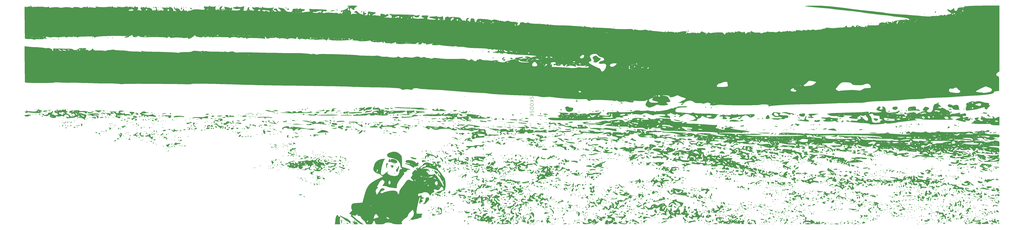
<source format=gbr>
%TF.GenerationSoftware,KiCad,Pcbnew,(6.0.7)*%
%TF.CreationDate,2022-10-27T18:31:15+02:00*%
%TF.ProjectId,skoosk switchplate,736b6f6f-736b-4207-9377-69746368706c,rev?*%
%TF.SameCoordinates,Original*%
%TF.FileFunction,Legend,Top*%
%TF.FilePolarity,Positive*%
%FSLAX46Y46*%
G04 Gerber Fmt 4.6, Leading zero omitted, Abs format (unit mm)*
G04 Created by KiCad (PCBNEW (6.0.7)) date 2022-10-27 18:31:15*
%MOMM*%
%LPD*%
G01*
G04 APERTURE LIST*
%ADD10C,0.150000*%
G04 APERTURE END LIST*
D10*
X3952976Y-16605952D02*
X3857738Y-16891666D01*
X3857738Y-17367857D01*
X3952976Y-17558333D01*
X4048214Y-17653571D01*
X4238690Y-17748809D01*
X4429166Y-17748809D01*
X4619642Y-17653571D01*
X4714880Y-17558333D01*
X4810119Y-17367857D01*
X4905357Y-16986904D01*
X5000595Y-16796428D01*
X5095833Y-16701190D01*
X5286309Y-16605952D01*
X5476785Y-16605952D01*
X5667261Y-16701190D01*
X5762500Y-16796428D01*
X5857738Y-16986904D01*
X5857738Y-17463095D01*
X5762500Y-17748809D01*
X3857738Y-18605952D02*
X5857738Y-18605952D01*
X3857738Y-19748809D02*
X5000595Y-18891666D01*
X5857738Y-19748809D02*
X4714880Y-18605952D01*
X5857738Y-20986904D02*
X5857738Y-21367857D01*
X5762500Y-21558333D01*
X5572023Y-21748809D01*
X5191071Y-21844047D01*
X4524404Y-21844047D01*
X4143452Y-21748809D01*
X3952976Y-21558333D01*
X3857738Y-21367857D01*
X3857738Y-20986904D01*
X3952976Y-20796428D01*
X4143452Y-20605952D01*
X4524404Y-20510714D01*
X5191071Y-20510714D01*
X5572023Y-20605952D01*
X5762500Y-20796428D01*
X5857738Y-20986904D01*
X5857738Y-23082142D02*
X5857738Y-23463095D01*
X5762500Y-23653571D01*
X5572023Y-23844047D01*
X5191071Y-23939285D01*
X4524404Y-23939285D01*
X4143452Y-23844047D01*
X3952976Y-23653571D01*
X3857738Y-23463095D01*
X3857738Y-23082142D01*
X3952976Y-22891666D01*
X4143452Y-22701190D01*
X4524404Y-22605952D01*
X5191071Y-22605952D01*
X5572023Y-22701190D01*
X5762500Y-22891666D01*
X5857738Y-23082142D01*
X3952976Y-24701190D02*
X3857738Y-24986904D01*
X3857738Y-25463095D01*
X3952976Y-25653571D01*
X4048214Y-25748809D01*
X4238690Y-25844047D01*
X4429166Y-25844047D01*
X4619642Y-25748809D01*
X4714880Y-25653571D01*
X4810119Y-25463095D01*
X4905357Y-25082142D01*
X5000595Y-24891666D01*
X5095833Y-24796428D01*
X5286309Y-24701190D01*
X5476785Y-24701190D01*
X5667261Y-24796428D01*
X5762500Y-24891666D01*
X5857738Y-25082142D01*
X5857738Y-25558333D01*
X5762499Y-25844047D01*
X3857738Y-26701190D02*
X5857738Y-26701190D01*
X3857738Y-27844047D02*
X5000595Y-26986904D01*
X5857738Y-27844047D02*
X4714880Y-26701190D01*
%TO.C,G\u002A\u002A\u002A*%
G36*
X109495088Y-82752032D02*
G01*
X109459889Y-82740500D01*
X108889303Y-82407734D01*
X108754333Y-82149818D01*
X109011912Y-81934250D01*
X109283500Y-81986130D01*
X109737756Y-81993463D01*
X109812666Y-81847484D01*
X109536815Y-81524982D01*
X109401092Y-81505778D01*
X109149774Y-81377128D01*
X109198118Y-81297179D01*
X109662464Y-81220482D01*
X110102623Y-81309451D01*
X110617593Y-81706427D01*
X110606760Y-82263641D01*
X110539319Y-82769103D01*
X110850520Y-82754165D01*
X111148971Y-82604147D01*
X112061408Y-82282557D01*
X112611696Y-82211334D01*
X113197424Y-82067823D01*
X113340444Y-81858556D01*
X113054709Y-81545579D01*
X112811278Y-81505778D01*
X112362553Y-81329687D01*
X112298078Y-80692226D01*
X112312242Y-80575081D01*
X112086077Y-80215452D01*
X111871269Y-80051316D01*
X111629373Y-79809972D01*
X112005115Y-79747291D01*
X112636643Y-80025119D01*
X112992954Y-80457326D01*
X113433709Y-80900881D01*
X113846145Y-80886315D01*
X113973041Y-80465200D01*
X113918679Y-80271716D01*
X114069075Y-79856373D01*
X114582510Y-79654143D01*
X115350045Y-79713264D01*
X115615825Y-79999430D01*
X115800406Y-80801373D01*
X115561276Y-81089613D01*
X115313868Y-81038146D01*
X114808811Y-81109112D01*
X114248148Y-81486278D01*
X113872530Y-81958975D01*
X113886849Y-82287369D01*
X113731709Y-82517797D01*
X113095022Y-82825124D01*
X112979214Y-82866974D01*
X112297532Y-83218996D01*
X112082834Y-83573784D01*
X112100081Y-83613318D01*
X111990421Y-83864285D01*
X111407720Y-83979658D01*
X110569127Y-83970294D01*
X109691791Y-83847049D01*
X108992861Y-83620777D01*
X108754333Y-83446056D01*
X108518200Y-83007706D01*
X108711137Y-82916889D01*
X109087733Y-83160886D01*
X109107111Y-83269667D01*
X109392846Y-83582644D01*
X109636278Y-83622445D01*
X110113603Y-83456269D01*
X110111872Y-83446056D01*
X111223778Y-83446056D01*
X111400166Y-83622445D01*
X111576555Y-83446056D01*
X111400166Y-83269667D01*
X111223778Y-83446056D01*
X110111872Y-83446056D01*
X110052648Y-83096668D01*
X109495088Y-82752032D01*
G37*
G36*
X-242729926Y-36820593D02*
G01*
X-242778352Y-37030319D01*
X-242965111Y-37055778D01*
X-243255487Y-36926702D01*
X-243200297Y-36820593D01*
X-242781632Y-36778372D01*
X-242729926Y-36820593D01*
G37*
G36*
X185220851Y-30374934D02*
G01*
X185208324Y-30729536D01*
X184891687Y-31304692D01*
X184526483Y-31411334D01*
X183994123Y-31365682D01*
X183896000Y-31313347D01*
X184129838Y-31039414D01*
X184577841Y-30631549D01*
X185074655Y-30251237D01*
X185220851Y-30374934D01*
G37*
G36*
X42331104Y7211500D02*
G01*
X42744954Y6777168D01*
X43501564Y6117787D01*
X44107805Y5820519D01*
X44706007Y5569414D01*
X44801009Y5245791D01*
X44359825Y4740512D01*
X43597169Y4131027D01*
X42658622Y3478004D01*
X41977809Y3231411D01*
X41286770Y3327091D01*
X40868027Y3477606D01*
X40437398Y3758445D01*
X40622612Y4014645D01*
X40855493Y4359614D01*
X40614189Y4958816D01*
X40511002Y5121421D01*
X40056477Y5939708D01*
X40117231Y6444213D01*
X40761628Y6865761D01*
X41069259Y7006258D01*
X41857316Y7296470D01*
X42331104Y7211500D01*
G37*
G36*
X37022852Y-83387260D02*
G01*
X37065072Y-83805924D01*
X37022852Y-83857630D01*
X36813126Y-83809204D01*
X36787666Y-83622445D01*
X36916742Y-83332069D01*
X37022852Y-83387260D01*
G37*
G36*
X-107851222Y-33704389D02*
G01*
X-108027611Y-33880778D01*
X-108204000Y-33704389D01*
X-108027611Y-33528001D01*
X-107851222Y-33704389D01*
G37*
G36*
X175076555Y-66159945D02*
G01*
X174900166Y-66336334D01*
X174723777Y-66159945D01*
X174900166Y-65983556D01*
X175076555Y-66159945D01*
G37*
G36*
X-198853510Y-27689831D02*
G01*
X-197726298Y-27786219D01*
X-196819546Y-27934438D01*
X-196311212Y-28120765D01*
X-196292897Y-28271897D01*
X-196821485Y-28406584D01*
X-197647394Y-28294165D01*
X-198715362Y-28165332D01*
X-199573445Y-28262412D01*
X-200449311Y-28441414D01*
X-201429170Y-28539538D01*
X-202268641Y-28545886D01*
X-202723344Y-28449562D01*
X-202748445Y-28403991D01*
X-202458089Y-28161497D01*
X-201778306Y-27848884D01*
X-201057473Y-27707440D01*
X-200023221Y-27658996D01*
X-198853510Y-27689831D01*
G37*
G36*
X258155722Y-88433760D02*
G01*
X258619251Y-88664011D01*
X258684889Y-88737723D01*
X258410200Y-88931517D01*
X258155722Y-89041685D01*
X257700196Y-88989221D01*
X257626555Y-88737723D01*
X257863746Y-88392278D01*
X258155722Y-88433760D01*
G37*
G36*
X261641524Y-74290565D02*
G01*
X261987462Y-74626612D01*
X262108003Y-75106852D01*
X261844050Y-74998397D01*
X261665861Y-74837243D01*
X261058959Y-74491162D01*
X260625166Y-74348999D01*
X260253583Y-74223235D01*
X260539312Y-74156166D01*
X260852006Y-74138368D01*
X261641524Y-74290565D01*
G37*
G36*
X124158963Y-65748371D02*
G01*
X124110537Y-65958097D01*
X123923777Y-65983556D01*
X123633401Y-65854480D01*
X123688592Y-65748371D01*
X124107257Y-65706150D01*
X124158963Y-65748371D01*
G37*
G36*
X1392296Y-51990038D02*
G01*
X1343870Y-52199764D01*
X1157111Y-52225223D01*
X866735Y-52096147D01*
X921926Y-51990038D01*
X1340590Y-51947817D01*
X1392296Y-51990038D01*
G37*
G36*
X-44093989Y-74589864D02*
G01*
X-44199201Y-74750206D01*
X-44557010Y-74775150D01*
X-44933435Y-74688994D01*
X-44770146Y-74562013D01*
X-44218797Y-74519957D01*
X-44093989Y-74589864D01*
G37*
G36*
X-36002148Y-62220593D02*
G01*
X-36050574Y-62430319D01*
X-36237334Y-62455778D01*
X-36527710Y-62326702D01*
X-36472519Y-62220593D01*
X-36053854Y-62178372D01*
X-36002148Y-62220593D01*
G37*
G36*
X-33335600Y-69964634D02*
G01*
X-33411662Y-70071538D01*
X-33591500Y-70122233D01*
X-34297415Y-70449911D01*
X-34556237Y-70698672D01*
X-34778904Y-70844264D01*
X-34826223Y-70569667D01*
X-34933230Y-70270160D01*
X-35096208Y-70433321D01*
X-35600822Y-70652643D01*
X-36042053Y-70580784D01*
X-36475863Y-70383334D01*
X-36293699Y-70228761D01*
X-35865664Y-70104586D01*
X-34845161Y-69942557D01*
X-33944278Y-69909851D01*
X-33335600Y-69964634D01*
G37*
G36*
X274089518Y-63631704D02*
G01*
X274041093Y-63841430D01*
X273854333Y-63866889D01*
X273563957Y-63737814D01*
X273619148Y-63631704D01*
X274037813Y-63589484D01*
X274089518Y-63631704D01*
G37*
G36*
X189889177Y-76134275D02*
G01*
X189893222Y-76214112D01*
X189622023Y-76553333D01*
X189519624Y-76566889D01*
X189308933Y-76350764D01*
X189364055Y-76214112D01*
X189681064Y-75877567D01*
X189737653Y-75861334D01*
X189889177Y-76134275D01*
G37*
G36*
X64867976Y-43902488D02*
G01*
X65009889Y-44111334D01*
X64725662Y-44427747D01*
X64501542Y-44464112D01*
X63900921Y-44249111D01*
X63775166Y-44111334D01*
X63883182Y-43833666D01*
X64283513Y-43758556D01*
X64867976Y-43902488D01*
G37*
G36*
X-239934778Y-34368934D02*
G01*
X-239818304Y-34470572D01*
X-239119452Y-34724164D01*
X-238776985Y-34675336D01*
X-238450356Y-34615893D01*
X-238600250Y-34907327D01*
X-238874649Y-35232071D01*
X-239439498Y-35810975D01*
X-239733237Y-35991207D01*
X-239657764Y-35719361D01*
X-239604172Y-35629214D01*
X-239607260Y-35084788D01*
X-239830921Y-34659075D01*
X-240106942Y-34263803D01*
X-239934778Y-34368934D01*
G37*
G36*
X61011740Y-84092815D02*
G01*
X60963315Y-84302541D01*
X60776555Y-84328000D01*
X60486179Y-84198925D01*
X60541370Y-84092815D01*
X60960035Y-84050595D01*
X61011740Y-84092815D01*
G37*
G36*
X18443222Y-79565500D02*
G01*
X18266833Y-79741889D01*
X18090444Y-79565500D01*
X18266833Y-79389112D01*
X18443222Y-79565500D01*
G37*
G36*
X25498778Y-39348834D02*
G01*
X25322389Y-39525223D01*
X25146000Y-39348834D01*
X25322389Y-39172445D01*
X25498778Y-39348834D01*
G37*
G36*
X109695074Y-69276149D02*
G01*
X109737294Y-69694813D01*
X109695074Y-69746519D01*
X109485348Y-69698093D01*
X109459889Y-69511334D01*
X109588964Y-69220958D01*
X109695074Y-69276149D01*
G37*
G36*
X21185139Y-55173099D02*
G01*
X20993822Y-55595455D01*
X20655602Y-55972050D01*
X20387122Y-55758861D01*
X20392586Y-55223783D01*
X20592670Y-55027185D01*
X21117809Y-54842165D01*
X21185139Y-55173099D01*
G37*
G36*
X156026555Y-89299916D02*
G01*
X155730795Y-89559804D01*
X155321000Y-89619667D01*
X154746741Y-89562761D01*
X154615444Y-89484423D01*
X154906320Y-89299112D01*
X155321000Y-89164672D01*
X155883532Y-89144888D01*
X156026555Y-89299916D01*
G37*
G36*
X-263536902Y-33403099D02*
G01*
X-263602611Y-33528001D01*
X-263935004Y-33864904D01*
X-263997029Y-33880778D01*
X-264021098Y-33652902D01*
X-263955389Y-33528001D01*
X-263622997Y-33191097D01*
X-263560972Y-33175223D01*
X-263536902Y-33403099D01*
G37*
G36*
X-45056778Y-53107167D02*
G01*
X-45233167Y-53283556D01*
X-45409556Y-53107167D01*
X-45233167Y-52930778D01*
X-45056778Y-53107167D01*
G37*
G36*
X-119664117Y-62210214D02*
G01*
X-119421624Y-62396730D01*
X-118547916Y-62690528D01*
X-118054529Y-62623519D01*
X-117518407Y-62542665D01*
X-117529253Y-62770762D01*
X-118061943Y-63126914D01*
X-118299807Y-63161334D01*
X-118653558Y-63330731D01*
X-118620467Y-63498704D01*
X-118161541Y-63690891D01*
X-117894091Y-63637350D01*
X-117446967Y-63639422D01*
X-117376222Y-63788001D01*
X-117683002Y-64131711D01*
X-118421280Y-64415335D01*
X-119317965Y-64541879D01*
X-119492889Y-64539777D01*
X-119795619Y-64465569D01*
X-119566359Y-64333899D01*
X-119294561Y-64055403D01*
X-119521361Y-63656194D01*
X-119749768Y-63252576D01*
X-119492889Y-63161334D01*
X-119252497Y-63030830D01*
X-119528286Y-62556247D01*
X-119537888Y-62543973D01*
X-119842578Y-62126450D01*
X-119664117Y-62210214D01*
G37*
G36*
X-30806868Y-75764947D02*
G01*
X-30592907Y-76231871D01*
X-30592889Y-76235165D01*
X-30863193Y-76569789D01*
X-31397920Y-76749689D01*
X-31779286Y-76639677D01*
X-31704041Y-76242966D01*
X-31306216Y-75846503D01*
X-30884847Y-75719281D01*
X-30806868Y-75764947D01*
G37*
G36*
X53614334Y-82878296D02*
G01*
X53968987Y-83169756D01*
X53875714Y-83258940D01*
X53364261Y-83487896D01*
X52760875Y-83959443D01*
X52203232Y-84393286D01*
X51912357Y-84317634D01*
X51824996Y-84139778D01*
X51525490Y-83819216D01*
X50895681Y-83913452D01*
X50686049Y-83989039D01*
X49947221Y-84190300D01*
X49556333Y-84161482D01*
X49644877Y-83990928D01*
X49802468Y-83975223D01*
X50076865Y-83781117D01*
X50031898Y-83646821D01*
X50076139Y-83193738D01*
X50187467Y-83096835D01*
X50517502Y-83100733D01*
X50546000Y-83215820D01*
X50820001Y-83395820D01*
X51460461Y-83327375D01*
X52195060Y-83061660D01*
X52556001Y-82838071D01*
X53233069Y-82721456D01*
X53614334Y-82878296D01*
G37*
G36*
X48664518Y-75273371D02*
G01*
X48616093Y-75483097D01*
X48429333Y-75508556D01*
X48138957Y-75379480D01*
X48194148Y-75273371D01*
X48612813Y-75231150D01*
X48664518Y-75273371D01*
G37*
G36*
X-263779000Y-23826612D02*
G01*
X-263955389Y-24003000D01*
X-264131778Y-23826612D01*
X-263955389Y-23650223D01*
X-263779000Y-23826612D01*
G37*
G36*
X34671000Y-64043278D02*
G01*
X34494611Y-64219667D01*
X34318222Y-64043278D01*
X34494611Y-63866889D01*
X34671000Y-64043278D01*
G37*
G36*
X128745074Y-85856704D02*
G01*
X128696648Y-86066430D01*
X128509889Y-86091889D01*
X128219513Y-85962814D01*
X128274703Y-85856704D01*
X128693368Y-85814484D01*
X128745074Y-85856704D01*
G37*
G36*
X-4224868Y-81636983D02*
G01*
X-4134556Y-81847484D01*
X-4393145Y-82041588D01*
X-4663722Y-81986130D01*
X-5116790Y-82001651D01*
X-5192889Y-82173591D01*
X-5432227Y-82546103D01*
X-5534595Y-82564112D01*
X-5728699Y-82305523D01*
X-5673241Y-82034945D01*
X-5281619Y-81653315D01*
X-4692649Y-81507725D01*
X-4224868Y-81636983D01*
G37*
G36*
X-121256778Y-56634945D02*
G01*
X-120920234Y-56951954D01*
X-120904000Y-57008543D01*
X-121176941Y-57160067D01*
X-121256778Y-57164112D01*
X-121595999Y-56892913D01*
X-121609556Y-56790514D01*
X-121393431Y-56579822D01*
X-121256778Y-56634945D01*
G37*
G36*
X62540444Y-88219628D02*
G01*
X62254541Y-88522839D01*
X62011278Y-88561334D01*
X61540598Y-88485857D01*
X61482111Y-88422688D01*
X61757968Y-88195215D01*
X62011278Y-88080982D01*
X62465534Y-88073650D01*
X62540444Y-88219628D01*
G37*
G36*
X-202869711Y-29863570D02*
G01*
X-202924834Y-30000223D01*
X-203241842Y-30336767D01*
X-203298431Y-30353000D01*
X-203449956Y-30080059D01*
X-203454000Y-30000223D01*
X-203182802Y-29661002D01*
X-203080403Y-29647445D01*
X-202869711Y-29863570D01*
G37*
G36*
X76891049Y-82014933D02*
G01*
X76651555Y-82211334D01*
X76313885Y-82485933D01*
X76613450Y-82557435D01*
X76695653Y-82558710D01*
X77164910Y-82863256D01*
X77268916Y-83446056D01*
X77163162Y-84109258D01*
X76960236Y-84328000D01*
X76663143Y-84055636D01*
X76651555Y-83954403D01*
X76439101Y-83736007D01*
X76324176Y-83783137D01*
X75982530Y-83661590D01*
X75757258Y-83230747D01*
X75800520Y-82434313D01*
X76384078Y-81940255D01*
X76827944Y-81869360D01*
X76891049Y-82014933D01*
G37*
G36*
X-239885655Y-28375975D02*
G01*
X-239990867Y-28536317D01*
X-240348676Y-28561261D01*
X-240725102Y-28475105D01*
X-240561813Y-28348124D01*
X-240010464Y-28306068D01*
X-239885655Y-28375975D01*
G37*
G36*
X-27121975Y-83422180D02*
G01*
X-26904141Y-83782217D01*
X-27318903Y-84203524D01*
X-27596016Y-84328661D01*
X-28525148Y-84628335D01*
X-28943874Y-84576039D01*
X-28970235Y-84140526D01*
X-28931217Y-83975223D01*
X-28458301Y-83381276D01*
X-27926731Y-83269667D01*
X-27121975Y-83422180D01*
G37*
G36*
X-219681778Y-38290501D02*
G01*
X-219858167Y-38466889D01*
X-220034556Y-38290501D01*
X-219858167Y-38114112D01*
X-219681778Y-38290501D01*
G37*
G36*
X-164766037Y-26942815D02*
G01*
X-164814463Y-27152541D01*
X-165001223Y-27178000D01*
X-165291599Y-27048925D01*
X-165236408Y-26942815D01*
X-164817743Y-26900595D01*
X-164766037Y-26942815D01*
G37*
G36*
X-119492889Y-50990501D02*
G01*
X-119669278Y-51166889D01*
X-119845667Y-50990501D01*
X-119669278Y-50814112D01*
X-119492889Y-50990501D01*
G37*
G36*
X-172679926Y-28480114D02*
G01*
X-172333478Y-28686673D01*
X-172552987Y-28793223D01*
X-173319146Y-28837840D01*
X-174128453Y-28830148D01*
X-174312294Y-28719194D01*
X-174034772Y-28518518D01*
X-173089361Y-28359579D01*
X-172679926Y-28480114D01*
G37*
G36*
X246690444Y-72157167D02*
G01*
X246514055Y-72333556D01*
X246337666Y-72157167D01*
X246514055Y-71980778D01*
X246690444Y-72157167D01*
G37*
G36*
X183543222Y-78507167D02*
G01*
X183366833Y-78683556D01*
X183190444Y-78507167D01*
X183366833Y-78330778D01*
X183543222Y-78507167D01*
G37*
G36*
X77801672Y-67849333D02*
G01*
X77875058Y-67944602D01*
X78279320Y-68342450D01*
X78404225Y-68145221D01*
X78514227Y-67843971D01*
X78925499Y-68084427D01*
X78944611Y-68100223D01*
X79387470Y-68598454D01*
X79473778Y-68827049D01*
X79197459Y-69040706D01*
X78579178Y-69029540D01*
X77934951Y-68823435D01*
X77705004Y-68659782D01*
X77382981Y-68010252D01*
X77357111Y-67785852D01*
X77455183Y-67521609D01*
X77801672Y-67849333D01*
G37*
G36*
X163376401Y-72409033D02*
G01*
X163434889Y-72472202D01*
X163159032Y-72699675D01*
X162905722Y-72813908D01*
X162451465Y-72821240D01*
X162376555Y-72675262D01*
X162662459Y-72372051D01*
X162905722Y-72333556D01*
X163376401Y-72409033D01*
G37*
G36*
X-117023445Y-35115501D02*
G01*
X-117199834Y-35291889D01*
X-117376222Y-35115501D01*
X-117199834Y-34939112D01*
X-117023445Y-35115501D01*
G37*
G36*
X220937666Y-79565500D02*
G01*
X220761277Y-79741889D01*
X220584889Y-79565500D01*
X220761277Y-79389112D01*
X220937666Y-79565500D01*
G37*
G36*
X-120436950Y-58346086D02*
G01*
X-120202338Y-58265307D01*
X-119795216Y-58247240D01*
X-119024418Y-58042307D01*
X-118652729Y-57674956D01*
X-118628074Y-57310792D01*
X-118791374Y-57342998D01*
X-119113536Y-57311169D01*
X-119140111Y-57184931D01*
X-119435382Y-56881465D01*
X-119845667Y-56811334D01*
X-120399601Y-56701564D01*
X-120509446Y-56546751D01*
X-120528405Y-56282167D01*
X-119845667Y-56282167D01*
X-119669278Y-56458556D01*
X-119492889Y-56282167D01*
X-119669278Y-56105778D01*
X-119845667Y-56282167D01*
X-120528405Y-56282167D01*
X-120553684Y-55929389D01*
X-117023445Y-55929389D01*
X-116847056Y-56105778D01*
X-116670667Y-55929389D01*
X-116847056Y-55753001D01*
X-117023445Y-55929389D01*
X-120553684Y-55929389D01*
X-120569089Y-55714403D01*
X-120675309Y-55648124D01*
X-119978179Y-55648124D01*
X-119492889Y-55697299D01*
X-118992075Y-55641859D01*
X-119051917Y-55519363D01*
X-119774175Y-55472768D01*
X-119933861Y-55519363D01*
X-119978179Y-55648124D01*
X-120675309Y-55648124D01*
X-121070658Y-55401436D01*
X-121118132Y-55400223D01*
X-121519629Y-55181215D01*
X-121488876Y-54889022D01*
X-121489745Y-54871056D01*
X-120551222Y-54871056D01*
X-120374834Y-55047445D01*
X-120198445Y-54871056D01*
X-120374834Y-54694667D01*
X-120551222Y-54871056D01*
X-121489745Y-54871056D01*
X-121506282Y-54529124D01*
X-121781636Y-54565440D01*
X-122106509Y-54949608D01*
X-121939710Y-55465423D01*
X-121375092Y-55850866D01*
X-121314936Y-55868384D01*
X-121123703Y-55992406D01*
X-121603003Y-56064391D01*
X-121612891Y-56064856D01*
X-122536635Y-56435248D01*
X-123250106Y-57351982D01*
X-123564802Y-58300169D01*
X-123543533Y-58808275D01*
X-123074374Y-58837852D01*
X-122956863Y-58809098D01*
X-122474537Y-58752155D01*
X-122581560Y-58982782D01*
X-123077953Y-59167077D01*
X-123707744Y-59101723D01*
X-124184102Y-58861614D01*
X-124239692Y-58549824D01*
X-124153076Y-58265792D01*
X-124494994Y-58324419D01*
X-125335601Y-58744793D01*
X-125700935Y-58947341D01*
X-126494779Y-59361927D01*
X-126814061Y-59413455D01*
X-126778934Y-59118504D01*
X-126769999Y-59094877D01*
X-126578801Y-58523399D01*
X-126548445Y-58369981D01*
X-126246251Y-58257973D01*
X-125687320Y-58222445D01*
X-124938785Y-58090151D01*
X-124604610Y-57863913D01*
X-124205110Y-57645569D01*
X-124091590Y-57685498D01*
X-123762609Y-57596917D01*
X-123545671Y-57154195D01*
X-123600219Y-56707150D01*
X-123629876Y-56672495D01*
X-124033419Y-56683342D01*
X-124311125Y-56857590D01*
X-124671061Y-57018659D01*
X-124782901Y-56585307D01*
X-124784556Y-56458556D01*
X-124850289Y-55915253D01*
X-125157002Y-55984661D01*
X-125362767Y-56146482D01*
X-126166448Y-56489293D01*
X-126762705Y-56518673D01*
X-127693485Y-56600012D01*
X-128212966Y-56814188D01*
X-128637767Y-57105899D01*
X-128465387Y-57098320D01*
X-128224139Y-57025431D01*
X-127714307Y-57043689D01*
X-127662931Y-57464961D01*
X-128075490Y-58151319D01*
X-128174888Y-58265477D01*
X-128643369Y-58675907D01*
X-129104379Y-58627980D01*
X-129595019Y-58334967D01*
X-130217238Y-57706509D01*
X-130244786Y-57029434D01*
X-130118373Y-56509167D01*
X-130239284Y-56617803D01*
X-130464183Y-56987723D01*
X-130805357Y-57556633D01*
X-130922000Y-57748473D01*
X-131258368Y-57827180D01*
X-132076986Y-57967077D01*
X-132684092Y-58060644D01*
X-133722134Y-58175076D01*
X-134167572Y-58105474D01*
X-134153839Y-57903116D01*
X-134156125Y-57693278D01*
X-133604000Y-57693278D01*
X-133427611Y-57869667D01*
X-133251222Y-57693278D01*
X-133427611Y-57516889D01*
X-133604000Y-57693278D01*
X-134156125Y-57693278D01*
X-134156684Y-57642007D01*
X-134732264Y-57698580D01*
X-134809164Y-57717382D01*
X-135505818Y-57774546D01*
X-135720667Y-57578906D01*
X-136013782Y-57195461D01*
X-136472834Y-56972929D01*
X-136794700Y-56811334D01*
X-132898445Y-56811334D01*
X-132645246Y-57154014D01*
X-132566487Y-57164112D01*
X-132088707Y-56907678D01*
X-132016500Y-56811334D01*
X-132096475Y-56509321D01*
X-132348458Y-56458556D01*
X-132831134Y-56642741D01*
X-132898445Y-56811334D01*
X-136794700Y-56811334D01*
X-136955557Y-56730575D01*
X-136787206Y-56464103D01*
X-136756426Y-56444604D01*
X-136082893Y-56352331D01*
X-135671399Y-56484923D01*
X-135223735Y-56625437D01*
X-135169173Y-56239863D01*
X-135200355Y-56059797D01*
X-135229622Y-55969125D01*
X-134188289Y-55969125D01*
X-134133167Y-56105778D01*
X-133816158Y-56442323D01*
X-133759569Y-56458556D01*
X-133608045Y-56185615D01*
X-133604000Y-56105778D01*
X-133875199Y-55766557D01*
X-133977598Y-55753001D01*
X-130781778Y-55753001D01*
X-130496043Y-56065978D01*
X-130252611Y-56105778D01*
X-129783146Y-55915288D01*
X-129723445Y-55753001D01*
X-129938159Y-55517815D01*
X-128900297Y-55517815D01*
X-128851871Y-55727541D01*
X-128665111Y-55753001D01*
X-128617079Y-55731650D01*
X-126711638Y-55731650D01*
X-126595929Y-55972716D01*
X-126203292Y-56009355D01*
X-125624755Y-55849972D01*
X-125490111Y-55677928D01*
X-125750160Y-55429751D01*
X-126281090Y-55451773D01*
X-126709073Y-55727552D01*
X-126711638Y-55731650D01*
X-128617079Y-55731650D01*
X-128374735Y-55623925D01*
X-128429926Y-55517815D01*
X-128848591Y-55475595D01*
X-128900297Y-55517815D01*
X-129938159Y-55517815D01*
X-130009180Y-55440023D01*
X-130252611Y-55400223D01*
X-130722077Y-55590713D01*
X-130781778Y-55753001D01*
X-133977598Y-55753001D01*
X-134188289Y-55969125D01*
X-135229622Y-55969125D01*
X-135464614Y-55241095D01*
X-135796273Y-55065153D01*
X-136004432Y-55274697D01*
X-136538927Y-55708268D01*
X-137272167Y-55937590D01*
X-137876230Y-55881904D01*
X-138004854Y-55767351D01*
X-137898814Y-55485927D01*
X-137383663Y-55400223D01*
X-136504672Y-55145936D01*
X-135892543Y-54689680D01*
X-135168988Y-54198738D01*
X-134640317Y-54172488D01*
X-133927061Y-54100299D01*
X-133464784Y-53799499D01*
X-133035638Y-53426873D01*
X-132905210Y-53577390D01*
X-132898445Y-53787524D01*
X-133155250Y-54253347D01*
X-133966466Y-54425894D01*
X-134816931Y-54390178D01*
X-135292983Y-54385029D01*
X-135219592Y-54545467D01*
X-134554824Y-54930041D01*
X-134355178Y-55034856D01*
X-133791351Y-55258208D01*
X-133758637Y-55082641D01*
X-133703605Y-54750510D01*
X-133448431Y-54694667D01*
X-132966837Y-54938569D01*
X-132898445Y-55165038D01*
X-132615242Y-55582571D01*
X-132374879Y-55635408D01*
X-132045670Y-55516631D01*
X-132241686Y-55165038D01*
X-132420697Y-54783345D01*
X-132059696Y-54694667D01*
X-131563147Y-54872529D01*
X-131487334Y-55047445D01*
X-131216135Y-55386666D01*
X-131113736Y-55400223D01*
X-130901837Y-55184655D01*
X-130955670Y-55051486D01*
X-130898887Y-54851018D01*
X-130623712Y-54912840D01*
X-130158832Y-54920267D01*
X-130076222Y-54761809D01*
X-130205158Y-54559246D01*
X-128898015Y-54559246D01*
X-128841500Y-54694667D01*
X-128374171Y-55034274D01*
X-128270694Y-55047445D01*
X-128079430Y-54830088D01*
X-128135945Y-54694667D01*
X-127077611Y-54694667D01*
X-127061485Y-55020265D01*
X-126942862Y-55047445D01*
X-126444148Y-54790004D01*
X-126372056Y-54694667D01*
X-126388182Y-54369069D01*
X-126506805Y-54341889D01*
X-127005519Y-54599330D01*
X-127077611Y-54694667D01*
X-128135945Y-54694667D01*
X-128603274Y-54355060D01*
X-128706751Y-54341889D01*
X-128898015Y-54559246D01*
X-130205158Y-54559246D01*
X-130354528Y-54324581D01*
X-130517195Y-54239527D01*
X-130545998Y-54165501D01*
X-120904000Y-54165501D01*
X-120727611Y-54341889D01*
X-120551222Y-54165501D01*
X-120727611Y-53989112D01*
X-120904000Y-54165501D01*
X-130545998Y-54165501D01*
X-130561539Y-54125558D01*
X-130076222Y-54086849D01*
X-128590207Y-54051065D01*
X-127258825Y-53930705D01*
X-126266482Y-53749587D01*
X-125799559Y-53534528D01*
X-125347671Y-53425733D01*
X-124816095Y-53619455D01*
X-123853601Y-53835896D01*
X-122863483Y-53637271D01*
X-122232319Y-53147814D01*
X-122006568Y-52969254D01*
X-121967736Y-53195362D01*
X-121712864Y-53584599D01*
X-121108988Y-53600099D01*
X-120375497Y-53286138D01*
X-119782640Y-52754389D01*
X-119026316Y-52114335D01*
X-118320757Y-51920487D01*
X-117785594Y-51966225D01*
X-117928401Y-52037966D01*
X-118350254Y-52121922D01*
X-119056452Y-52527239D01*
X-119676811Y-53299496D01*
X-119702309Y-53347431D01*
X-119975700Y-53990720D01*
X-119947154Y-54218752D01*
X-119896487Y-54196909D01*
X-119462209Y-54273303D01*
X-119188253Y-54596114D01*
X-118819535Y-55006393D01*
X-118620605Y-54998309D01*
X-118657161Y-54613424D01*
X-118937858Y-54241762D01*
X-119291238Y-53802429D01*
X-119101633Y-53567116D01*
X-118932297Y-53496701D01*
X-118574472Y-53146836D01*
X-118609405Y-52933270D01*
X-118639338Y-52619672D01*
X-118219416Y-52670586D01*
X-117729000Y-52930778D01*
X-117395254Y-53205035D01*
X-117704964Y-53276926D01*
X-117785980Y-53278154D01*
X-118227178Y-53503394D01*
X-118255727Y-53985160D01*
X-117925783Y-54450922D01*
X-117519282Y-54620208D01*
X-116216263Y-54860620D01*
X-115542832Y-55102754D01*
X-115423538Y-55375320D01*
X-115442337Y-55410565D01*
X-115392471Y-55727629D01*
X-115259556Y-55753001D01*
X-115020470Y-55960089D01*
X-115066666Y-56079079D01*
X-114959946Y-56420135D01*
X-114646514Y-56567323D01*
X-114310961Y-56695523D01*
X-114645862Y-56761234D01*
X-114797764Y-56770411D01*
X-115493480Y-56679874D01*
X-115759483Y-56505867D01*
X-116206514Y-56337563D01*
X-116871074Y-56376805D01*
X-117459004Y-56564116D01*
X-117391192Y-56804779D01*
X-117320466Y-56853259D01*
X-117080723Y-57109810D01*
X-117190134Y-57158710D01*
X-117194711Y-57328333D01*
X-116726409Y-57729210D01*
X-116719421Y-57734114D01*
X-115905628Y-58304116D01*
X-116729120Y-58733094D01*
X-117317812Y-59175134D01*
X-117479477Y-59529022D01*
X-117727646Y-59755572D01*
X-118437126Y-59849288D01*
X-119378248Y-59820009D01*
X-120321344Y-59677575D01*
X-121036746Y-59431825D01*
X-121130261Y-59372618D01*
X-121519136Y-58934990D01*
X-121504134Y-58704986D01*
X-121085274Y-58704557D01*
X-120751590Y-58908100D01*
X-120119152Y-59149213D01*
X-119796342Y-59073905D01*
X-119630120Y-58790952D01*
X-119854044Y-58655208D01*
X-118962047Y-58655208D01*
X-118797119Y-58921418D01*
X-118764759Y-58941952D01*
X-118099560Y-59028263D01*
X-117637037Y-58878783D01*
X-117197133Y-58502107D01*
X-117379682Y-58042100D01*
X-117396641Y-58021454D01*
X-117830365Y-57597739D01*
X-118036026Y-57554719D01*
X-117921086Y-57844268D01*
X-118042927Y-58185654D01*
X-118476045Y-58412002D01*
X-118962047Y-58655208D01*
X-119854044Y-58655208D01*
X-120045472Y-58539163D01*
X-120436950Y-58346086D01*
G37*
G36*
X87346946Y-83632424D02*
G01*
X87272632Y-83622445D01*
X86883535Y-83342804D01*
X86763972Y-83117865D01*
X86814605Y-82748845D01*
X87435611Y-82673334D01*
X87492026Y-82676893D01*
X88183960Y-82577145D01*
X88736921Y-82059044D01*
X88751354Y-82034945D01*
X89351555Y-82034945D01*
X89527944Y-82211334D01*
X89704333Y-82034945D01*
X89527944Y-81858556D01*
X89351555Y-82034945D01*
X88751354Y-82034945D01*
X89121107Y-81417584D01*
X89750624Y-80522071D01*
X90371735Y-80105958D01*
X90471977Y-80094667D01*
X91010339Y-79917385D01*
X91115444Y-79704146D01*
X90847530Y-79471296D01*
X90498083Y-79517840D01*
X90080225Y-79633617D01*
X90265095Y-79455259D01*
X90466623Y-79312649D01*
X90720107Y-79039811D01*
X90559582Y-78754097D01*
X89890843Y-78355214D01*
X89289604Y-78059539D01*
X88283737Y-77634621D01*
X87544931Y-77426645D01*
X87295530Y-77446989D01*
X87360987Y-77774158D01*
X87678800Y-78021989D01*
X88190648Y-78526906D01*
X88293222Y-78852938D01*
X88593089Y-79291324D01*
X89086972Y-79492922D01*
X89559717Y-79605087D01*
X89380509Y-79665012D01*
X88922995Y-79693847D01*
X87992073Y-79486293D01*
X87616650Y-79090491D01*
X87028732Y-78562268D01*
X86208410Y-78388693D01*
X85437700Y-78569126D01*
X85000294Y-79096411D01*
X84707019Y-79571295D01*
X84436411Y-79580176D01*
X84080676Y-79131606D01*
X84398402Y-78620249D01*
X85206416Y-78118584D01*
X86125055Y-77632082D01*
X86505419Y-77330286D01*
X86443457Y-77088756D01*
X86166339Y-76873628D01*
X85829316Y-76608448D01*
X86091687Y-76643560D01*
X86176555Y-76668018D01*
X86852608Y-76629243D01*
X87679510Y-76331151D01*
X88334612Y-76069465D01*
X88608829Y-76098916D01*
X88607872Y-76114971D01*
X88636292Y-76737460D01*
X89057663Y-77168198D01*
X90003416Y-77512982D01*
X90498083Y-77636558D01*
X91790455Y-77957011D01*
X92494912Y-78208252D01*
X92714129Y-78465616D01*
X92550781Y-78804439D01*
X92372378Y-79011791D01*
X92025719Y-79563330D01*
X92038246Y-79841543D01*
X91903531Y-80067063D01*
X91274611Y-80306860D01*
X91257119Y-80311291D01*
X90142568Y-80713609D01*
X89719752Y-81196280D01*
X89977800Y-81775233D01*
X90147529Y-81936976D01*
X90651086Y-82636576D01*
X90647386Y-83580860D01*
X90640655Y-83615142D01*
X90619619Y-84378338D01*
X90846277Y-84697577D01*
X91185052Y-84468444D01*
X91339871Y-84153638D01*
X91620213Y-83838570D01*
X93706155Y-83838570D01*
X93761278Y-83975223D01*
X94078286Y-84311767D01*
X94134875Y-84328000D01*
X94286400Y-84055059D01*
X94290444Y-83975223D01*
X94019245Y-83636002D01*
X93916847Y-83622445D01*
X93706155Y-83838570D01*
X91620213Y-83838570D01*
X91663595Y-83789814D01*
X91840265Y-83810741D01*
X92208170Y-83702625D01*
X92581629Y-83133034D01*
X92835722Y-82333878D01*
X92879333Y-81881748D01*
X93014922Y-81262392D01*
X93475599Y-81242318D01*
X93861420Y-81451190D01*
X94138977Y-81993334D01*
X94064758Y-82388978D01*
X93983862Y-82853052D01*
X94368465Y-82826730D01*
X94409950Y-82811144D01*
X94821887Y-82760948D01*
X94847938Y-83185781D01*
X94794077Y-83422192D01*
X94778325Y-84117401D01*
X95298691Y-84487063D01*
X95388804Y-84517093D01*
X96194177Y-84772709D01*
X95349346Y-85456811D01*
X94811166Y-85974804D01*
X94815776Y-86305216D01*
X95014841Y-86463777D01*
X95280541Y-86712930D01*
X94902885Y-86790483D01*
X94801972Y-86792043D01*
X93935440Y-86603180D01*
X93502325Y-86124202D01*
X93632096Y-85509831D01*
X93678710Y-85449674D01*
X93896685Y-85102014D01*
X93592315Y-85102380D01*
X93273496Y-85196810D01*
X92507300Y-85268599D01*
X92202301Y-85079708D01*
X91787425Y-84876723D01*
X90906727Y-84995278D01*
X90583144Y-85079440D01*
X89602673Y-85281311D01*
X89135845Y-85180382D01*
X89070068Y-85071040D01*
X88781302Y-84665802D01*
X88509440Y-84816427D01*
X88418218Y-85388669D01*
X88443365Y-85584864D01*
X88469621Y-86235626D01*
X88147146Y-86381220D01*
X88009292Y-86357663D01*
X87548691Y-86032085D01*
X87510496Y-85773282D01*
X87356910Y-85459141D01*
X87157718Y-85481980D01*
X86478574Y-85472844D01*
X86120260Y-85343324D01*
X85673175Y-85242901D01*
X85623512Y-85647325D01*
X85998048Y-86196964D01*
X86561752Y-86489445D01*
X87104779Y-86665374D01*
X86990129Y-86741629D01*
X86688083Y-86762280D01*
X85880807Y-86988901D01*
X85541555Y-87220778D01*
X85191993Y-87466213D01*
X85118222Y-87220778D01*
X84831047Y-86852939D01*
X84551312Y-86797445D01*
X84149082Y-87015032D01*
X84163599Y-87264425D01*
X84084871Y-87540757D01*
X83517937Y-87705249D01*
X82359845Y-87785748D01*
X82220946Y-87789884D01*
X81066528Y-87802249D01*
X80495888Y-87734209D01*
X80388726Y-87550961D01*
X80549046Y-87306205D01*
X80996144Y-86989242D01*
X81206526Y-87056572D01*
X81666199Y-87300009D01*
X82387997Y-87371205D01*
X83100148Y-87287991D01*
X83530878Y-87068197D01*
X83552232Y-86902677D01*
X83609339Y-86494839D01*
X83767486Y-86444667D01*
X84100624Y-86268278D01*
X84765444Y-86268278D01*
X84941833Y-86444667D01*
X85118222Y-86268278D01*
X84941833Y-86091889D01*
X84765444Y-86268278D01*
X84100624Y-86268278D01*
X84265100Y-86181192D01*
X84801866Y-85597856D01*
X85100257Y-85005292D01*
X85107002Y-84945362D01*
X84944992Y-84798371D01*
X86646926Y-84798371D01*
X86695351Y-85008097D01*
X86882111Y-85033556D01*
X87172487Y-84904480D01*
X87117296Y-84798371D01*
X86698631Y-84756150D01*
X86646926Y-84798371D01*
X84944992Y-84798371D01*
X84837525Y-84700866D01*
X84665999Y-84680778D01*
X84391511Y-84445593D01*
X85588592Y-84445593D01*
X85637018Y-84655319D01*
X85823778Y-84680778D01*
X86114154Y-84551702D01*
X86058963Y-84445593D01*
X85640298Y-84403372D01*
X85588592Y-84445593D01*
X84391511Y-84445593D01*
X84310202Y-84375926D01*
X84134774Y-83726220D01*
X83929406Y-82833520D01*
X83561227Y-82306703D01*
X83148183Y-82304419D01*
X83105846Y-82342228D01*
X83126451Y-82712874D01*
X83364550Y-82930669D01*
X83605230Y-83227207D01*
X83252062Y-83339612D01*
X82883117Y-83301362D01*
X82742404Y-83558550D01*
X82808554Y-84251726D01*
X82815576Y-84284335D01*
X82868674Y-85121090D01*
X82669431Y-85549958D01*
X82330695Y-85520616D01*
X82296000Y-85369410D01*
X82043982Y-85105967D01*
X81809821Y-85144634D01*
X81162065Y-85090950D01*
X80913186Y-84920743D01*
X80480326Y-84710594D01*
X80208740Y-84985974D01*
X79867351Y-85252853D01*
X79673035Y-85070559D01*
X79779013Y-84711902D01*
X80310295Y-84354880D01*
X80997437Y-84124133D01*
X81570992Y-84144302D01*
X81620048Y-84169908D01*
X81913137Y-84195180D01*
X81872481Y-83844076D01*
X81525793Y-83346153D01*
X81519889Y-83340223D01*
X80895413Y-83049177D01*
X79954405Y-82917545D01*
X79886230Y-82916889D01*
X79088526Y-82874829D01*
X78797453Y-82607478D01*
X78841067Y-81903082D01*
X78877501Y-81674599D01*
X78879847Y-81660140D01*
X80444647Y-81660140D01*
X80816216Y-81858556D01*
X81165455Y-81743841D01*
X81122318Y-81625615D01*
X81189951Y-81279113D01*
X81592688Y-80900056D01*
X82151555Y-80380243D01*
X82287948Y-80001644D01*
X81993415Y-79923232D01*
X81636828Y-80069843D01*
X81034407Y-80280630D01*
X80798846Y-80243809D01*
X80612437Y-80401563D01*
X80448604Y-80961777D01*
X80444647Y-81660140D01*
X78879847Y-81660140D01*
X79079097Y-80432308D01*
X78034475Y-81049381D01*
X77204579Y-81436790D01*
X76591516Y-81390749D01*
X76306911Y-81239950D01*
X75726292Y-81016686D01*
X75270276Y-81332699D01*
X75101540Y-81559317D01*
X74439763Y-82109846D01*
X73781607Y-82096636D01*
X72921733Y-82096790D01*
X72436579Y-82302662D01*
X72098272Y-82517493D01*
X72131866Y-82427264D01*
X72052569Y-82048529D01*
X71609032Y-81458815D01*
X71002182Y-80869512D01*
X70432946Y-80492010D01*
X70250042Y-80447445D01*
X69955571Y-80648739D01*
X70102487Y-81081481D01*
X70511150Y-81432661D01*
X70643792Y-81628525D01*
X70127549Y-81722157D01*
X69452817Y-81732637D01*
X68494395Y-81661067D01*
X67912816Y-81496426D01*
X67832111Y-81395407D01*
X68134382Y-81219374D01*
X68869618Y-81225930D01*
X68944903Y-81236244D01*
X69641844Y-81304948D01*
X69729927Y-81185733D01*
X69499360Y-80991302D01*
X69196965Y-80673271D01*
X69436343Y-80417104D01*
X69784359Y-80271056D01*
X70654333Y-80271056D01*
X70830722Y-80447445D01*
X71007111Y-80271056D01*
X70830722Y-80094667D01*
X70654333Y-80271056D01*
X69784359Y-80271056D01*
X69934645Y-80207987D01*
X70731972Y-80015074D01*
X71274984Y-80261947D01*
X71493402Y-80492969D01*
X72151909Y-80973402D01*
X72904152Y-81161555D01*
X73520988Y-81053119D01*
X73773276Y-80643783D01*
X73761872Y-80535639D01*
X73791733Y-80447445D01*
X74358500Y-80447445D01*
X74793289Y-80786471D01*
X74887666Y-80800223D01*
X75344525Y-80544816D01*
X75416833Y-80447445D01*
X76651555Y-80447445D01*
X76780631Y-80737821D01*
X76886740Y-80682630D01*
X76928961Y-80263965D01*
X76886740Y-80212260D01*
X77474703Y-80212260D01*
X77523129Y-80421986D01*
X77709889Y-80447445D01*
X78000265Y-80318369D01*
X77945074Y-80212260D01*
X77526409Y-80170039D01*
X77474703Y-80212260D01*
X76886740Y-80212260D01*
X76677014Y-80260685D01*
X76651555Y-80447445D01*
X75416833Y-80447445D01*
X75306035Y-80172327D01*
X74887666Y-80094667D01*
X74386903Y-80227257D01*
X74358500Y-80447445D01*
X73791733Y-80447445D01*
X73980218Y-79890764D01*
X74020964Y-79859482D01*
X79591370Y-79859482D01*
X79639796Y-80069208D01*
X79826555Y-80094667D01*
X80116931Y-79965591D01*
X80061740Y-79859482D01*
X79643076Y-79817261D01*
X79591370Y-79859482D01*
X74020964Y-79859482D01*
X74403883Y-79565500D01*
X75240444Y-79565500D01*
X75416833Y-79741889D01*
X75593222Y-79565500D01*
X75416833Y-79389112D01*
X75240444Y-79565500D01*
X74403883Y-79565500D01*
X74706144Y-79333443D01*
X75511756Y-78968808D01*
X76094683Y-79000399D01*
X76550949Y-79245248D01*
X77612631Y-79698802D01*
X78394862Y-79560911D01*
X78550353Y-79389112D01*
X80532111Y-79389112D01*
X80652473Y-79732717D01*
X80687680Y-79741889D01*
X80988871Y-79494685D01*
X81061278Y-79389112D01*
X81033307Y-79064033D01*
X80905708Y-79036334D01*
X80546467Y-79292419D01*
X80532111Y-79389112D01*
X78550353Y-79389112D01*
X78662498Y-79265206D01*
X79150596Y-78893243D01*
X79964279Y-78626249D01*
X80861719Y-78497186D01*
X81601085Y-78539015D01*
X81940549Y-78784700D01*
X81943222Y-78818033D01*
X82227858Y-79366398D01*
X82472389Y-79516685D01*
X82898991Y-79915408D01*
X82975394Y-80442982D01*
X82683037Y-80782079D01*
X82547461Y-80800223D01*
X82165026Y-81098998D01*
X82035967Y-81562231D01*
X81817661Y-82288330D01*
X81570453Y-82576467D01*
X81376832Y-82910088D01*
X81512809Y-83045297D01*
X81998712Y-83004438D01*
X82455765Y-82436758D01*
X82708072Y-81682167D01*
X82835216Y-81223174D01*
X83067492Y-81267718D01*
X83529991Y-81770362D01*
X84069099Y-82241794D01*
X84626229Y-82536274D01*
X85004285Y-82584444D01*
X85006167Y-82316949D01*
X84985930Y-82282685D01*
X84981653Y-81860008D01*
X85206802Y-81368789D01*
X85492936Y-81124112D01*
X85584382Y-81163217D01*
X85876396Y-81712222D01*
X86016122Y-82378932D01*
X85956694Y-82851043D01*
X85847550Y-82916889D01*
X85485984Y-83171312D01*
X85471000Y-83269667D01*
X85756735Y-83582644D01*
X86000166Y-83622445D01*
X86469632Y-83812935D01*
X86529333Y-83975223D01*
X86815068Y-84288200D01*
X87058500Y-84328000D01*
X87527965Y-84137511D01*
X87573781Y-84012966D01*
X88646000Y-84012966D01*
X88877212Y-84306913D01*
X89526360Y-84089643D01*
X89694116Y-83989002D01*
X90037289Y-83616995D01*
X90009192Y-83456934D01*
X89540158Y-83389137D01*
X88951163Y-83624342D01*
X88646550Y-83997622D01*
X88646000Y-84012966D01*
X87573781Y-84012966D01*
X87587666Y-83975223D01*
X87346946Y-83632424D01*
G37*
G36*
X149676555Y-73921056D02*
G01*
X149500166Y-74097445D01*
X149323777Y-73921056D01*
X149500166Y-73744667D01*
X149676555Y-73921056D01*
G37*
G36*
X-32356778Y-69334945D02*
G01*
X-32533167Y-69511334D01*
X-32709556Y-69334945D01*
X-32533167Y-69158556D01*
X-32356778Y-69334945D01*
G37*
G36*
X45607111Y-53812723D02*
G01*
X45430722Y-53989112D01*
X45254333Y-53812723D01*
X45430722Y-53636334D01*
X45607111Y-53812723D01*
G37*
G36*
X-237673445Y-28412723D02*
G01*
X-237849834Y-28589112D01*
X-238026222Y-28412723D01*
X-237849834Y-28236334D01*
X-237673445Y-28412723D01*
G37*
G36*
X249395074Y-72098371D02*
G01*
X249346648Y-72308097D01*
X249159889Y-72333556D01*
X248869513Y-72204480D01*
X248924703Y-72098371D01*
X249343368Y-72056150D01*
X249395074Y-72098371D01*
G37*
G36*
X92612300Y-63281340D02*
G01*
X92879333Y-63514112D01*
X92812178Y-63829903D01*
X92791139Y-63831724D01*
X92429483Y-63710742D01*
X91821000Y-63514112D01*
X90939055Y-63231664D01*
X91909194Y-63196499D01*
X92612300Y-63281340D01*
G37*
G36*
X-9605109Y-79745930D02*
G01*
X-9982428Y-80038370D01*
X-10386782Y-80087447D01*
X-10484556Y-79956022D01*
X-10207836Y-79729453D01*
X-9937067Y-79607285D01*
X-9572903Y-79582630D01*
X-9605109Y-79745930D01*
G37*
G36*
X53250629Y-44581704D02*
G01*
X53202204Y-44791430D01*
X53015444Y-44816889D01*
X52725068Y-44687814D01*
X52780259Y-44581704D01*
X53198924Y-44539484D01*
X53250629Y-44581704D01*
G37*
G36*
X135472184Y-48180678D02*
G01*
X135312159Y-48210690D01*
X134787291Y-48112735D01*
X134700523Y-48019434D01*
X134855438Y-47770977D01*
X135437782Y-47554193D01*
X136169930Y-47427335D01*
X136774257Y-47448656D01*
X136953175Y-47546774D01*
X137594060Y-47894502D01*
X138458442Y-47821202D01*
X139092369Y-47463495D01*
X139835935Y-47077114D01*
X140894587Y-47108003D01*
X141002392Y-47127385D01*
X141823282Y-47245254D01*
X142114483Y-47129905D01*
X142031088Y-46718055D01*
X142027682Y-46709041D01*
X141885150Y-46264737D01*
X142064547Y-46343760D01*
X142401354Y-46668973D01*
X143115073Y-47154948D01*
X143616337Y-47291736D01*
X144006942Y-47348867D01*
X143743341Y-47590834D01*
X143682282Y-47629824D01*
X143048564Y-47763266D01*
X142834488Y-47640933D01*
X142269548Y-47523324D01*
X141838850Y-47680104D01*
X141060617Y-47841030D01*
X140689579Y-47646462D01*
X140179468Y-47457956D01*
X140008600Y-47585016D01*
X140110972Y-47944185D01*
X140611162Y-48276672D01*
X141217704Y-48405150D01*
X141331156Y-48389649D01*
X141513983Y-48582107D01*
X141478311Y-48774615D01*
X141140580Y-49167806D01*
X140640492Y-49348206D01*
X140268702Y-49255653D01*
X140230536Y-49032882D01*
X140000194Y-48685870D01*
X139326975Y-48459877D01*
X138639708Y-48440205D01*
X138561186Y-48690517D01*
X138581372Y-48725464D01*
X138546035Y-48985708D01*
X137927807Y-49024893D01*
X137553869Y-48988889D01*
X136722757Y-48959461D01*
X136289029Y-49076065D01*
X136271000Y-49121061D01*
X135984274Y-49371467D01*
X135741833Y-49403001D01*
X135273791Y-49135696D01*
X135212666Y-48903232D01*
X135372697Y-48354877D01*
X135389492Y-48338913D01*
X137156501Y-48338913D01*
X137233146Y-48645704D01*
X137484902Y-48697445D01*
X137968711Y-48615635D01*
X138034889Y-48541876D01*
X137776382Y-48212588D01*
X137311236Y-48205250D01*
X137156501Y-48338913D01*
X135389492Y-48338913D01*
X135477250Y-48255495D01*
X135472184Y-48180678D01*
G37*
G36*
X71707264Y-50757564D02*
G01*
X71961312Y-51309814D01*
X72506416Y-51892355D01*
X72969983Y-52375471D01*
X72850763Y-52526345D01*
X72197496Y-52327355D01*
X71800861Y-52147437D01*
X71151913Y-51749184D01*
X71084993Y-51314360D01*
X71359889Y-50814112D01*
X71637451Y-50501317D01*
X71707264Y-50757564D01*
G37*
G36*
X171780289Y-32685792D02*
G01*
X171725166Y-32822445D01*
X171408158Y-33158989D01*
X171351569Y-33175223D01*
X171200044Y-32902282D01*
X171196000Y-32822445D01*
X171467198Y-32483224D01*
X171569597Y-32469667D01*
X171780289Y-32685792D01*
G37*
G36*
X37371956Y-77135792D02*
G01*
X37316833Y-77272445D01*
X36999824Y-77608989D01*
X36943235Y-77625223D01*
X36791711Y-77352282D01*
X36787666Y-77272445D01*
X37058865Y-76933224D01*
X37161264Y-76919667D01*
X37371956Y-77135792D01*
G37*
G36*
X85471000Y-55929389D02*
G01*
X85294611Y-56105778D01*
X85118222Y-55929389D01*
X85294611Y-55753001D01*
X85471000Y-55929389D01*
G37*
G36*
X-192870667Y-30882167D02*
G01*
X-193047056Y-31058556D01*
X-193223445Y-30882167D01*
X-193047056Y-30705778D01*
X-192870667Y-30882167D01*
G37*
G36*
X-4202085Y-83922184D02*
G01*
X-4070727Y-84416195D01*
X-3751984Y-85052737D01*
X-3361972Y-85164504D01*
X-2749916Y-85371209D01*
X-2579465Y-85605476D01*
X-2673987Y-86030017D01*
X-2910905Y-86091889D01*
X-3371917Y-86357892D01*
X-3429000Y-86579911D01*
X-3723668Y-87058670D01*
X-4108162Y-87245538D01*
X-4601843Y-87249862D01*
X-4599585Y-86933905D01*
X-4225000Y-86491973D01*
X-4053617Y-86444667D01*
X-3887782Y-86256921D01*
X-4044019Y-86003695D01*
X-4350628Y-85394526D01*
X-4556669Y-84611945D01*
X-4613916Y-83930079D01*
X-4474141Y-83623055D01*
X-4462949Y-83622445D01*
X-4202085Y-83922184D01*
G37*
G36*
X172489518Y-55870593D02*
G01*
X172441093Y-56080319D01*
X172254333Y-56105778D01*
X171963957Y-55976702D01*
X172019148Y-55870593D01*
X172437813Y-55828372D01*
X172489518Y-55870593D01*
G37*
G36*
X19491304Y-65546456D02*
G01*
X19501555Y-65630778D01*
X19233100Y-65973305D01*
X19148778Y-65983556D01*
X18806251Y-65715101D01*
X18796000Y-65630778D01*
X19064455Y-65288252D01*
X19148778Y-65278001D01*
X19491304Y-65546456D01*
G37*
G36*
X-105099064Y-86001687D02*
G01*
X-104850934Y-86139622D01*
X-103961099Y-86618404D01*
X-103284008Y-86903316D01*
X-103185108Y-86927018D01*
X-102435982Y-87183814D01*
X-101606011Y-87670984D01*
X-100824141Y-88272940D01*
X-100219315Y-88874094D01*
X-99920475Y-89358858D01*
X-100056567Y-89611643D01*
X-100175316Y-89625069D01*
X-100366360Y-89742976D01*
X-100090111Y-89972445D01*
X-99811917Y-90254097D01*
X-99923515Y-90319821D01*
X-100404797Y-90080891D01*
X-100890201Y-89619667D01*
X-101513836Y-89084571D01*
X-101967075Y-88914112D01*
X-102468024Y-88691731D01*
X-103278040Y-88115996D01*
X-103999000Y-87507980D01*
X-104910724Y-86750791D01*
X-105665730Y-86238301D01*
X-106019959Y-86096869D01*
X-106318406Y-85904473D01*
X-106274674Y-85756832D01*
X-105867901Y-85701739D01*
X-105099064Y-86001687D01*
G37*
G36*
X-130160279Y-32432639D02*
G01*
X-129881155Y-32457408D01*
X-127077611Y-32723759D01*
X-130605389Y-32750741D01*
X-132168663Y-32738162D01*
X-133153265Y-32675417D01*
X-133510528Y-32567129D01*
X-133408933Y-32484390D01*
X-132722534Y-32376988D01*
X-131563754Y-32359158D01*
X-130160279Y-32432639D01*
G37*
G36*
X-112665502Y-54484465D02*
G01*
X-112360054Y-54661059D01*
X-111569308Y-54934585D01*
X-110406800Y-55099184D01*
X-109722972Y-55122198D01*
X-108543276Y-55179986D01*
X-107931605Y-55359436D01*
X-107935902Y-55630649D01*
X-108458697Y-55910624D01*
X-108864243Y-56153676D01*
X-108615420Y-56461513D01*
X-108546891Y-56510812D01*
X-108242674Y-56765380D01*
X-108562267Y-56705540D01*
X-108644972Y-56679295D01*
X-109167550Y-56709906D01*
X-109262334Y-56975433D01*
X-109521781Y-57322147D01*
X-110172528Y-57305117D01*
X-110769311Y-57286063D01*
X-110882850Y-57463467D01*
X-111041412Y-57672515D01*
X-111696614Y-57744741D01*
X-111768735Y-57742495D01*
X-112577292Y-57640420D01*
X-113003579Y-57456867D01*
X-113004445Y-57455494D01*
X-112913463Y-57079432D01*
X-112820242Y-57006345D01*
X-112364838Y-57052152D01*
X-112250298Y-57181338D01*
X-111844299Y-57304025D01*
X-111379000Y-56987723D01*
X-110774279Y-56641844D01*
X-110509586Y-56791059D01*
X-110124554Y-56926304D01*
X-109769008Y-56662849D01*
X-109389925Y-56127355D01*
X-109266772Y-55662403D01*
X-109436072Y-55495671D01*
X-109592515Y-55562646D01*
X-110118393Y-55618943D01*
X-111029588Y-55511038D01*
X-111356404Y-55444576D01*
X-112282176Y-55282059D01*
X-112703966Y-55363277D01*
X-112790111Y-55634931D01*
X-112956998Y-55980181D01*
X-113112758Y-55948011D01*
X-113501740Y-55987166D01*
X-113553731Y-56078926D01*
X-113879703Y-56153535D01*
X-114358651Y-55903413D01*
X-114808473Y-55431342D01*
X-114658941Y-55012457D01*
X-114623234Y-54975568D01*
X-114275191Y-54752248D01*
X-114190003Y-55065084D01*
X-114068900Y-55301319D01*
X-113690327Y-54929921D01*
X-113652085Y-54879856D01*
X-113176212Y-54409801D01*
X-112665502Y-54484465D01*
G37*
G36*
X-10927890Y-59280778D02*
G01*
X-11280107Y-59658320D01*
X-11881522Y-59847289D01*
X-12421704Y-59798177D01*
X-12601222Y-59547646D01*
X-12338447Y-59363852D01*
X-12012066Y-59431372D01*
X-11357070Y-59407360D01*
X-11103264Y-59204532D01*
X-10878200Y-58964912D01*
X-10927890Y-59280778D01*
G37*
G36*
X243419900Y-66123197D02*
G01*
X243314688Y-66283539D01*
X242956879Y-66308483D01*
X242580454Y-66222327D01*
X242743743Y-66095346D01*
X243295092Y-66053290D01*
X243419900Y-66123197D01*
G37*
G36*
X-204779689Y-35343440D02*
G01*
X-204351706Y-35619219D01*
X-204349140Y-35623317D01*
X-204464849Y-35864383D01*
X-204857487Y-35901022D01*
X-205436024Y-35741638D01*
X-205570667Y-35569595D01*
X-205310618Y-35321418D01*
X-204779689Y-35343440D01*
G37*
G36*
X55367296Y-36467815D02*
G01*
X55318870Y-36677541D01*
X55132111Y-36703001D01*
X54841735Y-36573925D01*
X54896926Y-36467815D01*
X55315590Y-36425595D01*
X55367296Y-36467815D01*
G37*
G36*
X73476555Y-64396056D02*
G01*
X73300166Y-64572445D01*
X73123778Y-64396056D01*
X73300166Y-64219667D01*
X73476555Y-64396056D01*
G37*
G36*
X-114554000Y-49226612D02*
G01*
X-114730389Y-49403001D01*
X-114906778Y-49226612D01*
X-114730389Y-49050223D01*
X-114554000Y-49226612D01*
G37*
G36*
X149323777Y-83093278D02*
G01*
X149147389Y-83269667D01*
X148971000Y-83093278D01*
X149147389Y-82916889D01*
X149323777Y-83093278D01*
G37*
G36*
X154262666Y-44640501D02*
G01*
X154086277Y-44816889D01*
X153909889Y-44640501D01*
X154086277Y-44464112D01*
X154262666Y-44640501D01*
G37*
G36*
X146148777Y-73921056D02*
G01*
X145972389Y-74097445D01*
X145796000Y-73921056D01*
X145972389Y-73744667D01*
X146148777Y-73921056D01*
G37*
G36*
X213435401Y-81298686D02*
G01*
X213352944Y-81505778D01*
X212862727Y-81779374D01*
X212361985Y-81833761D01*
X211821477Y-81792559D01*
X211963711Y-81652289D01*
X212294611Y-81505778D01*
X213154308Y-81206530D01*
X213435401Y-81298686D01*
G37*
G36*
X106620351Y-85157277D02*
G01*
X107157040Y-85044776D01*
X108028520Y-85265215D01*
X108501009Y-85532872D01*
X108892641Y-85894142D01*
X108708581Y-86098947D01*
X108221998Y-86237551D01*
X107609395Y-86484807D01*
X107471496Y-86719593D01*
X107352173Y-86921774D01*
X106830366Y-86967637D01*
X106188413Y-86870645D01*
X105708656Y-86644259D01*
X105699201Y-86635090D01*
X105610969Y-86148622D01*
X105880930Y-85739112D01*
X106637666Y-85739112D01*
X106906121Y-86081638D01*
X106990444Y-86091889D01*
X107332971Y-85823434D01*
X107343222Y-85739112D01*
X107074767Y-85396585D01*
X106990444Y-85386334D01*
X106647918Y-85654789D01*
X106637666Y-85739112D01*
X105880930Y-85739112D01*
X105981000Y-85587314D01*
X106620351Y-85157277D01*
G37*
G36*
X-266601222Y-31587723D02*
G01*
X-266777611Y-31764112D01*
X-266954000Y-31587723D01*
X-266777611Y-31411334D01*
X-266601222Y-31587723D01*
G37*
G36*
X247950018Y-73176222D02*
G01*
X248623290Y-73367512D01*
X248835964Y-73391889D01*
X249150669Y-73661200D01*
X249159889Y-73744667D01*
X248906150Y-74059193D01*
X248350848Y-74062782D01*
X247802852Y-73798309D01*
X247606131Y-73529000D01*
X247577070Y-73126264D01*
X247950018Y-73176222D01*
G37*
G36*
X219173777Y-34762723D02*
G01*
X218997389Y-34939112D01*
X218821000Y-34762723D01*
X218997389Y-34586334D01*
X219173777Y-34762723D01*
G37*
G36*
X33612666Y-52048834D02*
G01*
X33436278Y-52225223D01*
X33259889Y-52048834D01*
X33436278Y-51872445D01*
X33612666Y-52048834D01*
G37*
G36*
X62718854Y-24489758D02*
G01*
X62893222Y-24708556D01*
X62671142Y-25036818D01*
X62028614Y-24826696D01*
X61834889Y-24708556D01*
X61557837Y-24451224D01*
X61908219Y-24365102D01*
X62099472Y-24361180D01*
X62718854Y-24489758D01*
G37*
G36*
X-134427148Y-29412260D02*
G01*
X-134475574Y-29621986D01*
X-134662334Y-29647445D01*
X-134952710Y-29518369D01*
X-134897519Y-29412260D01*
X-134478854Y-29370039D01*
X-134427148Y-29412260D01*
G37*
G36*
X204004333Y-50990501D02*
G01*
X203827944Y-51166889D01*
X203651555Y-50990501D01*
X203827944Y-50814112D01*
X204004333Y-50990501D01*
G37*
G36*
X114633963Y-62926149D02*
G01*
X114585537Y-63135875D01*
X114398778Y-63161334D01*
X114108401Y-63032258D01*
X114163592Y-62926149D01*
X114582257Y-62883928D01*
X114633963Y-62926149D01*
G37*
G36*
X-17329247Y-42138599D02*
G01*
X-17187334Y-42347445D01*
X-17471560Y-42663858D01*
X-17695680Y-42700223D01*
X-18296302Y-42485222D01*
X-18422056Y-42347445D01*
X-18314041Y-42069777D01*
X-17913709Y-41994667D01*
X-17329247Y-42138599D01*
G37*
G36*
X234343222Y-68982167D02*
G01*
X234166833Y-69158556D01*
X233990444Y-68982167D01*
X234166833Y-68805778D01*
X234343222Y-68982167D01*
G37*
G36*
X-80246361Y-37527696D02*
G01*
X-80202044Y-37656457D01*
X-80687334Y-37705632D01*
X-81188148Y-37650193D01*
X-81128306Y-37527696D01*
X-80406047Y-37481102D01*
X-80246361Y-37527696D01*
G37*
G36*
X-90748625Y-31837946D02*
G01*
X-90781630Y-32116988D01*
X-90917889Y-32293278D01*
X-91359474Y-32730114D01*
X-91578546Y-32794422D01*
X-91465678Y-32499798D01*
X-91539853Y-32105443D01*
X-91709441Y-31998482D01*
X-91763509Y-31857814D01*
X-91315666Y-31791962D01*
X-90748625Y-31837946D01*
G37*
G36*
X63246000Y-53812723D02*
G01*
X63069611Y-53989112D01*
X62893222Y-53812723D01*
X63069611Y-53636334D01*
X63246000Y-53812723D01*
G37*
G36*
X237753407Y-57987260D02*
G01*
X237795628Y-58405924D01*
X237753407Y-58457630D01*
X237543681Y-58409204D01*
X237518222Y-58222445D01*
X237647298Y-57932069D01*
X237753407Y-57987260D01*
G37*
G36*
X115185550Y-86710066D02*
G01*
X116008143Y-86918870D01*
X116138865Y-87259295D01*
X116025892Y-87404589D01*
X115659995Y-87378889D01*
X115443331Y-87140006D01*
X115174359Y-86839684D01*
X115109735Y-87082848D01*
X114944564Y-87400329D01*
X114822906Y-87370709D01*
X114320523Y-87383196D01*
X114029156Y-87520876D01*
X113750553Y-87773969D01*
X114120627Y-87849158D01*
X114204750Y-87850376D01*
X114661699Y-87936173D01*
X114489117Y-88258819D01*
X114454643Y-88293802D01*
X113951907Y-88452154D01*
X113475759Y-87922507D01*
X113251255Y-87394617D01*
X112893985Y-87263726D01*
X112530960Y-87347621D01*
X112124431Y-87662203D01*
X112290237Y-88041959D01*
X112464199Y-88541695D01*
X112339213Y-88702431D01*
X111873631Y-88643424D01*
X111587381Y-88397990D01*
X111323795Y-87652325D01*
X111367149Y-87255346D01*
X111612310Y-86890344D01*
X112163962Y-86698561D01*
X113191662Y-86634235D01*
X113672119Y-86633223D01*
X115185550Y-86710066D01*
G37*
G36*
X143326555Y-53459945D02*
G01*
X143150166Y-53636334D01*
X142973777Y-53459945D01*
X143150166Y-53283556D01*
X143326555Y-53459945D01*
G37*
G36*
X-121727148Y-63278926D02*
G01*
X-121775574Y-63488652D01*
X-121962334Y-63514112D01*
X-122252710Y-63385036D01*
X-122197519Y-63278926D01*
X-121778854Y-63236706D01*
X-121727148Y-63278926D01*
G37*
G36*
X156989345Y-35431531D02*
G01*
X156884133Y-35591872D01*
X156526324Y-35616816D01*
X156149898Y-35530661D01*
X156313187Y-35403680D01*
X156864536Y-35361624D01*
X156989345Y-35431531D01*
G37*
G36*
X40047039Y-58484332D02*
G01*
X40667119Y-58574632D01*
X41270338Y-58748417D01*
X41503782Y-58680403D01*
X41704990Y-58736217D01*
X41726555Y-58906947D01*
X41476210Y-59203374D01*
X41240193Y-59169630D01*
X40590054Y-59118973D01*
X39630282Y-59238459D01*
X39476304Y-59271124D01*
X38654891Y-59402844D01*
X38221634Y-59367840D01*
X38201530Y-59331821D01*
X38509078Y-58950596D01*
X38963316Y-58751612D01*
X39609889Y-58751612D01*
X39786278Y-58928001D01*
X39962666Y-58751612D01*
X39786278Y-58575223D01*
X39609889Y-58751612D01*
X38963316Y-58751612D01*
X39223634Y-58637577D01*
X40047039Y-58484332D01*
G37*
G36*
X-10954926Y-62926149D02*
G01*
X-10912706Y-63344813D01*
X-10954926Y-63396519D01*
X-11164652Y-63348093D01*
X-11190111Y-63161334D01*
X-11061036Y-62870958D01*
X-10954926Y-62926149D01*
G37*
G36*
X192009889Y-46757167D02*
G01*
X191833500Y-46933556D01*
X191657111Y-46757167D01*
X191833500Y-46580778D01*
X192009889Y-46757167D01*
G37*
G36*
X-110585250Y-26238807D02*
G01*
X-110540933Y-26367568D01*
X-111026222Y-26416743D01*
X-111527036Y-26361304D01*
X-111467195Y-26238807D01*
X-110744936Y-26192213D01*
X-110585250Y-26238807D01*
G37*
G36*
X236695074Y-62926149D02*
G01*
X236646648Y-63135875D01*
X236459889Y-63161334D01*
X236169513Y-63032258D01*
X236224703Y-62926149D01*
X236643368Y-62883928D01*
X236695074Y-62926149D01*
G37*
G36*
X-126830667Y-26754667D02*
G01*
X-126657017Y-27070601D01*
X-127084206Y-27175426D01*
X-127254000Y-27178000D01*
X-127814726Y-27106859D01*
X-127758369Y-26840852D01*
X-127677334Y-26754667D01*
X-127197277Y-26512979D01*
X-126830667Y-26754667D01*
G37*
G36*
X42833215Y-86051697D02*
G01*
X42498060Y-85936432D01*
X41893812Y-85615309D01*
X41726555Y-85351225D01*
X41999075Y-85313961D01*
X42699668Y-85581536D01*
X43326573Y-85904165D01*
X44501858Y-86504952D01*
X45267279Y-86779336D01*
X45548954Y-86705808D01*
X45485921Y-86532862D01*
X45678678Y-86334788D01*
X46364176Y-86194028D01*
X46503704Y-86181847D01*
X47379291Y-86234352D01*
X47918247Y-86478551D01*
X47938308Y-86506381D01*
X47953673Y-86765956D01*
X47565982Y-86677006D01*
X47118248Y-86611426D01*
X47154988Y-86997787D01*
X47190988Y-87364609D01*
X46785076Y-87415067D01*
X46312322Y-87326536D01*
X45539038Y-87257899D01*
X45254333Y-87450434D01*
X45553458Y-87786178D01*
X46048083Y-87959589D01*
X46841833Y-88112472D01*
X46027263Y-88160514D01*
X45485684Y-88320522D01*
X45430722Y-88561334D01*
X45568858Y-88815164D01*
X45433889Y-88838357D01*
X44872867Y-88609356D01*
X44452253Y-88423419D01*
X43837745Y-88059559D01*
X43691899Y-87773027D01*
X43700130Y-87763685D01*
X43577088Y-87529580D01*
X42991645Y-87302711D01*
X42368769Y-87100306D01*
X42363986Y-86869270D01*
X42663189Y-86624690D01*
X42668509Y-86619831D01*
X43181949Y-86619831D01*
X43252786Y-86978742D01*
X43755028Y-87259822D01*
X44315902Y-87416233D01*
X44449511Y-87462078D01*
X44414514Y-87232299D01*
X44323573Y-86973834D01*
X43879395Y-86504984D01*
X43629090Y-86444667D01*
X43181949Y-86619831D01*
X42668509Y-86619831D01*
X43053375Y-86268311D01*
X42833215Y-86051697D01*
G37*
G36*
X135095074Y-79859482D02*
G01*
X135137294Y-80278147D01*
X135095074Y-80329852D01*
X134885348Y-80281427D01*
X134859889Y-80094667D01*
X134988964Y-79804291D01*
X135095074Y-79859482D01*
G37*
G36*
X31848778Y-40054389D02*
G01*
X31672389Y-40230778D01*
X31496000Y-40054389D01*
X31672389Y-39878001D01*
X31848778Y-40054389D01*
G37*
G36*
X-16834556Y-34409945D02*
G01*
X-17010945Y-34586334D01*
X-17187334Y-34409945D01*
X-17010945Y-34233556D01*
X-16834556Y-34409945D01*
G37*
G36*
X229234043Y-67409630D02*
G01*
X228841648Y-67383940D01*
X228376022Y-67348488D01*
X228517748Y-67176536D01*
X228856376Y-66974792D01*
X229439893Y-66754198D01*
X229679524Y-66985519D01*
X230102272Y-67359649D01*
X230315676Y-67394667D01*
X230772270Y-67583829D01*
X230649670Y-68078290D01*
X230392111Y-68382445D01*
X230279551Y-68644018D01*
X230684254Y-68773646D01*
X231589090Y-68805778D01*
X232807776Y-68920681D01*
X233380932Y-69261144D01*
X233400475Y-69303706D01*
X233401757Y-69619327D01*
X232940926Y-69606255D01*
X232588624Y-69513998D01*
X231266380Y-69475244D01*
X230677380Y-69697606D01*
X229936096Y-69948001D01*
X229565877Y-69840091D01*
X229624826Y-69532918D01*
X229748703Y-69511334D01*
X229938757Y-69297483D01*
X229710413Y-68718523D01*
X229346036Y-68248726D01*
X229139437Y-68365746D01*
X228762466Y-68775417D01*
X228614703Y-68805778D01*
X228537789Y-68591814D01*
X228875166Y-68100223D01*
X229021798Y-67923834D01*
X229757111Y-67923834D01*
X229933500Y-68100223D01*
X230109889Y-67923834D01*
X229933500Y-67747445D01*
X229757111Y-67923834D01*
X229021798Y-67923834D01*
X229300403Y-67588691D01*
X229234043Y-67409630D01*
G37*
G36*
X-37599646Y-47695494D02*
G01*
X-37147183Y-48016871D01*
X-37079011Y-48146003D01*
X-36678825Y-48503530D01*
X-36447364Y-48485150D01*
X-36009913Y-48645619D01*
X-35581407Y-49258569D01*
X-35282177Y-49981287D01*
X-35372655Y-50325424D01*
X-35965341Y-50561218D01*
X-36146919Y-50616966D01*
X-36706642Y-50713210D01*
X-36761941Y-50417139D01*
X-36703035Y-50246768D01*
X-36644243Y-49809516D01*
X-37046735Y-49855515D01*
X-37640987Y-49883148D01*
X-37834356Y-49740371D01*
X-37712720Y-49479548D01*
X-37273291Y-49403001D01*
X-36749656Y-49328299D01*
X-36835519Y-49009559D01*
X-36942889Y-48873834D01*
X-37543505Y-48425539D01*
X-37868029Y-48344667D01*
X-38309076Y-48139603D01*
X-38354000Y-47991889D01*
X-38110914Y-47673992D01*
X-37599646Y-47695494D01*
G37*
G36*
X174669377Y-74441750D02*
G01*
X174656508Y-74538340D01*
X174343035Y-75214647D01*
X174018222Y-75450098D01*
X173677118Y-75507261D01*
X173834253Y-75209170D01*
X173979926Y-75028683D01*
X174284043Y-74603868D01*
X174081572Y-74587510D01*
X173891731Y-74656279D01*
X173407921Y-74683945D01*
X173312666Y-74529111D01*
X173607410Y-74171506D01*
X174039147Y-73989756D01*
X174582414Y-73971733D01*
X174669377Y-74441750D01*
G37*
G36*
X134859889Y-46051612D02*
G01*
X134683500Y-46228001D01*
X134507111Y-46051612D01*
X134683500Y-45875223D01*
X134859889Y-46051612D01*
G37*
G36*
X-110515116Y-33138958D02*
G01*
X-109470030Y-33463406D01*
X-108909556Y-33648877D01*
X-108889259Y-33758647D01*
X-109442139Y-33835644D01*
X-109879695Y-33852927D01*
X-110898800Y-33793774D01*
X-111339768Y-33542762D01*
X-111379000Y-33369963D01*
X-111329660Y-33108042D01*
X-111088345Y-33025771D01*
X-110515116Y-33138958D01*
G37*
G36*
X-58109556Y-47462723D02*
G01*
X-58285945Y-47639112D01*
X-58462334Y-47462723D01*
X-58285945Y-47286334D01*
X-58109556Y-47462723D01*
G37*
G36*
X-104964324Y-58851565D02*
G01*
X-104694786Y-59300607D01*
X-104729139Y-59451288D01*
X-105097721Y-59440368D01*
X-105146593Y-59398371D01*
X-105379182Y-58855277D01*
X-105381778Y-58798649D01*
X-105202795Y-58667482D01*
X-104964324Y-58851565D01*
G37*
G36*
X-208510482Y-34351149D02*
G01*
X-208558907Y-34560875D01*
X-208745667Y-34586334D01*
X-209036043Y-34457258D01*
X-208980852Y-34351149D01*
X-208562187Y-34308928D01*
X-208510482Y-34351149D01*
G37*
G36*
X246602317Y-86378624D02*
G01*
X246571706Y-86688051D01*
X246132425Y-86936091D01*
X245505367Y-87128389D01*
X245296679Y-86964595D01*
X245279333Y-86696651D01*
X245573741Y-86328623D01*
X245984889Y-86243080D01*
X246602317Y-86378624D01*
G37*
G36*
X40676538Y-62855055D02*
G01*
X40810325Y-63090819D01*
X40586352Y-63514112D01*
X39995739Y-64072218D01*
X39525029Y-64219667D01*
X39001960Y-63935069D01*
X38904333Y-63514112D01*
X39070078Y-62998233D01*
X39687380Y-62816067D01*
X39965656Y-62808556D01*
X40676538Y-62855055D01*
G37*
G36*
X37594572Y-74282323D02*
G01*
X37527158Y-74581266D01*
X37453381Y-74674618D01*
X37246870Y-75242783D01*
X37493222Y-75684945D01*
X37772358Y-76132619D01*
X37600058Y-76160618D01*
X37095232Y-75764618D01*
X37031251Y-75701744D01*
X36513288Y-75390371D01*
X36262239Y-75437161D01*
X36110885Y-75361674D01*
X36136771Y-74979389D01*
X36562540Y-74369924D01*
X37060327Y-74233645D01*
X37594572Y-74282323D01*
G37*
G36*
X-115259556Y-65101612D02*
G01*
X-115435945Y-65278001D01*
X-115612334Y-65101612D01*
X-115435945Y-64925223D01*
X-115259556Y-65101612D01*
G37*
G36*
X202122852Y-73156704D02*
G01*
X202074426Y-73366430D01*
X201887666Y-73391889D01*
X201597290Y-73262814D01*
X201652481Y-73156704D01*
X202071146Y-73114484D01*
X202122852Y-73156704D01*
G37*
G36*
X270679333Y-74273834D02*
G01*
X270502944Y-74450223D01*
X270326555Y-74273834D01*
X270502944Y-74097445D01*
X270679333Y-74273834D01*
G37*
G36*
X213529333Y-50284945D02*
G01*
X213352944Y-50461334D01*
X213176555Y-50284945D01*
X213352944Y-50108556D01*
X213529333Y-50284945D01*
G37*
G36*
X175782111Y-71804389D02*
G01*
X175605722Y-71980778D01*
X175429333Y-71804389D01*
X175605722Y-71628000D01*
X175782111Y-71804389D01*
G37*
G36*
X128414345Y-70356531D02*
G01*
X128309133Y-70516872D01*
X127951324Y-70541816D01*
X127574898Y-70455661D01*
X127738187Y-70328680D01*
X128289536Y-70286624D01*
X128414345Y-70356531D01*
G37*
G36*
X70425752Y-27624347D02*
G01*
X70784002Y-27807961D01*
X70668665Y-28022055D01*
X70146306Y-28075994D01*
X69497252Y-27968855D01*
X69141726Y-27813363D01*
X69087458Y-27613288D01*
X69663374Y-27536180D01*
X70425752Y-27624347D01*
G37*
G36*
X239499281Y-83083090D02*
G01*
X240332417Y-83202668D01*
X240691080Y-83493166D01*
X240692998Y-83519360D01*
X241013254Y-83807296D01*
X241914629Y-83849236D01*
X241927944Y-83848203D01*
X242839507Y-83884745D01*
X243208843Y-84245449D01*
X243206668Y-84762298D01*
X243440932Y-85116902D01*
X244053004Y-85600663D01*
X244639387Y-86113919D01*
X244623179Y-86553515D01*
X244565222Y-86631365D01*
X244394861Y-87066478D01*
X244629872Y-87227717D01*
X244839913Y-87468731D01*
X244732791Y-87577773D01*
X244242994Y-87533950D01*
X243983302Y-87333254D01*
X243774891Y-86778514D01*
X243893843Y-86560158D01*
X243875643Y-86339903D01*
X243422313Y-86255435D01*
X242792546Y-86314409D01*
X242263878Y-86511931D01*
X241693894Y-86542242D01*
X241381934Y-86394533D01*
X241052385Y-86131223D01*
X241325399Y-86162708D01*
X241395628Y-86181575D01*
X242082054Y-86090852D01*
X242557554Y-85597296D01*
X242596847Y-84955055D01*
X242556857Y-84871545D01*
X242249002Y-84543255D01*
X241752402Y-84626998D01*
X241346394Y-84822599D01*
X240713863Y-85111133D01*
X240531626Y-85011720D01*
X240592107Y-84676564D01*
X240548777Y-84036853D01*
X240371177Y-83817828D01*
X240043198Y-83877866D01*
X239987666Y-84130792D01*
X239809164Y-84613554D01*
X239645960Y-84680778D01*
X239462922Y-84417898D01*
X239530817Y-84090366D01*
X239574325Y-83670076D01*
X239196163Y-83715313D01*
X238638151Y-83693075D01*
X238470368Y-83501787D01*
X238642527Y-83184049D01*
X239484883Y-83082983D01*
X239499281Y-83083090D01*
G37*
G36*
X168021000Y-84151612D02*
G01*
X167844611Y-84328000D01*
X167668222Y-84151612D01*
X167844611Y-83975223D01*
X168021000Y-84151612D01*
G37*
G36*
X5963119Y-59538216D02*
G01*
X5877884Y-60124980D01*
X5588501Y-60762750D01*
X5254702Y-61127460D01*
X4657782Y-61369389D01*
X4152237Y-61065284D01*
X3979333Y-60868278D01*
X3765234Y-60484889D01*
X4098542Y-60349566D01*
X4465304Y-60339112D01*
X5206892Y-60162404D01*
X5390444Y-59809945D01*
X5593501Y-59340678D01*
X5766995Y-59280778D01*
X5963119Y-59538216D01*
G37*
G36*
X228933963Y-79153926D02*
G01*
X228885537Y-79363652D01*
X228698777Y-79389112D01*
X228408401Y-79260036D01*
X228463592Y-79153926D01*
X228882257Y-79111706D01*
X228933963Y-79153926D01*
G37*
G36*
X65202656Y-75602630D02*
G01*
X65248496Y-76038617D01*
X65079351Y-76285761D01*
X64558483Y-76617529D01*
X63942939Y-76803273D01*
X63481278Y-76800676D01*
X63421731Y-76567954D01*
X63934916Y-76237303D01*
X64119366Y-76214112D01*
X64661049Y-75939194D01*
X64755805Y-75773139D01*
X65060520Y-75529088D01*
X65202656Y-75602630D01*
G37*
G36*
X22676555Y-87679389D02*
G01*
X22500166Y-87855778D01*
X22323778Y-87679389D01*
X22500166Y-87503000D01*
X22676555Y-87679389D01*
G37*
G36*
X96080179Y-59368649D02*
G01*
X96406701Y-59580920D01*
X96407111Y-59589459D01*
X96104764Y-59820965D01*
X95518733Y-59898139D01*
X94772676Y-59788296D01*
X94439579Y-59589459D01*
X94605026Y-59377492D01*
X95265482Y-59281299D01*
X95327958Y-59280778D01*
X96080179Y-59368649D01*
G37*
G36*
X-131751917Y-47758251D02*
G01*
X-131707600Y-47887013D01*
X-132192889Y-47936188D01*
X-132693703Y-47880748D01*
X-132633861Y-47758251D01*
X-131911603Y-47711657D01*
X-131751917Y-47758251D01*
G37*
G36*
X173036573Y-48614523D02*
G01*
X173514344Y-48873436D01*
X173430106Y-48987133D01*
X172714958Y-49024517D01*
X172624750Y-49026347D01*
X171853030Y-48988735D01*
X171692093Y-48804568D01*
X171819490Y-48638399D01*
X172365020Y-48405196D01*
X173036573Y-48614523D01*
G37*
G36*
X-29534782Y-84433521D02*
G01*
X-29534556Y-84469661D01*
X-29712845Y-85024856D01*
X-30083543Y-85278125D01*
X-30355096Y-85127505D01*
X-30271158Y-84698925D01*
X-30026695Y-84402286D01*
X-29635454Y-84134397D01*
X-29534782Y-84433521D01*
G37*
G36*
X190598777Y-65454389D02*
G01*
X190422389Y-65630778D01*
X190246000Y-65454389D01*
X190422389Y-65278001D01*
X190598777Y-65454389D01*
G37*
G36*
X69419611Y-83990482D02*
G01*
X69864125Y-84204830D01*
X69675191Y-84296367D01*
X69243222Y-84328000D01*
X68652879Y-84387838D01*
X68722212Y-84523090D01*
X69066833Y-84680778D01*
X69510080Y-84913824D01*
X69310769Y-85001004D01*
X69175847Y-85008761D01*
X68528251Y-84830083D01*
X68342280Y-84650040D01*
X68287932Y-84140877D01*
X68725876Y-83884922D01*
X69419611Y-83990482D01*
G37*
G36*
X205062666Y-86973834D02*
G01*
X204886277Y-87150223D01*
X204709889Y-86973834D01*
X204886277Y-86797445D01*
X205062666Y-86973834D01*
G37*
G36*
X-22998895Y-81028985D02*
G01*
X-22649464Y-81361313D01*
X-22678235Y-81542744D01*
X-23185355Y-81848403D01*
X-23645335Y-81632962D01*
X-23752494Y-81223732D01*
X-23393075Y-80982501D01*
X-22998895Y-81028985D01*
G37*
G36*
X-97516370Y-24260441D02*
G01*
X-97444278Y-24355778D01*
X-97460404Y-24681376D01*
X-97579027Y-24708556D01*
X-98077741Y-24451115D01*
X-98149834Y-24355778D01*
X-98133707Y-24030180D01*
X-98015084Y-24003000D01*
X-97516370Y-24260441D01*
G37*
G36*
X-48468748Y-23888053D02*
G01*
X-47860661Y-23765318D01*
X-47521604Y-23743693D01*
X-46458181Y-23826060D01*
X-45873054Y-24139472D01*
X-45857443Y-24164418D01*
X-45324964Y-24586859D01*
X-44704000Y-24790334D01*
X-44511495Y-24863598D01*
X-44959038Y-24902209D01*
X-45981981Y-24906270D01*
X-47515672Y-24875888D01*
X-49495463Y-24811166D01*
X-50260250Y-24781295D01*
X-51654943Y-24689531D01*
X-52460379Y-24535699D01*
X-52792025Y-24291926D01*
X-52817889Y-24163934D01*
X-52569274Y-23737608D01*
X-52069490Y-23684749D01*
X-51687630Y-24042542D01*
X-51685155Y-24049813D01*
X-51280289Y-24282650D01*
X-50768690Y-24200803D01*
X-50242393Y-23894102D01*
X-50187753Y-23624824D01*
X-50128159Y-23318648D01*
X-50005415Y-23297445D01*
X-49557063Y-23579833D01*
X-49417685Y-23826612D01*
X-48932713Y-24289891D01*
X-48635007Y-24350376D01*
X-48288049Y-24264290D01*
X-48374978Y-24179389D01*
X-46467889Y-24179389D01*
X-46291500Y-24355778D01*
X-46115111Y-24179389D01*
X-46291500Y-24003000D01*
X-46467889Y-24179389D01*
X-48374978Y-24179389D01*
X-48484828Y-24072101D01*
X-48468748Y-23888053D01*
G37*
G36*
X153204333Y-62984945D02*
G01*
X153027944Y-63161334D01*
X152851555Y-62984945D01*
X153027944Y-62808556D01*
X153204333Y-62984945D01*
G37*
G36*
X96251357Y-72382069D02*
G01*
X96314717Y-72442749D01*
X96710841Y-72888464D01*
X96590593Y-73029278D01*
X96327137Y-73039112D01*
X95685366Y-72837241D01*
X95510661Y-72662863D01*
X95393750Y-72182429D01*
X95707732Y-72070466D01*
X96251357Y-72382069D01*
G37*
G36*
X95936740Y-83740038D02*
G01*
X95978961Y-84158702D01*
X95936740Y-84210408D01*
X95727014Y-84161982D01*
X95701555Y-83975223D01*
X95830631Y-83684847D01*
X95936740Y-83740038D01*
G37*
G36*
X-112669458Y-58528966D02*
G01*
X-112126468Y-58738643D01*
X-111907343Y-58660356D01*
X-111783927Y-58652710D01*
X-111872428Y-58839806D01*
X-112139099Y-59221117D01*
X-112193570Y-59252927D01*
X-112528259Y-59117264D01*
X-112701917Y-59047140D01*
X-113110954Y-58652118D01*
X-113142889Y-58502629D01*
X-112953849Y-58344629D01*
X-112669458Y-58528966D01*
G37*
G36*
X161318222Y-53459945D02*
G01*
X161141833Y-53636334D01*
X160965444Y-53459945D01*
X161141833Y-53283556D01*
X161318222Y-53459945D01*
G37*
G36*
X-88448445Y-31940501D02*
G01*
X-88624834Y-32116889D01*
X-88801222Y-31940501D01*
X-88624834Y-31764112D01*
X-88448445Y-31940501D01*
G37*
G36*
X254299324Y-84990905D02*
G01*
X254127868Y-85474528D01*
X253933958Y-86174787D01*
X254104799Y-86429147D01*
X254263078Y-86444667D01*
X254858229Y-86660548D01*
X254978225Y-86793404D01*
X254920638Y-86992097D01*
X254629318Y-86925546D01*
X253968750Y-87000253D01*
X253631173Y-87302079D01*
X253193004Y-87682983D01*
X252966166Y-87663908D01*
X252924861Y-87192433D01*
X253179839Y-86397921D01*
X253628541Y-85539343D01*
X254007854Y-85033556D01*
X254310673Y-84754457D01*
X254299324Y-84990905D01*
G37*
G36*
X-105146593Y-60103926D02*
G01*
X-105195019Y-60313652D01*
X-105381778Y-60339112D01*
X-105672154Y-60210036D01*
X-105616963Y-60103926D01*
X-105198299Y-60061706D01*
X-105146593Y-60103926D01*
G37*
G36*
X118183789Y-30492642D02*
G01*
X118078577Y-30652983D01*
X117720768Y-30677927D01*
X117344342Y-30591772D01*
X117507632Y-30464791D01*
X118058981Y-30422735D01*
X118183789Y-30492642D01*
G37*
G36*
X-49995667Y-49579389D02*
G01*
X-50172056Y-49755778D01*
X-50348445Y-49579389D01*
X-50172056Y-49403001D01*
X-49995667Y-49579389D01*
G37*
G36*
X-25301223Y-78859945D02*
G01*
X-25477611Y-79036334D01*
X-25654000Y-78859945D01*
X-25477611Y-78683556D01*
X-25301223Y-78859945D01*
G37*
G36*
X-32004000Y-75332167D02*
G01*
X-31667456Y-75649176D01*
X-31651223Y-75705765D01*
X-31924164Y-75857289D01*
X-32004000Y-75861334D01*
X-32343221Y-75590135D01*
X-32356778Y-75487736D01*
X-32140653Y-75277045D01*
X-32004000Y-75332167D01*
G37*
G36*
X4589345Y-33314864D02*
G01*
X4484133Y-33475206D01*
X4126324Y-33500150D01*
X3749898Y-33413994D01*
X3913187Y-33287013D01*
X4464536Y-33244957D01*
X4589345Y-33314864D01*
G37*
G36*
X231873777Y-72862723D02*
G01*
X231697389Y-73039112D01*
X231521000Y-72862723D01*
X231697389Y-72686334D01*
X231873777Y-72862723D01*
G37*
G36*
X261765863Y-86611705D02*
G01*
X261859889Y-86797445D01*
X261805703Y-87105483D01*
X261500320Y-87013872D01*
X261154333Y-86797445D01*
X260830021Y-86524056D01*
X261163440Y-86451209D01*
X261242528Y-86450069D01*
X261765863Y-86611705D01*
G37*
G36*
X-206629000Y-46757167D02*
G01*
X-206805389Y-46933556D01*
X-206981778Y-46757167D01*
X-206805389Y-46580778D01*
X-206629000Y-46757167D01*
G37*
G36*
X178251555Y-62632167D02*
G01*
X178075166Y-62808556D01*
X177898777Y-62632167D01*
X178075166Y-62455778D01*
X178251555Y-62632167D01*
G37*
G36*
X234714594Y-63428187D02*
G01*
X234817881Y-63602306D01*
X234371104Y-63823479D01*
X233969624Y-63866889D01*
X233407246Y-63752787D01*
X233284889Y-63602306D01*
X233586240Y-63400460D01*
X234133146Y-63337723D01*
X234714594Y-63428187D01*
G37*
G36*
X21265444Y-83798834D02*
G01*
X21089055Y-83975223D01*
X20912666Y-83798834D01*
X21089055Y-83622445D01*
X21265444Y-83798834D01*
G37*
G36*
X80765015Y-69023135D02*
G01*
X80708500Y-69158556D01*
X80241170Y-69498163D01*
X80137693Y-69511334D01*
X79946429Y-69293977D01*
X80002944Y-69158556D01*
X80470274Y-68818949D01*
X80573751Y-68805778D01*
X80765015Y-69023135D01*
G37*
G36*
X159813085Y-28756150D02*
G01*
X159907111Y-28941889D01*
X159852925Y-29249927D01*
X159547542Y-29158316D01*
X159201555Y-28941889D01*
X158877243Y-28668500D01*
X159210663Y-28595654D01*
X159289750Y-28594514D01*
X159813085Y-28756150D01*
G37*
G36*
X213058963Y-80565038D02*
G01*
X213010537Y-80774764D01*
X212823777Y-80800223D01*
X212533401Y-80671147D01*
X212588592Y-80565038D01*
X213007257Y-80522817D01*
X213058963Y-80565038D01*
G37*
G36*
X170701226Y-71303766D02*
G01*
X171441569Y-71550171D01*
X172521902Y-71512587D01*
X173274928Y-71438175D01*
X173416260Y-71536357D01*
X173312666Y-71609258D01*
X172712729Y-71846789D01*
X171922404Y-72038689D01*
X171140270Y-72158334D01*
X170564904Y-72179100D01*
X170394883Y-72074364D01*
X170490444Y-71987644D01*
X170809560Y-71710025D01*
X170468420Y-71634682D01*
X170381430Y-71633403D01*
X169954974Y-71471345D01*
X169971865Y-71258092D01*
X170369688Y-71100667D01*
X170701226Y-71303766D01*
G37*
G36*
X45959889Y-73921056D02*
G01*
X45783500Y-74097445D01*
X45607111Y-73921056D01*
X45783500Y-73744667D01*
X45959889Y-73921056D01*
G37*
G36*
X243505193Y-77540900D02*
G01*
X243515444Y-77625223D01*
X243246989Y-77967749D01*
X243162666Y-77978000D01*
X242820140Y-77709545D01*
X242809889Y-77625223D01*
X243078344Y-77282696D01*
X243162666Y-77272445D01*
X243505193Y-77540900D01*
G37*
G36*
X182837666Y-63690501D02*
G01*
X182661277Y-63866889D01*
X182484889Y-63690501D01*
X182661277Y-63514112D01*
X182837666Y-63690501D01*
G37*
G36*
X-93027659Y-36188588D02*
G01*
X-93147524Y-36652601D01*
X-93636180Y-37225360D01*
X-94334280Y-37708522D01*
X-95133025Y-38067068D01*
X-95471631Y-38031686D01*
X-95504000Y-37889982D01*
X-95254492Y-37486036D01*
X-94667736Y-36895307D01*
X-93986390Y-36332908D01*
X-93453109Y-36013954D01*
X-93369158Y-35997445D01*
X-93027659Y-36188588D01*
G37*
G36*
X215293222Y-79212723D02*
G01*
X215116833Y-79389112D01*
X214940444Y-79212723D01*
X215116833Y-79036334D01*
X215293222Y-79212723D01*
G37*
G36*
X132494741Y-49660441D02*
G01*
X132566833Y-49755778D01*
X132550707Y-50081376D01*
X132432084Y-50108556D01*
X131933370Y-49851115D01*
X131861277Y-49755778D01*
X131877404Y-49430180D01*
X131996027Y-49403001D01*
X132494741Y-49660441D01*
G37*
G36*
X185395305Y-76333251D02*
G01*
X185439622Y-76462013D01*
X184954333Y-76511188D01*
X184453519Y-76455748D01*
X184513361Y-76333251D01*
X185235619Y-76286657D01*
X185395305Y-76333251D01*
G37*
G36*
X260096000Y-76743278D02*
G01*
X259919611Y-76919667D01*
X259743222Y-76743278D01*
X259919611Y-76566889D01*
X260096000Y-76743278D01*
G37*
G36*
X36317296Y-36467815D02*
G01*
X36268870Y-36677541D01*
X36082111Y-36703001D01*
X35791735Y-36573925D01*
X35846926Y-36467815D01*
X36265590Y-36425595D01*
X36317296Y-36467815D01*
G37*
G36*
X228228407Y-88326149D02*
G01*
X228179981Y-88535875D01*
X227993222Y-88561334D01*
X227702846Y-88432258D01*
X227758037Y-88326149D01*
X228176701Y-88283928D01*
X228228407Y-88326149D01*
G37*
G36*
X-61545469Y-33287207D02*
G01*
X-61460945Y-33528001D01*
X-61958527Y-33824357D01*
X-62363709Y-33880778D01*
X-62925560Y-33729032D01*
X-63048445Y-33528001D01*
X-62745921Y-33265058D01*
X-62145680Y-33175223D01*
X-61545469Y-33287207D01*
G37*
G36*
X137623623Y-79111811D02*
G01*
X137682111Y-79174979D01*
X137406254Y-79402452D01*
X137152944Y-79516685D01*
X136698687Y-79524018D01*
X136623777Y-79378040D01*
X136909681Y-79074828D01*
X137152944Y-79036334D01*
X137623623Y-79111811D01*
G37*
G36*
X160701811Y-65043798D02*
G01*
X160772923Y-64749874D01*
X161430572Y-64830367D01*
X161961991Y-65009887D01*
X162811030Y-65238722D01*
X163559348Y-65127476D01*
X164380591Y-64739169D01*
X165217255Y-64333443D01*
X165759784Y-64153616D01*
X165837310Y-64161604D01*
X166137431Y-64022567D01*
X166305864Y-63808826D01*
X166628761Y-63519318D01*
X166905612Y-63795393D01*
X167233157Y-64052150D01*
X167654363Y-63707199D01*
X168224897Y-63307999D01*
X168887157Y-63167474D01*
X169357505Y-63316429D01*
X169432111Y-63514112D01*
X169236663Y-63799230D01*
X169167527Y-63791941D01*
X168689593Y-63889042D01*
X168107651Y-64157957D01*
X167578796Y-64556122D01*
X167643141Y-64942051D01*
X167754874Y-65073633D01*
X168426891Y-65407042D01*
X169075705Y-65452402D01*
X169812220Y-65515876D01*
X170529394Y-65776287D01*
X170995938Y-66119352D01*
X171007706Y-66407035D01*
X170579055Y-66461500D01*
X169721039Y-66379750D01*
X169334256Y-66315514D01*
X168402069Y-66211221D01*
X167816361Y-66274021D01*
X167733624Y-66344831D01*
X167368388Y-66510565D01*
X167116263Y-66455161D01*
X166677234Y-66524222D01*
X166609889Y-66752162D01*
X166334513Y-67120526D01*
X165749745Y-67238682D01*
X165217625Y-67073187D01*
X165090196Y-66892533D01*
X164692371Y-66623428D01*
X163939468Y-66483081D01*
X163184844Y-66304692D01*
X163013822Y-65967959D01*
X162995323Y-65698245D01*
X162615537Y-65932124D01*
X162553614Y-65983000D01*
X162068275Y-66241885D01*
X161580104Y-66024318D01*
X161230391Y-65699737D01*
X161183744Y-65641850D01*
X163787666Y-65641850D01*
X164073570Y-65945061D01*
X164316833Y-65983556D01*
X164787512Y-65908079D01*
X164846000Y-65844910D01*
X164570143Y-65617438D01*
X164316833Y-65503205D01*
X163862576Y-65495872D01*
X163787666Y-65641850D01*
X161183744Y-65641850D01*
X160953486Y-65356113D01*
X165702746Y-65356113D01*
X165894226Y-65823399D01*
X166185170Y-65815902D01*
X166828246Y-65644285D01*
X166980447Y-65630778D01*
X167154042Y-65372895D01*
X167099477Y-65125684D01*
X166666002Y-64708265D01*
X166096502Y-64742812D01*
X165725500Y-65174135D01*
X165702746Y-65356113D01*
X160953486Y-65356113D01*
X160701811Y-65043798D01*
G37*
G36*
X-211215111Y35440055D02*
G01*
X-211391500Y35263666D01*
X-211567889Y35440055D01*
X-211391500Y35616444D01*
X-211215111Y35440055D01*
G37*
G36*
X-16224544Y-68945419D02*
G01*
X-16329756Y-69105761D01*
X-16687565Y-69130705D01*
X-17063991Y-69044550D01*
X-16900702Y-68917569D01*
X-16349352Y-68875512D01*
X-16224544Y-68945419D01*
G37*
G36*
X93584889Y-52048834D02*
G01*
X93408500Y-52225223D01*
X93232111Y-52048834D01*
X93408500Y-51872445D01*
X93584889Y-52048834D01*
G37*
G36*
X198359889Y-67571056D02*
G01*
X198183500Y-67747445D01*
X198007111Y-67571056D01*
X198183500Y-67394667D01*
X198359889Y-67571056D01*
G37*
G36*
X138034889Y-78154389D02*
G01*
X137858500Y-78330778D01*
X137682111Y-78154389D01*
X137858500Y-77978000D01*
X138034889Y-78154389D01*
G37*
G36*
X-168529000Y-33351612D02*
G01*
X-168705389Y-33528001D01*
X-168881778Y-33351612D01*
X-168705389Y-33175223D01*
X-168529000Y-33351612D01*
G37*
G36*
X-4134556Y-74626612D02*
G01*
X-4310945Y-74803000D01*
X-4487334Y-74626612D01*
X-4310945Y-74450223D01*
X-4134556Y-74626612D01*
G37*
G36*
X27497852Y-83034482D02*
G01*
X27449426Y-83244208D01*
X27262666Y-83269667D01*
X26972290Y-83140591D01*
X27027481Y-83034482D01*
X27446146Y-82992261D01*
X27497852Y-83034482D01*
G37*
G36*
X249512666Y-79565500D02*
G01*
X249336278Y-79741889D01*
X249159889Y-79565500D01*
X249336278Y-79389112D01*
X249512666Y-79565500D01*
G37*
G36*
X-204449049Y-27411196D02*
G01*
X-203855772Y-27532566D01*
X-203833903Y-27739626D01*
X-204043763Y-28171196D01*
X-204015687Y-28268793D01*
X-204110464Y-28589729D01*
X-204307374Y-28807677D01*
X-204843776Y-29007852D01*
X-205348824Y-28755113D01*
X-205732496Y-28357315D01*
X-205502182Y-28092588D01*
X-205501171Y-28092114D01*
X-205478488Y-27991475D01*
X-206016714Y-28022346D01*
X-206163223Y-28042702D01*
X-206966938Y-28057515D01*
X-207396557Y-27868172D01*
X-207405282Y-27847765D01*
X-207782957Y-27666713D01*
X-208488420Y-27852814D01*
X-209227519Y-28032747D01*
X-209451222Y-27874825D01*
X-209376512Y-27685007D01*
X-209071946Y-27557001D01*
X-208416873Y-27475272D01*
X-207290639Y-27424287D01*
X-205689047Y-27390418D01*
X-204449049Y-27411196D01*
G37*
G36*
X5123262Y-83511165D02*
G01*
X5345554Y-83857307D01*
X5650272Y-84228333D01*
X5757290Y-84151612D01*
X5884887Y-84132031D01*
X6059649Y-84480146D01*
X6202865Y-85263124D01*
X6139762Y-86091118D01*
X5913000Y-86678822D01*
X5713168Y-86797445D01*
X5554442Y-86537215D01*
X5615648Y-86268278D01*
X5600127Y-85815211D01*
X5428187Y-85739112D01*
X5088744Y-85451390D01*
X5037666Y-85171701D01*
X4865366Y-84782978D01*
X4245762Y-84803956D01*
X4155722Y-84825644D01*
X3470140Y-84872418D01*
X3273778Y-84666680D01*
X3486006Y-84442312D01*
X3602418Y-84489471D01*
X4021922Y-84392082D01*
X4450199Y-83951403D01*
X4856316Y-83447944D01*
X5123262Y-83511165D01*
G37*
G36*
X224329263Y-65431965D02*
G01*
X224308731Y-65598943D01*
X224248851Y-66251745D01*
X224630261Y-66856994D01*
X225120549Y-67069740D01*
X225437737Y-67157847D01*
X225256996Y-67276260D01*
X224970767Y-67623102D01*
X225013233Y-67777576D01*
X225059224Y-68084138D01*
X225004359Y-68100223D01*
X224714406Y-67822413D01*
X224593795Y-67573082D01*
X224286377Y-67198382D01*
X224127673Y-67209004D01*
X223689144Y-67174911D01*
X223152092Y-66839365D01*
X222779597Y-66411613D01*
X222781779Y-66138517D01*
X223215857Y-66127900D01*
X223632731Y-66374257D01*
X224031116Y-66667373D01*
X224009018Y-66469352D01*
X223805233Y-66071750D01*
X223562058Y-65484657D01*
X223755276Y-65288838D01*
X223944685Y-65278001D01*
X224329263Y-65431965D01*
G37*
G36*
X-142541037Y-46698371D02*
G01*
X-142498817Y-47117036D01*
X-142541037Y-47168741D01*
X-142750763Y-47120316D01*
X-142776222Y-46933556D01*
X-142647147Y-46643180D01*
X-142541037Y-46698371D01*
G37*
G36*
X-236262334Y-27354389D02*
G01*
X-236438723Y-27530778D01*
X-236615111Y-27354389D01*
X-236438723Y-27178000D01*
X-236262334Y-27354389D01*
G37*
G36*
X35788335Y-50271721D02*
G01*
X36172281Y-50647892D01*
X36068891Y-51176200D01*
X35777020Y-51451061D01*
X35692959Y-51343278D01*
X35691903Y-50728003D01*
X35696419Y-50699332D01*
X35454376Y-50559361D01*
X34944445Y-50639129D01*
X33971566Y-50903135D01*
X33436278Y-51036759D01*
X32948841Y-51131090D01*
X33024958Y-50976105D01*
X33415509Y-50655989D01*
X34224093Y-50239331D01*
X35076987Y-50123388D01*
X35788335Y-50271721D01*
G37*
G36*
X43490444Y-58398834D02*
G01*
X43314055Y-58575223D01*
X43137666Y-58398834D01*
X43314055Y-58222445D01*
X43490444Y-58398834D01*
G37*
G36*
X25146000Y-80976612D02*
G01*
X24969611Y-81153000D01*
X24793222Y-80976612D01*
X24969611Y-80800223D01*
X25146000Y-80976612D01*
G37*
G36*
X95691304Y21589656D02*
G01*
X95701555Y21505333D01*
X95433100Y21162806D01*
X95348778Y21152555D01*
X95006251Y21421010D01*
X94996000Y21505333D01*
X95264455Y21847859D01*
X95348778Y21858111D01*
X95691304Y21589656D01*
G37*
G36*
X-60310304Y-29757836D02*
G01*
X-60227839Y-29853195D01*
X-60734448Y-29906701D01*
X-61108167Y-29911258D01*
X-61791351Y-29876524D01*
X-61895000Y-29796847D01*
X-61721415Y-29750717D01*
X-60802206Y-29693919D01*
X-60310304Y-29757836D01*
G37*
G36*
X217997852Y-62926149D02*
G01*
X217949426Y-63135875D01*
X217762666Y-63161334D01*
X217472290Y-63032258D01*
X217527481Y-62926149D01*
X217946146Y-62883928D01*
X217997852Y-62926149D01*
G37*
G36*
X-45762334Y-32998834D02*
G01*
X-45938723Y-33175223D01*
X-46115111Y-32998834D01*
X-45938723Y-32822445D01*
X-45762334Y-32998834D01*
G37*
G36*
X40943992Y-79870427D02*
G01*
X41021000Y-80053522D01*
X40725075Y-80375097D01*
X40227250Y-80577872D01*
X39332680Y-80771461D01*
X39024276Y-80687692D01*
X39230201Y-80303845D01*
X39257111Y-80271056D01*
X39810558Y-79890329D01*
X40469753Y-79744835D01*
X40943992Y-79870427D01*
G37*
G36*
X266251937Y-89702631D02*
G01*
X267048489Y-89645484D01*
X267318574Y-89340487D01*
X267601990Y-88997070D01*
X267744761Y-89036947D01*
X268161903Y-89039753D01*
X268442013Y-88867855D01*
X268806976Y-88703413D01*
X268914703Y-89142075D01*
X268915444Y-89223694D01*
X269078556Y-89819599D01*
X269327018Y-89972445D01*
X269577885Y-90101509D01*
X269529248Y-90181789D01*
X269064273Y-90333252D01*
X268174915Y-90449929D01*
X267128399Y-90516382D01*
X266191946Y-90517170D01*
X265632782Y-90436855D01*
X265589451Y-90409415D01*
X265376503Y-89934502D01*
X265575829Y-89796056D01*
X267504333Y-89796056D01*
X267680722Y-89972445D01*
X267857111Y-89796056D01*
X267680722Y-89619667D01*
X267504333Y-89796056D01*
X265575829Y-89796056D01*
X265740576Y-89681628D01*
X266251937Y-89702631D01*
G37*
G36*
X78415444Y-39348834D02*
G01*
X78239055Y-39525223D01*
X78062666Y-39348834D01*
X78239055Y-39172445D01*
X78415444Y-39348834D01*
G37*
G36*
X34529184Y-60822814D02*
G01*
X34141833Y-61044667D01*
X33393898Y-61309218D01*
X33008000Y-61342619D01*
X33117200Y-61144871D01*
X33259889Y-61044667D01*
X34012979Y-60752165D01*
X34318222Y-60722086D01*
X34529184Y-60822814D01*
G37*
G36*
X200006185Y-80565038D02*
G01*
X200048406Y-80983702D01*
X200006185Y-81035408D01*
X199796459Y-80986982D01*
X199771000Y-80800223D01*
X199900076Y-80509847D01*
X200006185Y-80565038D01*
G37*
G36*
X-109747497Y-27008110D02*
G01*
X-108455177Y-27049074D01*
X-107623515Y-27121247D01*
X-107498445Y-27146032D01*
X-107289432Y-27262634D01*
X-107699737Y-27354387D01*
X-108750704Y-27422661D01*
X-110463676Y-27468823D01*
X-112859997Y-27494241D01*
X-112937102Y-27494667D01*
X-115006025Y-27497780D01*
X-116796807Y-27484967D01*
X-118204374Y-27458273D01*
X-119123650Y-27419745D01*
X-119449557Y-27371429D01*
X-119447580Y-27367877D01*
X-119012178Y-27266156D01*
X-118017054Y-27176700D01*
X-116607976Y-27102214D01*
X-114930713Y-27045407D01*
X-113131033Y-27008982D01*
X-111354705Y-26995648D01*
X-109747497Y-27008110D01*
G37*
G36*
X223284805Y-71532122D02*
G01*
X223287971Y-71539806D01*
X223745532Y-71949725D01*
X223927932Y-71980778D01*
X224446023Y-72264784D01*
X224593018Y-72509945D01*
X224549081Y-72918668D01*
X223925206Y-73039112D01*
X223288877Y-72914625D01*
X223085091Y-72399137D01*
X223082184Y-72068973D01*
X223152919Y-71516486D01*
X223284805Y-71532122D01*
G37*
G36*
X113608462Y-52718425D02*
G01*
X114321769Y-52514589D01*
X114571161Y-52136103D01*
X114505438Y-51335575D01*
X114491694Y-51250016D01*
X114422624Y-50416577D01*
X114597124Y-50202653D01*
X114681089Y-50241394D01*
X114906601Y-50726302D01*
X114846486Y-51089993D01*
X114742955Y-51492862D01*
X115010594Y-51373127D01*
X115223196Y-51204813D01*
X115775398Y-50893490D01*
X116023576Y-50910206D01*
X116443522Y-50915290D01*
X117234011Y-50679300D01*
X117441690Y-50596477D01*
X118408190Y-50307382D01*
X119048430Y-50332171D01*
X119225579Y-50650155D01*
X119137343Y-50852838D01*
X118676709Y-51035279D01*
X118205466Y-50967056D01*
X117702195Y-50904133D01*
X117726808Y-51129095D01*
X117626748Y-51420224D01*
X116889042Y-51519667D01*
X116137000Y-51620033D01*
X115810314Y-51862512D01*
X115809889Y-51872445D01*
X116110831Y-52176613D01*
X116828349Y-52293002D01*
X117397389Y-52235596D01*
X118190417Y-52152225D01*
X119215278Y-52139493D01*
X120198817Y-52188752D01*
X120867880Y-52291355D01*
X120990486Y-52349339D01*
X120931763Y-52707894D01*
X120546636Y-53099593D01*
X120085305Y-53484818D01*
X120220692Y-53609529D01*
X120639763Y-53625114D01*
X121347232Y-53771999D01*
X121621200Y-53973704D01*
X122079448Y-54163215D01*
X122362002Y-54106814D01*
X122789369Y-54080453D01*
X122838094Y-54210416D01*
X122845545Y-54844147D01*
X123182058Y-54883735D01*
X123306416Y-54801858D01*
X123941854Y-54639257D01*
X124805722Y-54716924D01*
X125864055Y-54963967D01*
X124805722Y-55042696D01*
X124160181Y-55103385D01*
X124088108Y-55196707D01*
X124630482Y-55394549D01*
X125087724Y-55537387D01*
X125857919Y-55859180D01*
X126174500Y-56164733D01*
X126146057Y-56247162D01*
X126242730Y-56381931D01*
X126848323Y-56328659D01*
X126976999Y-56302723D01*
X127952510Y-56248925D01*
X128354422Y-56492410D01*
X128416588Y-56755074D01*
X128211618Y-56668632D01*
X127848798Y-56648763D01*
X127804333Y-56790514D01*
X128089737Y-57121840D01*
X128333500Y-57164112D01*
X128802965Y-56973622D01*
X128862666Y-56811334D01*
X129078233Y-56474740D01*
X129567729Y-56565339D01*
X130095351Y-57022492D01*
X130183756Y-57151059D01*
X130436844Y-57644146D01*
X130221221Y-57697707D01*
X130004032Y-57628304D01*
X129605941Y-57549398D01*
X129787711Y-57842575D01*
X129794931Y-57850427D01*
X130269182Y-58109882D01*
X130956508Y-57881785D01*
X130984031Y-57867153D01*
X131487329Y-57670991D01*
X131555040Y-57794364D01*
X131672075Y-58135339D01*
X132129829Y-58353909D01*
X133030952Y-58544736D01*
X133371189Y-58498486D01*
X133096176Y-58222559D01*
X133096000Y-58222445D01*
X132891726Y-57988801D01*
X133289310Y-57887535D01*
X133724729Y-57875069D01*
X134636646Y-58011131D01*
X135118073Y-58514482D01*
X135180584Y-58663417D01*
X135204044Y-59348764D01*
X134794098Y-59645816D01*
X134172879Y-59427192D01*
X134046306Y-59313862D01*
X133393874Y-59002605D01*
X132937250Y-58954164D01*
X132670895Y-59057424D01*
X133036606Y-59341088D01*
X133625166Y-59633556D01*
X134400886Y-60025648D01*
X134754330Y-60272885D01*
X134728498Y-60312948D01*
X134670141Y-60553487D01*
X134904887Y-60926904D01*
X135144076Y-61288980D01*
X134959753Y-61412524D01*
X134230264Y-61348197D01*
X133977944Y-61312922D01*
X133121936Y-61200565D01*
X132905384Y-61225530D01*
X133270335Y-61418227D01*
X133545302Y-61539947D01*
X134145979Y-61914124D01*
X134261669Y-62233525D01*
X134250858Y-62245801D01*
X134284649Y-62421140D01*
X134572171Y-62401122D01*
X135068571Y-62462926D01*
X135154254Y-62632167D01*
X135078760Y-62884791D01*
X134741840Y-62865055D01*
X134062138Y-62619027D01*
X133618467Y-62552614D01*
X133658909Y-62945666D01*
X133663464Y-63422259D01*
X133486521Y-63514112D01*
X133082587Y-63323882D01*
X133055376Y-63249528D01*
X133052257Y-62699819D01*
X133077551Y-62367584D01*
X132974466Y-61846724D01*
X132804594Y-61750223D01*
X132543785Y-62038359D01*
X132517836Y-62367584D01*
X132336668Y-62841939D01*
X131611265Y-63073808D01*
X131420305Y-63095491D01*
X130589366Y-63079647D01*
X130284288Y-62776321D01*
X130273777Y-62654519D01*
X130457515Y-62170883D01*
X130626555Y-62103001D01*
X130969082Y-62371456D01*
X130979333Y-62455778D01*
X131252578Y-62792206D01*
X131369854Y-62808556D01*
X131608153Y-62552861D01*
X131561650Y-62290687D01*
X131585450Y-61710588D01*
X131737959Y-61541034D01*
X131868381Y-61201268D01*
X131634358Y-60972469D01*
X131573041Y-60781087D01*
X132184954Y-60762439D01*
X132674088Y-60809165D01*
X133673367Y-60858930D01*
X134054826Y-60698099D01*
X134047609Y-60572682D01*
X133632426Y-60301967D01*
X132828829Y-60213185D01*
X132795476Y-60214560D01*
X132048719Y-60156880D01*
X131911386Y-59905678D01*
X131917435Y-59895469D01*
X131918522Y-59690932D01*
X131771976Y-59756122D01*
X131186107Y-59814393D01*
X130570941Y-59656602D01*
X130046449Y-59424402D01*
X130133015Y-59329370D01*
X130802944Y-59297738D01*
X131465091Y-59217428D01*
X131456914Y-59018691D01*
X131381253Y-58965838D01*
X130662422Y-58796889D01*
X130181972Y-58849791D01*
X129362853Y-58737449D01*
X129000245Y-58398834D01*
X129215444Y-58398834D01*
X129391833Y-58575223D01*
X129568222Y-58398834D01*
X129391833Y-58222445D01*
X129215444Y-58398834D01*
X129000245Y-58398834D01*
X128985070Y-58384663D01*
X128670901Y-58041970D01*
X128419564Y-58133615D01*
X128109229Y-58754729D01*
X127925977Y-59211667D01*
X127476862Y-60063588D01*
X126983839Y-60605087D01*
X126579018Y-60740782D01*
X126394512Y-60375291D01*
X126393222Y-60318292D01*
X126183438Y-60096137D01*
X126077410Y-60139877D01*
X125704780Y-60044625D01*
X125556183Y-59799756D01*
X125503828Y-59453249D01*
X125874118Y-59548528D01*
X126078598Y-59653975D01*
X126757437Y-59921553D01*
X126980825Y-59679784D01*
X126865307Y-58993354D01*
X126623406Y-58463161D01*
X126248122Y-58552093D01*
X126173744Y-58610984D01*
X125781531Y-58811915D01*
X125687666Y-58459559D01*
X125678363Y-58438570D01*
X127220044Y-58438570D01*
X127275166Y-58575223D01*
X127592175Y-58911767D01*
X127648764Y-58928001D01*
X127800288Y-58655059D01*
X127804333Y-58575223D01*
X127533134Y-58236002D01*
X127430735Y-58222445D01*
X127220044Y-58438570D01*
X125678363Y-58438570D01*
X125411901Y-57837411D01*
X125070305Y-57545146D01*
X124736581Y-57256134D01*
X124914736Y-57174839D01*
X125233153Y-57030583D01*
X125083168Y-56747245D01*
X124624684Y-56506744D01*
X124285134Y-56458556D01*
X123666142Y-56261471D01*
X123488751Y-56035421D01*
X123287882Y-55908874D01*
X123117647Y-56211810D01*
X123077561Y-56707586D01*
X123229294Y-56811334D01*
X123532505Y-57097237D01*
X123571000Y-57340501D01*
X123871170Y-57769572D01*
X124347111Y-57869667D01*
X124837730Y-57973040D01*
X124788083Y-58176333D01*
X124283295Y-58345809D01*
X123508883Y-58352785D01*
X122713577Y-58233126D01*
X122146104Y-58022693D01*
X122038947Y-57779951D01*
X121952235Y-57567865D01*
X121296818Y-57657019D01*
X120443516Y-57721136D01*
X119903780Y-57547553D01*
X119297815Y-57267407D01*
X118329336Y-57015737D01*
X118171557Y-56987723D01*
X122159889Y-56987723D01*
X122336277Y-57164112D01*
X122512666Y-56987723D01*
X122336277Y-56811334D01*
X122159889Y-56987723D01*
X118171557Y-56987723D01*
X118072842Y-56970196D01*
X117172384Y-56866014D01*
X116767931Y-56988018D01*
X116667399Y-57406378D01*
X116666635Y-57483890D01*
X116810312Y-58116382D01*
X117155495Y-58150746D01*
X117397389Y-57869667D01*
X117878015Y-57537383D01*
X118544655Y-57853792D01*
X118805980Y-58093933D01*
X119172357Y-58675718D01*
X118938952Y-59008615D01*
X118181257Y-59048229D01*
X117442892Y-58895546D01*
X116456562Y-58699894D01*
X115713984Y-58684634D01*
X115612728Y-58710768D01*
X115068994Y-58704184D01*
X114909654Y-58350508D01*
X115211711Y-57979543D01*
X115742462Y-57413235D01*
X115913615Y-57075917D01*
X115920941Y-56634945D01*
X119337666Y-56634945D01*
X119514055Y-56811334D01*
X119690444Y-56634945D01*
X119514055Y-56458556D01*
X119337666Y-56634945D01*
X115920941Y-56634945D01*
X115921772Y-56584954D01*
X115361644Y-56420224D01*
X115357845Y-56420035D01*
X114516569Y-56376628D01*
X113365528Y-56314974D01*
X112987666Y-56294339D01*
X112187228Y-56271973D01*
X111902407Y-56311418D01*
X112017528Y-56358727D01*
X112540905Y-56633483D01*
X112634889Y-56820656D01*
X112321893Y-56944889D01*
X111539300Y-57023574D01*
X110521700Y-57055071D01*
X109503682Y-57037740D01*
X108719839Y-56969941D01*
X108404763Y-56850225D01*
X108644846Y-56554457D01*
X109018916Y-56237711D01*
X109167568Y-56105778D01*
X118279333Y-56105778D01*
X118547788Y-56448305D01*
X118632111Y-56458556D01*
X118806469Y-56321903D01*
X120517266Y-56321903D01*
X120572389Y-56458556D01*
X120889397Y-56795100D01*
X120945986Y-56811334D01*
X121097511Y-56538393D01*
X121101555Y-56458556D01*
X120830357Y-56119335D01*
X120727958Y-56105778D01*
X120517266Y-56321903D01*
X118806469Y-56321903D01*
X118974637Y-56190101D01*
X118984889Y-56105778D01*
X118716434Y-55763252D01*
X118632111Y-55753001D01*
X118289584Y-56021456D01*
X118279333Y-56105778D01*
X109167568Y-56105778D01*
X109338722Y-55953874D01*
X109143854Y-55942193D01*
X108480970Y-56148196D01*
X107273166Y-56381580D01*
X106099720Y-56390576D01*
X105290949Y-56366658D01*
X104884938Y-56492717D01*
X104873778Y-56529394D01*
X104603340Y-56803528D01*
X104521000Y-56811334D01*
X104211397Y-56524186D01*
X104168222Y-56261347D01*
X103997198Y-55896202D01*
X103815444Y-55929389D01*
X103490365Y-55901419D01*
X103462666Y-55773820D01*
X103177262Y-55442494D01*
X102933500Y-55400223D01*
X102463775Y-55572885D01*
X102404333Y-55719431D01*
X102096026Y-55889853D01*
X101330521Y-55915052D01*
X101081416Y-55893422D01*
X99800989Y-55760608D01*
X98560846Y-55643123D01*
X98546322Y-55641847D01*
X97708076Y-55451065D01*
X97232470Y-55136631D01*
X97215644Y-54825476D01*
X97753740Y-54644532D01*
X97788824Y-54641751D01*
X98610232Y-54580983D01*
X98964750Y-54553556D01*
X99311131Y-54781855D01*
X99314059Y-54969656D01*
X99426722Y-55181799D01*
X99984823Y-54919848D01*
X100107809Y-54840888D01*
X100720965Y-54529900D01*
X100992478Y-54571775D01*
X100993222Y-54584603D01*
X101304890Y-54792250D01*
X102077682Y-54901161D01*
X102316139Y-54906030D01*
X103430567Y-54977627D01*
X104369505Y-55155265D01*
X104432805Y-55175683D01*
X105030610Y-55275898D01*
X105219482Y-54896225D01*
X105226555Y-54678384D01*
X105204233Y-54505693D01*
X105798469Y-54505693D01*
X105833392Y-54808260D01*
X106112275Y-55367161D01*
X106147195Y-55488417D01*
X106240791Y-55967133D01*
X106547417Y-56046879D01*
X106842908Y-55967133D01*
X107680455Y-55781150D01*
X108098450Y-55753001D01*
X108567812Y-55612472D01*
X108577944Y-55400223D01*
X108654599Y-55095508D01*
X108892372Y-55047445D01*
X109504882Y-55323267D01*
X109738538Y-55608012D01*
X110030819Y-55969361D01*
X110393779Y-55813565D01*
X110558651Y-55656916D01*
X111047389Y-55656916D01*
X111929333Y-55669794D01*
X112993168Y-55571333D01*
X113693222Y-55413617D01*
X113909165Y-55332796D01*
X115457111Y-55332796D01*
X115606565Y-55902714D01*
X116185225Y-56078272D01*
X116427250Y-56077927D01*
X116953548Y-56005207D01*
X116885186Y-55867220D01*
X116868222Y-55860957D01*
X116428294Y-55576612D01*
X119690444Y-55576612D01*
X119866833Y-55753001D01*
X120043222Y-55576612D01*
X119866833Y-55400223D01*
X119690444Y-55576612D01*
X116428294Y-55576612D01*
X116203445Y-55431282D01*
X115898083Y-55115826D01*
X115564074Y-54782305D01*
X115461858Y-55066126D01*
X115457111Y-55332796D01*
X113909165Y-55332796D01*
X114276047Y-55195483D01*
X114228013Y-55013284D01*
X113922201Y-54868209D01*
X113272880Y-54796593D01*
X113040257Y-54960474D01*
X112545898Y-55302720D01*
X111929333Y-55493004D01*
X111047389Y-55656916D01*
X110558651Y-55656916D01*
X110664079Y-55556747D01*
X111053357Y-55042842D01*
X110891991Y-54711727D01*
X110808956Y-54656322D01*
X110302460Y-54651522D01*
X110072446Y-54972170D01*
X109906530Y-55209719D01*
X109912911Y-54776391D01*
X109933206Y-54617149D01*
X109927748Y-53947022D01*
X109673511Y-53900708D01*
X109032321Y-54054658D01*
X108489750Y-54041175D01*
X107875037Y-54101300D01*
X107696000Y-54316643D01*
X107421483Y-54673885D01*
X107288546Y-54694667D01*
X107172012Y-54487481D01*
X107487916Y-54024134D01*
X107780429Y-53531649D01*
X110617035Y-53531649D01*
X110863136Y-53520242D01*
X111221011Y-53425903D01*
X111807220Y-53309190D01*
X111828842Y-53493438D01*
X111687998Y-53678443D01*
X111516509Y-54034231D01*
X111885756Y-54187172D01*
X112303053Y-54217084D01*
X113330300Y-54259065D01*
X113031528Y-54024051D01*
X115655617Y-54024051D01*
X115667098Y-54043475D01*
X116076549Y-54204044D01*
X116161644Y-54166132D01*
X116490863Y-54292763D01*
X116684494Y-54671543D01*
X117068172Y-55167573D01*
X117406382Y-55171568D01*
X117705979Y-54942288D01*
X117571644Y-54715487D01*
X120043222Y-54715487D01*
X120312301Y-55037943D01*
X120396000Y-55047445D01*
X120586182Y-54871056D01*
X121807111Y-54871056D01*
X121983500Y-55047445D01*
X122159889Y-54871056D01*
X121983500Y-54694667D01*
X121807111Y-54871056D01*
X120586182Y-54871056D01*
X120705602Y-54760297D01*
X120748777Y-54497458D01*
X120577754Y-54132313D01*
X120396000Y-54165501D01*
X120056679Y-54616512D01*
X120043222Y-54715487D01*
X117571644Y-54715487D01*
X117470956Y-54545492D01*
X117326204Y-54395819D01*
X116772624Y-54012804D01*
X116297497Y-53841369D01*
X117965560Y-53841369D01*
X118367527Y-54108251D01*
X118801400Y-54289260D01*
X118853498Y-54314039D01*
X119078952Y-54113811D01*
X119264472Y-53900917D01*
X119377894Y-53568817D01*
X118889081Y-53461162D01*
X118778501Y-53459945D01*
X118083715Y-53573437D01*
X117965560Y-53841369D01*
X116297497Y-53841369D01*
X116157493Y-53790853D01*
X115709070Y-53778444D01*
X115655617Y-54024051D01*
X113031528Y-54024051D01*
X112459426Y-53574035D01*
X111716879Y-53129262D01*
X111124338Y-53190435D01*
X110965192Y-53279515D01*
X110617035Y-53531649D01*
X107780429Y-53531649D01*
X107856168Y-53404132D01*
X107718981Y-53121370D01*
X107191740Y-53040606D01*
X106805340Y-53293953D01*
X106813423Y-53635311D01*
X106684058Y-53962244D01*
X106284889Y-54165501D01*
X105798469Y-54505693D01*
X105204233Y-54505693D01*
X105167263Y-54219678D01*
X104867367Y-54038598D01*
X104143837Y-54075943D01*
X103601385Y-54152710D01*
X102576220Y-54253446D01*
X102184462Y-54146248D01*
X102211094Y-54016376D01*
X102645517Y-53753926D01*
X105696926Y-53753926D01*
X105745351Y-53963652D01*
X105932111Y-53989112D01*
X106222487Y-53860036D01*
X106167296Y-53753926D01*
X105748631Y-53711706D01*
X105696926Y-53753926D01*
X102645517Y-53753926D01*
X102717547Y-53710410D01*
X103222641Y-53636334D01*
X103794007Y-53485042D01*
X104018729Y-52901975D01*
X104042560Y-52578001D01*
X104028296Y-52326345D01*
X104930644Y-52326345D01*
X105016479Y-52523493D01*
X105371689Y-52902216D01*
X105575899Y-52824527D01*
X105579333Y-52775209D01*
X105328762Y-52476824D01*
X105172048Y-52367924D01*
X104930644Y-52326345D01*
X104028296Y-52326345D01*
X104020032Y-52180546D01*
X106356441Y-52180546D01*
X106476104Y-52415320D01*
X107210649Y-52496312D01*
X107377425Y-52501692D01*
X108104784Y-52491622D01*
X108227071Y-52314549D01*
X107865919Y-51865297D01*
X107858624Y-51859048D01*
X108939001Y-51859048D01*
X108983406Y-52073815D01*
X109229494Y-52020743D01*
X109807661Y-52049077D01*
X109974191Y-52201173D01*
X110466731Y-52537558D01*
X111068408Y-52517219D01*
X111441137Y-52174843D01*
X111458963Y-52048834D01*
X111299756Y-51578932D01*
X111164981Y-51519667D01*
X110887933Y-51799785D01*
X110865598Y-51960639D01*
X110737718Y-52182619D01*
X110601014Y-52048834D01*
X110026796Y-51670414D01*
X109333268Y-51620196D01*
X108939001Y-51859048D01*
X107858624Y-51859048D01*
X107353019Y-51425920D01*
X106942551Y-51531658D01*
X106773383Y-51686332D01*
X106356441Y-52180546D01*
X104020032Y-52180546D01*
X104000467Y-51835373D01*
X103838779Y-51519767D01*
X103835338Y-51519667D01*
X103708392Y-51215523D01*
X103732122Y-50473241D01*
X103745164Y-50373139D01*
X103814982Y-49651876D01*
X103775513Y-49390570D01*
X103760630Y-49403001D01*
X103067534Y-50284966D01*
X102825662Y-50707646D01*
X103005753Y-50728423D01*
X103109889Y-50679280D01*
X103297429Y-50645672D01*
X103013476Y-50921045D01*
X102604786Y-51322187D01*
X102802655Y-51535588D01*
X103189865Y-51652753D01*
X103707915Y-51874532D01*
X103582148Y-52134000D01*
X103510943Y-52182510D01*
X103206686Y-52479300D01*
X103510943Y-52696028D01*
X103476175Y-52774635D01*
X102880375Y-52763167D01*
X102184952Y-52699279D01*
X100869944Y-52664509D01*
X100143031Y-52902177D01*
X100034968Y-53393859D01*
X100300492Y-53828176D01*
X100527217Y-54235461D01*
X100163398Y-54341734D01*
X100131281Y-54341889D01*
X99330537Y-54178583D01*
X98853363Y-53976700D01*
X98291738Y-53791700D01*
X98171000Y-53976700D01*
X97900154Y-54327757D01*
X97797402Y-54341889D01*
X97560505Y-54154095D01*
X97596267Y-54062839D01*
X97406422Y-53920394D01*
X96720497Y-53912575D01*
X96470559Y-53937120D01*
X95689563Y-54059749D01*
X95540189Y-54199221D01*
X95877944Y-54381192D01*
X95991235Y-54532163D01*
X95430737Y-54603951D01*
X94290444Y-54595105D01*
X93084464Y-54517961D01*
X92183667Y-54391808D01*
X91800816Y-54254724D01*
X91341058Y-54023297D01*
X90566094Y-53854454D01*
X89544028Y-53667478D01*
X88822389Y-53471848D01*
X88335942Y-53319391D01*
X88408528Y-53456864D01*
X88801620Y-53783924D01*
X89266254Y-54197381D01*
X89153961Y-54330373D01*
X88713426Y-54341889D01*
X88104237Y-54224525D01*
X87940444Y-54038032D01*
X87646934Y-53868289D01*
X87058500Y-53902769D01*
X86381289Y-53900625D01*
X86176555Y-53677460D01*
X86468605Y-53329905D01*
X86793916Y-53255705D01*
X87126298Y-53164531D01*
X86973455Y-53050968D01*
X86759573Y-52750074D01*
X87034501Y-52362771D01*
X87620850Y-52034998D01*
X88341230Y-51912694D01*
X88356218Y-51913368D01*
X88841483Y-51974956D01*
X88644983Y-52091813D01*
X88557805Y-52115624D01*
X87996592Y-52391808D01*
X88056446Y-52652505D01*
X88665749Y-52748076D01*
X88853540Y-52733522D01*
X89756897Y-52532708D01*
X90035049Y-52221168D01*
X89735342Y-51891610D01*
X89593525Y-51640138D01*
X90099335Y-51416505D01*
X90354992Y-51355336D01*
X91333522Y-51255667D01*
X92171785Y-51356888D01*
X92669578Y-51612336D01*
X92686657Y-51898798D01*
X92239181Y-52028625D01*
X91822782Y-51873399D01*
X91114222Y-51560030D01*
X90849535Y-51697344D01*
X90873382Y-52216132D01*
X90989836Y-52739325D01*
X91242929Y-53068170D01*
X91781436Y-53262663D01*
X92754130Y-53382800D01*
X93977027Y-53467716D01*
X95353695Y-53522603D01*
X96049781Y-53469204D01*
X96082127Y-53306054D01*
X96054333Y-53286767D01*
X95749532Y-53004955D01*
X95986958Y-52936180D01*
X96279233Y-52734460D01*
X96230722Y-52578001D01*
X95776445Y-52236226D01*
X95409059Y-52464699D01*
X95348778Y-52775209D01*
X95187411Y-53147180D01*
X95017684Y-53120569D01*
X94798280Y-52610147D01*
X94963252Y-51761731D01*
X96158725Y-51761731D01*
X96309190Y-51856722D01*
X96956262Y-51739693D01*
X97878640Y-51689982D01*
X98523778Y-51867669D01*
X98811567Y-52156566D01*
X98611972Y-52219821D01*
X98442945Y-52414916D01*
X98788361Y-52901380D01*
X99352523Y-53478294D01*
X99540521Y-53507994D01*
X99423715Y-52988732D01*
X99391700Y-52886600D01*
X99305504Y-52369839D01*
X99585074Y-52403539D01*
X99598824Y-52411941D01*
X99879111Y-52489663D01*
X99798021Y-52289170D01*
X99336055Y-51885045D01*
X98972012Y-51670858D01*
X99934889Y-51670858D01*
X100203913Y-51852229D01*
X100739283Y-51827922D01*
X101086508Y-51661567D01*
X101169991Y-51190699D01*
X101111040Y-50965077D01*
X100882636Y-50659600D01*
X100489953Y-50915024D01*
X100429791Y-50974368D01*
X100019708Y-51473531D01*
X99934889Y-51670858D01*
X98972012Y-51670858D01*
X98514831Y-51401873D01*
X98342574Y-51317349D01*
X97518549Y-50968985D01*
X97028389Y-50959063D01*
X96583996Y-51292906D01*
X96525461Y-51350920D01*
X96158725Y-51761731D01*
X94963252Y-51761731D01*
X94966920Y-51742869D01*
X95395663Y-50870130D01*
X95680469Y-50337189D01*
X95616951Y-50017625D01*
X95089110Y-49811298D01*
X93980950Y-49618066D01*
X93937666Y-49611446D01*
X93275418Y-49520593D01*
X97230259Y-49520593D01*
X97278685Y-49730319D01*
X97465444Y-49755778D01*
X97755820Y-49626702D01*
X97700629Y-49520593D01*
X97281965Y-49478372D01*
X97230259Y-49520593D01*
X93275418Y-49520593D01*
X92996452Y-49482322D01*
X92650927Y-49508615D01*
X92801172Y-49727699D01*
X93055722Y-49941315D01*
X93525827Y-50350488D01*
X93395910Y-50422028D01*
X92879333Y-50315945D01*
X91894903Y-50146444D01*
X91291833Y-50088578D01*
X90586278Y-50058966D01*
X91291833Y-49755778D01*
X91997389Y-49452591D01*
X91291833Y-49422394D01*
X90827450Y-49346335D01*
X91016367Y-49116047D01*
X91115444Y-49050223D01*
X91417732Y-48776134D01*
X91347103Y-48752271D01*
X94391333Y-48752271D01*
X94500533Y-48950019D01*
X94643222Y-49050223D01*
X95396312Y-49342725D01*
X95701555Y-49372803D01*
X95912517Y-49272076D01*
X95525166Y-49050223D01*
X94777231Y-48785672D01*
X94391333Y-48752271D01*
X91347103Y-48752271D01*
X91075593Y-48660537D01*
X90939055Y-48647272D01*
X90143519Y-48595102D01*
X89460360Y-48618101D01*
X88544558Y-48734891D01*
X88116833Y-48799588D01*
X87253479Y-48920178D01*
X87014519Y-48888219D01*
X87328077Y-48665260D01*
X87587666Y-48516497D01*
X87853793Y-48407491D01*
X97753357Y-48407491D01*
X97795169Y-48528487D01*
X98420872Y-48908553D01*
X98629420Y-49025922D01*
X99499045Y-49453794D01*
X100103533Y-49644396D01*
X100216920Y-49633570D01*
X100707050Y-49635580D01*
X101169611Y-49775127D01*
X101782913Y-50013135D01*
X101990193Y-50083761D01*
X101872963Y-49858125D01*
X101625001Y-49520593D01*
X102521926Y-49520593D01*
X102570351Y-49730319D01*
X102757111Y-49755778D01*
X103047487Y-49626702D01*
X102992296Y-49520593D01*
X102573631Y-49478372D01*
X102521926Y-49520593D01*
X101625001Y-49520593D01*
X101438583Y-49266836D01*
X101284637Y-49069742D01*
X101081205Y-48873834D01*
X101698778Y-48873834D01*
X101875166Y-49050223D01*
X102051555Y-48873834D01*
X101875166Y-48697445D01*
X101698778Y-48873834D01*
X101081205Y-48873834D01*
X100595851Y-48406430D01*
X99901723Y-48040617D01*
X99387290Y-48036975D01*
X99229333Y-48351388D01*
X98933254Y-48551716D01*
X98259194Y-48493440D01*
X97753357Y-48407491D01*
X87853793Y-48407491D01*
X88521780Y-48133883D01*
X89233963Y-48004390D01*
X89894328Y-47849621D01*
X90118084Y-47632582D01*
X90528806Y-47484885D01*
X91532020Y-47638850D01*
X91999565Y-47759195D01*
X93792652Y-48169881D01*
X95151244Y-48254924D01*
X96268674Y-48010614D01*
X96973731Y-47663757D01*
X97706529Y-47259651D01*
X97975960Y-47227611D01*
X97910252Y-47555225D01*
X97903177Y-47573785D01*
X97815425Y-47929253D01*
X98058307Y-47893091D01*
X98183854Y-47815501D01*
X101698778Y-47815501D01*
X101875166Y-47991889D01*
X102051555Y-47815501D01*
X101875166Y-47639112D01*
X101698778Y-47815501D01*
X98183854Y-47815501D01*
X98666660Y-47517118D01*
X99486449Y-47111405D01*
X100001420Y-47215049D01*
X100043157Y-47253491D01*
X100549628Y-47600915D01*
X100838912Y-47570276D01*
X100711140Y-47197530D01*
X100666510Y-47141352D01*
X100440914Y-46771352D01*
X100578959Y-46543161D01*
X101179513Y-46425900D01*
X102341442Y-46388691D01*
X103072703Y-46389830D01*
X104332700Y-46430045D01*
X105043720Y-46557980D01*
X105360834Y-46815279D01*
X105422614Y-47020908D01*
X105385519Y-47398328D01*
X105003227Y-47521725D01*
X104107754Y-47441530D01*
X104048689Y-47433385D01*
X103179914Y-47347194D01*
X102933910Y-47430632D01*
X103109889Y-47605214D01*
X103448345Y-47905907D01*
X103184626Y-47985559D01*
X103130657Y-47986487D01*
X102897023Y-48102319D01*
X103280017Y-48472770D01*
X103303155Y-48489773D01*
X103915964Y-48820419D01*
X104221652Y-48840812D01*
X104364243Y-49023166D01*
X104360584Y-49592816D01*
X104472266Y-50366788D01*
X105117441Y-50931359D01*
X105250511Y-51002888D01*
X105948993Y-51314253D01*
X106282895Y-51228143D01*
X106462159Y-50811334D01*
X106732606Y-50371565D01*
X107306878Y-50173217D01*
X108337134Y-50143721D01*
X109258420Y-50183298D01*
X109538070Y-50265765D01*
X109239804Y-50417408D01*
X109107111Y-50461334D01*
X108581138Y-50684260D01*
X108577944Y-50808345D01*
X109778508Y-50958313D01*
X110425424Y-50878275D01*
X110518222Y-50742744D01*
X110769831Y-50633897D01*
X111154591Y-50777084D01*
X111982498Y-50918737D01*
X112301119Y-50794898D01*
X113085102Y-50517588D01*
X113516833Y-50472138D01*
X113977702Y-50525417D01*
X113786142Y-50746444D01*
X113694940Y-50805584D01*
X113385086Y-51116235D01*
X113624633Y-51474674D01*
X113871329Y-51670907D01*
X114354381Y-52066511D01*
X114254924Y-52196580D01*
X113810815Y-52214003D01*
X113130547Y-52044272D01*
X112881748Y-51784251D01*
X112663431Y-51628091D01*
X112455990Y-51975854D01*
X112310887Y-52591389D01*
X112622408Y-52826016D01*
X113360213Y-52754389D01*
X115457111Y-52754389D01*
X115633500Y-52930778D01*
X115809889Y-52754389D01*
X118632111Y-52754389D01*
X118808500Y-52930778D01*
X118984889Y-52754389D01*
X118808500Y-52578001D01*
X118632111Y-52754389D01*
X115809889Y-52754389D01*
X115633500Y-52578001D01*
X115457111Y-52754389D01*
X113360213Y-52754389D01*
X113487271Y-52742054D01*
X113608462Y-52718425D01*
G37*
G36*
X98876555Y-71804389D02*
G01*
X98700166Y-71980778D01*
X98523778Y-71804389D01*
X98700166Y-71628000D01*
X98876555Y-71804389D01*
G37*
G36*
X115084307Y-48266636D02*
G01*
X115122964Y-48272151D01*
X115858441Y-48516709D01*
X116162666Y-48888007D01*
X116455199Y-49352248D01*
X116780028Y-49500600D01*
X116830906Y-49578071D01*
X116298667Y-49616660D01*
X115688214Y-49614662D01*
X114599746Y-49545910D01*
X113789915Y-49411844D01*
X113581434Y-49333784D01*
X113463654Y-49046893D01*
X113789277Y-48855846D01*
X114222912Y-48550739D01*
X114238994Y-48371534D01*
X114423641Y-48239669D01*
X115084307Y-48266636D01*
G37*
G36*
X-46232704Y-55165038D02*
G01*
X-46281130Y-55374764D01*
X-46467889Y-55400223D01*
X-46758265Y-55271147D01*
X-46703074Y-55165038D01*
X-46284410Y-55122817D01*
X-46232704Y-55165038D01*
G37*
G36*
X-214647981Y-25888267D02*
G01*
X-214636254Y-26004079D01*
X-215188512Y-26051378D01*
X-215272056Y-26050894D01*
X-215819198Y-26000024D01*
X-215766970Y-25892652D01*
X-215706314Y-25875195D01*
X-214937855Y-25823550D01*
X-214647981Y-25888267D01*
G37*
G36*
X155321000Y-79212723D02*
G01*
X155144611Y-79389112D01*
X154968222Y-79212723D01*
X155144611Y-79036334D01*
X155321000Y-79212723D01*
G37*
G36*
X221996000Y-83446056D02*
G01*
X221819611Y-83622445D01*
X221643222Y-83446056D01*
X221819611Y-83269667D01*
X221996000Y-83446056D01*
G37*
G36*
X25145792Y-90246585D02*
G01*
X25146000Y-90255306D01*
X24833973Y-90443856D01*
X24060404Y-90556528D01*
X23823083Y-90566137D01*
X23051172Y-90551876D01*
X22929441Y-90447466D01*
X23205722Y-90308071D01*
X24116541Y-90048877D01*
X24841226Y-90026261D01*
X25145792Y-90246585D01*
G37*
G36*
X-117729000Y-38290501D02*
G01*
X-117905389Y-38466889D01*
X-118081778Y-38290501D01*
X-117905389Y-38114112D01*
X-117729000Y-38290501D01*
G37*
G36*
X-20832704Y-40348371D02*
G01*
X-20881130Y-40558097D01*
X-21067889Y-40583556D01*
X-21358265Y-40454480D01*
X-21303074Y-40348371D01*
X-20884410Y-40306150D01*
X-20832704Y-40348371D01*
G37*
G36*
X-63849544Y-33667642D02*
G01*
X-63954756Y-33827983D01*
X-64312565Y-33852927D01*
X-64688991Y-33766772D01*
X-64525702Y-33639791D01*
X-63974352Y-33597735D01*
X-63849544Y-33667642D01*
G37*
G36*
X38904333Y-54518278D02*
G01*
X38727944Y-54694667D01*
X38551555Y-54518278D01*
X38727944Y-54341889D01*
X38904333Y-54518278D01*
G37*
G36*
X80083789Y-62948197D02*
G01*
X79978577Y-63108539D01*
X79620768Y-63133483D01*
X79244342Y-63047327D01*
X79407632Y-62920346D01*
X79958981Y-62878290D01*
X80083789Y-62948197D01*
G37*
G36*
X-29181778Y9687277D02*
G01*
X-29358167Y9510888D01*
X-29534556Y9687277D01*
X-29358167Y9863666D01*
X-29181778Y9687277D01*
G37*
G36*
X-193686932Y-34066142D02*
G01*
X-193884002Y-34321751D01*
X-194398919Y-34870207D01*
X-194628764Y-34867821D01*
X-194634556Y-34805918D01*
X-194393476Y-34511441D01*
X-194017195Y-34188557D01*
X-193599331Y-33883458D01*
X-193686932Y-34066142D01*
G37*
G36*
X46655193Y-24624233D02*
G01*
X46665444Y-24708556D01*
X46396989Y-25051082D01*
X46312666Y-25061334D01*
X45970140Y-24792879D01*
X45959889Y-24708556D01*
X46228344Y-24366030D01*
X46312666Y-24355778D01*
X46655193Y-24624233D01*
G37*
G36*
X83354333Y-42523834D02*
G01*
X83177944Y-42700223D01*
X83001555Y-42523834D01*
X83177944Y-42347445D01*
X83354333Y-42523834D01*
G37*
G36*
X134154333Y-67923834D02*
G01*
X133977944Y-68100223D01*
X133801555Y-67923834D01*
X133977944Y-67747445D01*
X134154333Y-67923834D01*
G37*
G36*
X-34477489Y-57789831D02*
G01*
X-34473445Y-57869667D01*
X-34744643Y-58208888D01*
X-34847042Y-58222445D01*
X-35057734Y-58006320D01*
X-35002611Y-57869667D01*
X-34685603Y-57533123D01*
X-34629014Y-57516889D01*
X-34477489Y-57789831D01*
G37*
G36*
X-153264647Y-26241045D02*
G01*
X-153252920Y-26356857D01*
X-153805179Y-26404156D01*
X-153888722Y-26403671D01*
X-154435865Y-26352802D01*
X-154383636Y-26245430D01*
X-154322981Y-26227973D01*
X-153554521Y-26176328D01*
X-153264647Y-26241045D01*
G37*
G36*
X-41440806Y-25533251D02*
G01*
X-41396489Y-25662013D01*
X-41881778Y-25711188D01*
X-42382592Y-25655748D01*
X-42322750Y-25533251D01*
X-41600492Y-25486657D01*
X-41440806Y-25533251D01*
G37*
G36*
X22549485Y-81021532D02*
G01*
X22903341Y-81329389D01*
X23190068Y-81741486D01*
X23097727Y-81858556D01*
X22615509Y-81616118D01*
X22323778Y-81329389D01*
X22070000Y-80902218D01*
X22129391Y-80800223D01*
X22549485Y-81021532D01*
G37*
G36*
X-36982690Y-70149846D02*
G01*
X-36942889Y-70393278D01*
X-36649959Y-70824437D01*
X-36248405Y-70922445D01*
X-35743011Y-71093358D01*
X-35756982Y-71451612D01*
X-36151312Y-71837166D01*
X-36740847Y-71977194D01*
X-37207111Y-71836580D01*
X-37295667Y-71621279D01*
X-37585684Y-71421411D01*
X-38177611Y-71483134D01*
X-38870408Y-71528350D01*
X-39059556Y-71313467D01*
X-38876928Y-70970595D01*
X-38794973Y-70964221D01*
X-37965340Y-70908754D01*
X-37649411Y-70432412D01*
X-37648445Y-70393278D01*
X-37457955Y-69923813D01*
X-37295667Y-69864112D01*
X-36982690Y-70149846D01*
G37*
G36*
X159080289Y-27394125D02*
G01*
X159025166Y-27530778D01*
X158708158Y-27867323D01*
X158651569Y-27883556D01*
X158500044Y-27610615D01*
X158496000Y-27530778D01*
X158767198Y-27191557D01*
X158869597Y-27178000D01*
X159080289Y-27394125D01*
G37*
G36*
X-234229613Y-40841344D02*
G01*
X-233920693Y-41043716D01*
X-234035153Y-41218822D01*
X-234636857Y-41289112D01*
X-235265090Y-41191510D01*
X-235399808Y-40967755D01*
X-234910131Y-40731818D01*
X-234229613Y-40841344D01*
G37*
G36*
X134507111Y-80623834D02*
G01*
X134330722Y-80800223D01*
X134154333Y-80623834D01*
X134330722Y-80447445D01*
X134507111Y-80623834D01*
G37*
G36*
X52662666Y-74626612D02*
G01*
X52486278Y-74803000D01*
X52309889Y-74626612D01*
X52486278Y-74450223D01*
X52662666Y-74626612D01*
G37*
G36*
X218115444Y-86268278D02*
G01*
X217939055Y-86444667D01*
X217762666Y-86268278D01*
X217939055Y-86091889D01*
X218115444Y-86268278D01*
G37*
G36*
X20207111Y-82740500D02*
G01*
X20030722Y-82916889D01*
X19854333Y-82740500D01*
X20030722Y-82564112D01*
X20207111Y-82740500D01*
G37*
G36*
X197911567Y-87289864D02*
G01*
X197806355Y-87450206D01*
X197448546Y-87475150D01*
X197072120Y-87388994D01*
X197235409Y-87262013D01*
X197786759Y-87219957D01*
X197911567Y-87289864D01*
G37*
G36*
X178842744Y-71635311D02*
G01*
X178957111Y-71900805D01*
X178764619Y-72204103D01*
X178604333Y-72157167D01*
X178279254Y-72185137D01*
X178251555Y-72312736D01*
X178516487Y-72635497D01*
X179127952Y-72658436D01*
X179810957Y-72415662D01*
X180212293Y-72069527D01*
X180675183Y-71693425D01*
X180946523Y-71735931D01*
X180975795Y-72137190D01*
X180839788Y-72264543D01*
X180435642Y-72785901D01*
X180273566Y-73215500D01*
X180122353Y-73598822D01*
X180056367Y-73480084D01*
X179716991Y-73166537D01*
X178957111Y-73039112D01*
X178204181Y-72961985D01*
X177871995Y-72776334D01*
X177871786Y-72774528D01*
X177785189Y-72220302D01*
X177737707Y-71968179D01*
X177917224Y-71512441D01*
X178293865Y-71426413D01*
X178842744Y-71635311D01*
G37*
G36*
X190647006Y-89694539D02*
G01*
X190728902Y-89876304D01*
X190274278Y-90067267D01*
X189729692Y-90147402D01*
X189795167Y-89929645D01*
X189811536Y-89913020D01*
X190421390Y-89664335D01*
X190647006Y-89694539D01*
G37*
G36*
X31845961Y-83495327D02*
G01*
X32530763Y-83945391D01*
X32711999Y-84230031D01*
X32741096Y-84794419D01*
X32572324Y-84968763D01*
X32341671Y-85285873D01*
X32381501Y-85392088D01*
X32324395Y-85820046D01*
X32231686Y-85896879D01*
X31812519Y-85906000D01*
X31751545Y-85833061D01*
X31666629Y-85312489D01*
X31674347Y-84561556D01*
X31647461Y-83861018D01*
X31312442Y-83669675D01*
X30887263Y-83723998D01*
X30325016Y-83755328D01*
X30385089Y-83533911D01*
X31020752Y-83325264D01*
X31845961Y-83495327D01*
G37*
G36*
X228771566Y-76483707D02*
G01*
X229220852Y-76739140D01*
X229019309Y-77007181D01*
X228570974Y-77125219D01*
X228152630Y-76928824D01*
X228110815Y-76751836D01*
X228384375Y-76458004D01*
X228771566Y-76483707D01*
G37*
G36*
X102394082Y-71543678D02*
G01*
X102404333Y-71628000D01*
X102135878Y-71970527D01*
X102051555Y-71980778D01*
X101709029Y-71712323D01*
X101698778Y-71628000D01*
X101967233Y-71285474D01*
X102051555Y-71275223D01*
X102394082Y-71543678D01*
G37*
G36*
X216608789Y-48131531D02*
G01*
X216503577Y-48291872D01*
X216145768Y-48316816D01*
X215769342Y-48230661D01*
X215932632Y-48103680D01*
X216483981Y-48061624D01*
X216608789Y-48131531D01*
G37*
G36*
X-197994701Y-41557105D02*
G01*
X-197809556Y-42074283D01*
X-197956918Y-42290548D01*
X-198041680Y-42232913D01*
X-198462176Y-42231427D01*
X-198804993Y-42438700D01*
X-199146790Y-42676959D01*
X-199093899Y-42435044D01*
X-198907946Y-42072981D01*
X-198432893Y-41548696D01*
X-197994701Y-41557105D01*
G37*
G36*
X-6251222Y-59457167D02*
G01*
X-6427611Y-59633556D01*
X-6604000Y-59457167D01*
X-6427611Y-59280778D01*
X-6251222Y-59457167D01*
G37*
G36*
X122155844Y-46148164D02*
G01*
X122159889Y-46228001D01*
X121888690Y-46567222D01*
X121786291Y-46580778D01*
X121575599Y-46364653D01*
X121630722Y-46228001D01*
X121947731Y-45891456D01*
X122004320Y-45875223D01*
X122155844Y-46148164D01*
G37*
G36*
X176722852Y-89737260D02*
G01*
X176674426Y-89946986D01*
X176487666Y-89972445D01*
X176197290Y-89843369D01*
X176252481Y-89737260D01*
X176671146Y-89695039D01*
X176722852Y-89737260D01*
G37*
G36*
X204614345Y-62242642D02*
G01*
X204509133Y-62402983D01*
X204151324Y-62427927D01*
X203774898Y-62341772D01*
X203938187Y-62214791D01*
X204489536Y-62172735D01*
X204614345Y-62242642D01*
G37*
G36*
X143679333Y-69334945D02*
G01*
X143502944Y-69511334D01*
X143326555Y-69334945D01*
X143502944Y-69158556D01*
X143679333Y-69334945D01*
G37*
G36*
X223917955Y-70435062D02*
G01*
X224414512Y-70719739D01*
X224331329Y-70903817D01*
X224133486Y-70922445D01*
X223655113Y-70666229D01*
X223585997Y-70573708D01*
X223642780Y-70373240D01*
X223917955Y-70435062D01*
G37*
G36*
X-17540111Y-77096056D02*
G01*
X-17716500Y-77272445D01*
X-17892889Y-77096056D01*
X-17716500Y-76919667D01*
X-17540111Y-77096056D01*
G37*
G36*
X-120904000Y-53107167D02*
G01*
X-121080389Y-53283556D01*
X-121256778Y-53107167D01*
X-121080389Y-52930778D01*
X-120904000Y-53107167D01*
G37*
G36*
X-36237334Y-43229389D02*
G01*
X-36413723Y-43405778D01*
X-36590111Y-43229389D01*
X-36413723Y-43053001D01*
X-36237334Y-43229389D01*
G37*
G36*
X57997133Y-68354946D02*
G01*
X58013758Y-68371315D01*
X58262443Y-68981169D01*
X58232239Y-69206784D01*
X58050474Y-69288680D01*
X57859511Y-68834057D01*
X57779376Y-68289471D01*
X57997133Y-68354946D01*
G37*
G36*
X-220504926Y-41759482D02*
G01*
X-220553352Y-41969208D01*
X-220740111Y-41994667D01*
X-221030487Y-41865591D01*
X-220975297Y-41759482D01*
X-220556632Y-41717261D01*
X-220504926Y-41759482D01*
G37*
G36*
X266856067Y-83650196D02*
G01*
X266534194Y-83594594D01*
X266192575Y-83507484D01*
X266369666Y-83384853D01*
X266984076Y-83445536D01*
X267599629Y-83864759D01*
X267857111Y-84371196D01*
X267619206Y-84654533D01*
X267222889Y-84600642D01*
X267109779Y-84416195D01*
X267109779Y-84151612D01*
X267151555Y-84151612D01*
X267327944Y-84328000D01*
X267504333Y-84151612D01*
X267327944Y-83975223D01*
X267151555Y-84151612D01*
X267109779Y-84151612D01*
X267109779Y-83887028D01*
X266856067Y-83650196D01*
G37*
G36*
X151440444Y-35468278D02*
G01*
X151264055Y-35644667D01*
X151087666Y-35468278D01*
X151264055Y-35291889D01*
X151440444Y-35468278D01*
G37*
G36*
X-120551222Y-66159945D02*
G01*
X-120727611Y-66336334D01*
X-120904000Y-66159945D01*
X-120727611Y-65983556D01*
X-120551222Y-66159945D01*
G37*
G36*
X13416139Y-31520933D02*
G01*
X13525932Y-31623185D01*
X13038131Y-31678854D01*
X12798778Y-31682266D01*
X12156963Y-31645486D01*
X12081323Y-31553914D01*
X12181416Y-31520933D01*
X13076141Y-31466069D01*
X13416139Y-31520933D01*
G37*
G36*
X-53288260Y-83740038D02*
G01*
X-53246039Y-84158702D01*
X-53288260Y-84210408D01*
X-53497986Y-84161982D01*
X-53523445Y-83975223D01*
X-53394369Y-83684847D01*
X-53288260Y-83740038D01*
G37*
G36*
X-13987957Y-40422233D02*
G01*
X-13675148Y-40762790D01*
X-14031429Y-40929433D01*
X-14209542Y-40936334D01*
X-14572887Y-40762766D01*
X-14537944Y-40577802D01*
X-14115159Y-40374294D01*
X-13987957Y-40422233D01*
G37*
G36*
X-36623643Y-37647220D02*
G01*
X-36584709Y-37828708D01*
X-36465680Y-38070555D01*
X-36320126Y-37925543D01*
X-35774794Y-37620962D01*
X-35531778Y-37607227D01*
X-34596354Y-37702059D01*
X-34227003Y-37822568D01*
X-34287024Y-38057013D01*
X-34473445Y-38290501D01*
X-34962087Y-38666828D01*
X-35471102Y-38815284D01*
X-35759268Y-38703946D01*
X-35699428Y-38452749D01*
X-35780824Y-38236024D01*
X-36384164Y-38314605D01*
X-37077397Y-38330201D01*
X-37323243Y-38045042D01*
X-36998073Y-37620579D01*
X-36942889Y-37584945D01*
X-36623643Y-37647220D01*
G37*
G36*
X-109124448Y-31864635D02*
G01*
X-108364409Y-32024441D01*
X-107778830Y-32212221D01*
X-107546966Y-32371870D01*
X-107783848Y-32444872D01*
X-108076147Y-32664817D01*
X-108027611Y-32822445D01*
X-108085812Y-33105760D01*
X-108271375Y-33118765D01*
X-108931532Y-33037440D01*
X-109873684Y-32920771D01*
X-109879695Y-32920025D01*
X-110724330Y-32672333D01*
X-111026222Y-32270927D01*
X-110720068Y-31886337D01*
X-109879695Y-31788907D01*
X-109124448Y-31864635D01*
G37*
G36*
X268558622Y-79662053D02*
G01*
X268562666Y-79741889D01*
X268291468Y-80081111D01*
X268189069Y-80094667D01*
X267978377Y-79878542D01*
X268033500Y-79741889D01*
X268350508Y-79405345D01*
X268407097Y-79389112D01*
X268558622Y-79662053D01*
G37*
G36*
X231756185Y-85856704D02*
G01*
X231798406Y-86275369D01*
X231756185Y-86327075D01*
X231546459Y-86278649D01*
X231521000Y-86091889D01*
X231650076Y-85801513D01*
X231756185Y-85856704D01*
G37*
G36*
X-142070667Y-59457167D02*
G01*
X-142247056Y-59633556D01*
X-142423445Y-59457167D01*
X-142247056Y-59280778D01*
X-142070667Y-59457167D01*
G37*
G36*
X-6416778Y-52189187D02*
G01*
X-6393404Y-52415827D01*
X-6607745Y-53034823D01*
X-6906790Y-53068740D01*
X-7067310Y-52798799D01*
X-6996612Y-52255013D01*
X-6792914Y-52102455D01*
X-6416778Y-52189187D01*
G37*
G36*
X3626555Y-40597966D02*
G01*
X3929586Y-40913068D01*
X4648009Y-41216913D01*
X5495819Y-41421740D01*
X6187014Y-41439793D01*
X6282329Y-41412871D01*
X6729290Y-41433753D01*
X6801555Y-41604146D01*
X6513519Y-41942730D01*
X6229193Y-41994667D01*
X5854155Y-42082519D01*
X6041758Y-42456956D01*
X6109324Y-42539888D01*
X6679531Y-42913098D01*
X7016498Y-42910632D01*
X7322407Y-42970928D01*
X7275013Y-43247355D01*
X7075617Y-43684492D01*
X7028395Y-43733761D01*
X6709030Y-43594047D01*
X6272389Y-43405778D01*
X5834150Y-43162957D01*
X5856615Y-43077796D01*
X6042840Y-42932504D01*
X5751117Y-42652303D01*
X5165697Y-42345792D01*
X4470834Y-42121571D01*
X4155722Y-42075282D01*
X3496214Y-42074285D01*
X3470484Y-42230525D01*
X3626555Y-42345530D01*
X3977706Y-42621020D01*
X3715888Y-42683993D01*
X3626555Y-42683601D01*
X2931314Y-42476348D01*
X2451304Y-42188137D01*
X2027077Y-41810106D01*
X2217831Y-41630381D01*
X2627693Y-41541843D01*
X3122109Y-41428391D01*
X2967810Y-41368623D01*
X2459208Y-41337154D01*
X1813354Y-41210892D01*
X1660244Y-40978456D01*
X2077200Y-40697737D01*
X2748194Y-40502729D01*
X3366697Y-40452747D01*
X3626555Y-40597966D01*
G37*
G36*
X180721000Y-54871056D02*
G01*
X180544611Y-55047445D01*
X180368222Y-54871056D01*
X180544611Y-54694667D01*
X180721000Y-54871056D01*
G37*
G36*
X-182757704Y-30823371D02*
G01*
X-182806130Y-31033097D01*
X-182992889Y-31058556D01*
X-183283265Y-30929480D01*
X-183228074Y-30823371D01*
X-182809410Y-30781150D01*
X-182757704Y-30823371D01*
G37*
G36*
X-209451222Y-36879389D02*
G01*
X-209627611Y-37055778D01*
X-209804000Y-36879389D01*
X-209627611Y-36703001D01*
X-209451222Y-36879389D01*
G37*
G36*
X62067792Y-50678691D02*
G01*
X62011278Y-50814112D01*
X61543948Y-51153719D01*
X61440471Y-51166889D01*
X61249207Y-50949532D01*
X61305722Y-50814112D01*
X61773051Y-50474504D01*
X61876528Y-50461334D01*
X62067792Y-50678691D01*
G37*
G36*
X7036740Y-33645593D02*
G01*
X6988315Y-33855319D01*
X6801555Y-33880778D01*
X6511179Y-33751702D01*
X6566370Y-33645593D01*
X6985035Y-33603372D01*
X7036740Y-33645593D01*
G37*
G36*
X167145698Y-84233811D02*
G01*
X167090240Y-84504389D01*
X166839844Y-84968562D01*
X166748534Y-85033556D01*
X166625213Y-84745484D01*
X166609889Y-84504389D01*
X166794509Y-84034836D01*
X166951595Y-83975223D01*
X167145698Y-84233811D01*
G37*
G36*
X10682111Y-65101612D02*
G01*
X10505722Y-65278001D01*
X10329333Y-65101612D01*
X10505722Y-64925223D01*
X10682111Y-65101612D01*
G37*
G36*
X224818222Y-76390500D02*
G01*
X224641833Y-76566889D01*
X224465444Y-76390500D01*
X224641833Y-76214112D01*
X224818222Y-76390500D01*
G37*
G36*
X-51759556Y-86268278D02*
G01*
X-51935945Y-86444667D01*
X-52112334Y-86268278D01*
X-51935945Y-86091889D01*
X-51759556Y-86268278D01*
G37*
G36*
X-99031778Y-89796056D02*
G01*
X-99208167Y-89972445D01*
X-99384556Y-89796056D01*
X-99208167Y-89619667D01*
X-99031778Y-89796056D01*
G37*
G36*
X35258963Y-36115038D02*
G01*
X35210537Y-36324764D01*
X35023778Y-36350223D01*
X34733401Y-36221147D01*
X34788592Y-36115038D01*
X35207257Y-36072817D01*
X35258963Y-36115038D01*
G37*
G36*
X-215897775Y-38571897D02*
G01*
X-215936857Y-38959276D01*
X-215904388Y-39714079D01*
X-215480162Y-40057453D01*
X-214863092Y-39853578D01*
X-214760913Y-39762238D01*
X-214502793Y-39617840D01*
X-214507521Y-40019579D01*
X-214591164Y-40407167D01*
X-214777510Y-41159944D01*
X-214879745Y-41511372D01*
X-214880711Y-41512758D01*
X-215106585Y-41312077D01*
X-215598125Y-40762300D01*
X-215612698Y-40745195D01*
X-216195748Y-40232238D01*
X-216633406Y-40132735D01*
X-216637344Y-40135084D01*
X-216790733Y-40100775D01*
X-216686677Y-39883680D01*
X-216645037Y-39607546D01*
X-217096301Y-39574486D01*
X-217685182Y-39667771D01*
X-218510453Y-39781455D01*
X-218804753Y-39663061D01*
X-218745419Y-39334242D01*
X-218503160Y-38967852D01*
X-218226975Y-39231060D01*
X-217992067Y-39439288D01*
X-217917889Y-38996056D01*
X-217854853Y-38537026D01*
X-217630144Y-38730375D01*
X-217578687Y-38809781D01*
X-217279522Y-39128629D01*
X-217046465Y-38796305D01*
X-217017179Y-38721586D01*
X-216595635Y-38164615D01*
X-216139674Y-38132942D01*
X-215897775Y-38571897D01*
G37*
G36*
X-32121593Y-89031704D02*
G01*
X-32170019Y-89241430D01*
X-32356778Y-89266889D01*
X-32647154Y-89137814D01*
X-32591963Y-89031704D01*
X-32173299Y-88989484D01*
X-32121593Y-89031704D01*
G37*
G36*
X115809889Y-85915500D02*
G01*
X115633500Y-86091889D01*
X115457111Y-85915500D01*
X115633500Y-85739112D01*
X115809889Y-85915500D01*
G37*
G36*
X259756563Y-29217746D02*
G01*
X259870796Y-29471056D01*
X259878128Y-29925313D01*
X259732150Y-30000223D01*
X259428939Y-29714319D01*
X259390444Y-29471056D01*
X259465921Y-29000377D01*
X259529090Y-28941889D01*
X259756563Y-29217746D01*
G37*
G36*
X-142188260Y-37878926D02*
G01*
X-142236685Y-38088652D01*
X-142423445Y-38114112D01*
X-142713821Y-37985036D01*
X-142658630Y-37878926D01*
X-142239965Y-37836706D01*
X-142188260Y-37878926D01*
G37*
G36*
X17542955Y-81018396D02*
G01*
X18039512Y-81303072D01*
X17956329Y-81487151D01*
X17758486Y-81505778D01*
X17280113Y-81249563D01*
X17210997Y-81157041D01*
X17267780Y-80956574D01*
X17542955Y-81018396D01*
G37*
G36*
X111811740Y-63278926D02*
G01*
X111763315Y-63488652D01*
X111576555Y-63514112D01*
X111286179Y-63385036D01*
X111341370Y-63278926D01*
X111760035Y-63236706D01*
X111811740Y-63278926D01*
G37*
G36*
X-74102148Y-27295593D02*
G01*
X-74150574Y-27505319D01*
X-74337334Y-27530778D01*
X-74627710Y-27401702D01*
X-74572519Y-27295593D01*
X-74153854Y-27253372D01*
X-74102148Y-27295593D01*
G37*
G36*
X25783394Y-32199245D02*
G01*
X26049116Y-32417750D01*
X26027944Y-32469667D01*
X25540435Y-32745245D01*
X24969611Y-32822445D01*
X24230894Y-32689281D01*
X23911278Y-32469667D01*
X24061538Y-32230675D01*
X24783636Y-32119906D01*
X24969611Y-32116889D01*
X25783394Y-32199245D01*
G37*
G36*
X75240444Y-54165501D02*
G01*
X75064055Y-54341889D01*
X74887666Y-54165501D01*
X75064055Y-53989112D01*
X75240444Y-54165501D01*
G37*
G36*
X222138646Y-72470666D02*
G01*
X221730817Y-72991862D01*
X221254369Y-72867694D01*
X221114055Y-72686334D01*
X221019088Y-72356342D01*
X221064383Y-72333556D01*
X221499276Y-72223025D01*
X221794759Y-72117889D01*
X222191659Y-72092501D01*
X222138646Y-72470666D01*
G37*
G36*
X-137106442Y-30545048D02*
G01*
X-136897449Y-30825878D01*
X-137331583Y-31094616D01*
X-138347137Y-31366848D01*
X-138955535Y-31186908D01*
X-139109107Y-30998605D01*
X-139127255Y-30739135D01*
X-138717159Y-30834165D01*
X-138059176Y-30861042D01*
X-137816785Y-30672531D01*
X-137347967Y-30456957D01*
X-137106442Y-30545048D01*
G37*
G36*
X7749209Y-80675321D02*
G01*
X7683500Y-80800223D01*
X7351107Y-81137126D01*
X7289082Y-81153000D01*
X7265013Y-80925124D01*
X7330722Y-80800223D01*
X7663114Y-80463319D01*
X7725139Y-80447445D01*
X7749209Y-80675321D01*
G37*
G36*
X253732840Y-84180246D02*
G01*
X253622697Y-84597017D01*
X253218859Y-84905205D01*
X252860622Y-85237279D01*
X252886901Y-85423300D01*
X252982968Y-85712634D01*
X252601444Y-85557807D01*
X252397017Y-85432197D01*
X252134474Y-85105331D01*
X252424115Y-84643924D01*
X252510410Y-84555654D01*
X253096094Y-84097219D01*
X253418420Y-83975223D01*
X253732840Y-84180246D01*
G37*
G36*
X152094258Y-74706814D02*
G01*
X152146000Y-74958570D01*
X152029739Y-75468274D01*
X151724272Y-75315479D01*
X151631898Y-75180155D01*
X151676139Y-74727072D01*
X151787467Y-74630168D01*
X152094258Y-74706814D01*
G37*
G36*
X119594900Y-65770419D02*
G01*
X119489688Y-65930761D01*
X119131879Y-65955705D01*
X118755454Y-65869550D01*
X118918743Y-65742569D01*
X119470092Y-65700512D01*
X119594900Y-65770419D01*
G37*
G36*
X113575629Y-49873371D02*
G01*
X113527204Y-50083097D01*
X113340444Y-50108556D01*
X113050068Y-49979480D01*
X113105259Y-49873371D01*
X113523924Y-49831150D01*
X113575629Y-49873371D01*
G37*
G36*
X29732111Y-70393278D02*
G01*
X29555722Y-70569667D01*
X29379333Y-70393278D01*
X29555722Y-70216889D01*
X29732111Y-70393278D01*
G37*
G36*
X161200629Y-55517815D02*
G01*
X161152204Y-55727541D01*
X160965444Y-55753001D01*
X160675068Y-55623925D01*
X160730259Y-55517815D01*
X161148924Y-55475595D01*
X161200629Y-55517815D01*
G37*
G36*
X83707111Y-84857167D02*
G01*
X83530722Y-85033556D01*
X83354333Y-84857167D01*
X83530722Y-84680778D01*
X83707111Y-84857167D01*
G37*
G36*
X-34473445Y-76390500D02*
G01*
X-34649834Y-76566889D01*
X-34826223Y-76390500D01*
X-34649834Y-76214112D01*
X-34473445Y-76390500D01*
G37*
G36*
X-3429000Y-81329389D02*
G01*
X-3605389Y-81505778D01*
X-3781778Y-81329389D01*
X-3605389Y-81153000D01*
X-3429000Y-81329389D01*
G37*
G36*
X-45174371Y-25531704D02*
G01*
X-45222796Y-25741430D01*
X-45409556Y-25766889D01*
X-45699932Y-25637814D01*
X-45644741Y-25531704D01*
X-45226076Y-25489484D01*
X-45174371Y-25531704D01*
G37*
G36*
X-48231778Y-83093278D02*
G01*
X-48408167Y-83269667D01*
X-48584556Y-83093278D01*
X-48408167Y-82916889D01*
X-48231778Y-83093278D01*
G37*
G36*
X260331185Y-75273371D02*
G01*
X260373406Y-75692036D01*
X260331185Y-75743741D01*
X260121459Y-75695316D01*
X260096000Y-75508556D01*
X260225076Y-75218180D01*
X260331185Y-75273371D01*
G37*
G36*
X185659889Y-78154389D02*
G01*
X185483500Y-78330778D01*
X185307111Y-78154389D01*
X185483500Y-77978000D01*
X185659889Y-78154389D01*
G37*
G36*
X154615444Y-79212723D02*
G01*
X154439055Y-79389112D01*
X154262666Y-79212723D01*
X154439055Y-79036334D01*
X154615444Y-79212723D01*
G37*
G36*
X-13664958Y-65895362D02*
G01*
X-13365571Y-66253434D01*
X-12954000Y-66336334D01*
X-12379399Y-66556916D01*
X-12248445Y-66865500D01*
X-12537852Y-67318309D01*
X-12865806Y-67405395D01*
X-13272376Y-67451636D01*
X-13073678Y-67650112D01*
X-12823480Y-67799388D01*
X-12394837Y-68149758D01*
X-12584400Y-68447528D01*
X-12647092Y-68488815D01*
X-13424045Y-68808093D01*
X-13842079Y-68624868D01*
X-13821923Y-68056045D01*
X-13747419Y-67531667D01*
X-13974539Y-67547698D01*
X-14326090Y-67553667D01*
X-14365111Y-67415487D01*
X-14637801Y-67059373D01*
X-14755632Y-67041889D01*
X-14995372Y-67297027D01*
X-14949987Y-67553090D01*
X-14965642Y-67911045D01*
X-15265022Y-67868124D01*
X-15709926Y-67516997D01*
X-15704774Y-67153844D01*
X-15385701Y-67041889D01*
X-15145962Y-66786752D01*
X-15191346Y-66530689D01*
X-15179337Y-66175915D01*
X-14840708Y-66229317D01*
X-14207526Y-66162145D01*
X-13982132Y-65946767D01*
X-13721699Y-65672288D01*
X-13664958Y-65895362D01*
G37*
G36*
X217762666Y-83446056D02*
G01*
X217586277Y-83622445D01*
X217409889Y-83446056D01*
X217586277Y-83269667D01*
X217762666Y-83446056D01*
G37*
G36*
X219875288Y-76839831D02*
G01*
X219879333Y-76919667D01*
X219608134Y-77258888D01*
X219505735Y-77272445D01*
X219295044Y-77056320D01*
X219350166Y-76919667D01*
X219667175Y-76583123D01*
X219723764Y-76566889D01*
X219875288Y-76839831D01*
G37*
G36*
X-45357479Y-53896838D02*
G01*
X-44912830Y-54518278D01*
X-44597459Y-55130491D01*
X-44628596Y-55399647D01*
X-44639242Y-55400223D01*
X-44992487Y-55115356D01*
X-45345367Y-54518278D01*
X-45596149Y-53880219D01*
X-45618955Y-53636334D01*
X-45357479Y-53896838D01*
G37*
G36*
X-52479468Y-82114641D02*
G01*
X-52465111Y-82211334D01*
X-52585474Y-82554940D01*
X-52620680Y-82564112D01*
X-52921871Y-82316907D01*
X-52994278Y-82211334D01*
X-52966308Y-81886255D01*
X-52838709Y-81858556D01*
X-52479468Y-82114641D01*
G37*
G36*
X68734823Y-30518170D02*
G01*
X68369988Y-30215562D01*
X68347234Y-30117815D01*
X75358037Y-30117815D01*
X75406462Y-30327541D01*
X75593222Y-30353000D01*
X75883598Y-30223925D01*
X75828407Y-30117815D01*
X75409742Y-30075595D01*
X75358037Y-30117815D01*
X68347234Y-30117815D01*
X68328258Y-30036299D01*
X68495876Y-30000223D01*
X78944611Y-30000223D01*
X79442193Y-30296579D01*
X79847375Y-30353000D01*
X80409226Y-30201255D01*
X80532111Y-30000223D01*
X80229587Y-29737280D01*
X79629347Y-29647445D01*
X79029135Y-29759430D01*
X78944611Y-30000223D01*
X68495876Y-30000223D01*
X68709404Y-29954266D01*
X69613197Y-29943347D01*
X70830722Y-29969556D01*
X71976123Y-29984686D01*
X72523300Y-29930976D01*
X72578832Y-29772174D01*
X72262601Y-29482513D01*
X71824184Y-29094642D01*
X71966541Y-28958118D01*
X72548004Y-28941889D01*
X73189385Y-29046903D01*
X73300166Y-29294667D01*
X73484166Y-29500324D01*
X74296305Y-29609558D01*
X75131430Y-29622650D01*
X76240143Y-29574873D01*
X76659197Y-29464791D01*
X76475166Y-29316743D01*
X76541825Y-29225645D01*
X77209165Y-29168485D01*
X78372975Y-29148621D01*
X79929042Y-29169416D01*
X80523744Y-29186181D01*
X82744290Y-29274323D01*
X84296247Y-29380009D01*
X85216482Y-29509002D01*
X85541865Y-29667070D01*
X85309263Y-29859979D01*
X85171673Y-29913110D01*
X85152966Y-30136935D01*
X85695222Y-30512983D01*
X86109323Y-30714964D01*
X87544482Y-31105986D01*
X89343942Y-31239684D01*
X91211743Y-31107463D01*
X92255084Y-30893410D01*
X92795170Y-30758917D01*
X92742096Y-30853235D01*
X92220576Y-31166601D01*
X91687321Y-31545432D01*
X91746160Y-31779268D01*
X91944695Y-31871465D01*
X92530369Y-31889399D01*
X92712466Y-31748704D01*
X93177918Y-31515164D01*
X94014594Y-31416718D01*
X94046681Y-31416736D01*
X94746945Y-31467002D01*
X94812964Y-31633845D01*
X94643222Y-31764112D01*
X94407338Y-31926265D01*
X94356787Y-32039473D01*
X94590467Y-32116921D01*
X95207279Y-32171792D01*
X96306121Y-32217272D01*
X97985892Y-32266543D01*
X98523778Y-32281430D01*
X100227497Y-32349132D01*
X102301050Y-32461629D01*
X104411608Y-32599887D01*
X105402944Y-32674820D01*
X107190514Y-32805630D01*
X108906440Y-32910053D01*
X110314338Y-32974736D01*
X110967713Y-32989192D01*
X111863174Y-33013253D01*
X112305755Y-33070426D01*
X112288431Y-33114320D01*
X112080842Y-33450471D01*
X112125884Y-33560623D01*
X112033195Y-33939035D01*
X111775304Y-34097402D01*
X111265701Y-34465417D01*
X111392676Y-34803888D01*
X112035166Y-34939112D01*
X112820287Y-35064026D01*
X113181694Y-35248904D01*
X113710183Y-35467190D01*
X114666147Y-35666102D01*
X115200505Y-35735635D01*
X116190569Y-35807492D01*
X116595726Y-35730293D01*
X116525330Y-35480727D01*
X116506292Y-35457250D01*
X116371600Y-34953957D01*
X116815211Y-34614246D01*
X117715285Y-34514466D01*
X117979554Y-34534056D01*
X118755968Y-34480900D01*
X119147113Y-34256474D01*
X119724883Y-33910491D01*
X120574849Y-34020760D01*
X121298712Y-34435257D01*
X121707690Y-34800930D01*
X121594154Y-34901648D01*
X120874212Y-34803109D01*
X120836972Y-34796854D01*
X120061759Y-34706429D01*
X119694939Y-34742338D01*
X119690444Y-34754960D01*
X120024437Y-34986348D01*
X120955398Y-35250788D01*
X122376803Y-35527429D01*
X124182128Y-35795415D01*
X126180415Y-36025470D01*
X128173372Y-36249819D01*
X129658657Y-36466553D01*
X130599895Y-36664009D01*
X130960712Y-36830526D01*
X130704732Y-36954443D01*
X129795580Y-37024097D01*
X129324458Y-37033417D01*
X128141186Y-37101837D01*
X127259031Y-37257309D01*
X126907525Y-37432606D01*
X126435471Y-37638157D01*
X126092955Y-37567732D01*
X125503975Y-37471230D01*
X124381840Y-37408837D01*
X122867745Y-37377993D01*
X121102884Y-37376134D01*
X119228451Y-37400701D01*
X117385642Y-37449131D01*
X115715651Y-37518863D01*
X114359674Y-37607336D01*
X113458903Y-37711989D01*
X113164055Y-37802275D01*
X113202268Y-37990600D01*
X113901383Y-37969515D01*
X114297656Y-37912759D01*
X115152903Y-37840990D01*
X116344955Y-37824444D01*
X117735029Y-37854246D01*
X119184342Y-37921519D01*
X120554111Y-38017384D01*
X121705551Y-38132966D01*
X122499880Y-38259388D01*
X122798314Y-38387772D01*
X122714848Y-38451148D01*
X122266926Y-38670873D01*
X122466771Y-38859396D01*
X122597459Y-38912092D01*
X123186494Y-38840874D01*
X123372887Y-38572678D01*
X123558993Y-38329910D01*
X123973248Y-38185457D01*
X124739804Y-38128424D01*
X125982818Y-38147915D01*
X127459027Y-38214083D01*
X129015341Y-38273042D01*
X130273078Y-38282527D01*
X131090140Y-38244003D01*
X131332031Y-38174214D01*
X131651512Y-38084431D01*
X132485473Y-38060394D01*
X133647055Y-38090786D01*
X134949402Y-38164294D01*
X136205659Y-38269602D01*
X137228969Y-38395396D01*
X137832476Y-38530361D01*
X137905047Y-38572233D01*
X137690477Y-38673261D01*
X136909441Y-38740966D01*
X135700592Y-38766921D01*
X134831996Y-38759032D01*
X133055225Y-38742474D01*
X131254258Y-38754441D01*
X129745532Y-38792071D01*
X129391833Y-38808222D01*
X127275166Y-38921059D01*
X130273777Y-39224938D01*
X131384286Y-39302098D01*
X133001271Y-39365652D01*
X135042408Y-39415990D01*
X137425369Y-39453504D01*
X140067829Y-39478584D01*
X142887460Y-39491623D01*
X145801938Y-39493012D01*
X148728935Y-39483141D01*
X151586124Y-39462403D01*
X154291181Y-39431188D01*
X156761778Y-39389888D01*
X158915588Y-39338894D01*
X160670286Y-39278597D01*
X161943546Y-39209389D01*
X162653040Y-39131661D01*
X162768420Y-39070487D01*
X162348515Y-38987941D01*
X161821391Y-38948976D01*
X163708982Y-38948976D01*
X163762279Y-39122892D01*
X163918186Y-39224388D01*
X164334838Y-39594369D01*
X164145106Y-39875119D01*
X164090977Y-40069328D01*
X164666000Y-40142582D01*
X164669611Y-40142584D01*
X165279286Y-40083771D01*
X165249319Y-39879590D01*
X165148247Y-39800625D01*
X164942011Y-39596758D01*
X165350373Y-39701136D01*
X165375166Y-39709924D01*
X166215640Y-39949080D01*
X167312784Y-40134645D01*
X168843647Y-40292626D01*
X169901707Y-40374808D01*
X171043460Y-40487616D01*
X171875217Y-40626396D01*
X172165364Y-40729773D01*
X172623825Y-40917189D01*
X172731095Y-40701149D01*
X173783037Y-40701149D01*
X173831462Y-40910875D01*
X174018222Y-40936334D01*
X174308598Y-40807258D01*
X174253407Y-40701149D01*
X173834742Y-40658928D01*
X173783037Y-40701149D01*
X172731095Y-40701149D01*
X172840254Y-40481305D01*
X172842296Y-40407167D01*
X172650240Y-40071547D01*
X172580033Y-40054389D01*
X173665444Y-40054389D01*
X173841833Y-40230778D01*
X174018222Y-40054389D01*
X173841833Y-39878001D01*
X173665444Y-40054389D01*
X172580033Y-40054389D01*
X171987301Y-39909531D01*
X171112005Y-39878001D01*
X169796897Y-39756409D01*
X168938104Y-39422548D01*
X168852547Y-39348834D01*
X168848967Y-39346145D01*
X171303193Y-39346145D01*
X171352525Y-39435617D01*
X172010501Y-39512993D01*
X173320517Y-39569456D01*
X173694842Y-39578080D01*
X174796548Y-39619470D01*
X175414576Y-39682813D01*
X175452140Y-39756340D01*
X175339528Y-39778057D01*
X174697414Y-39934567D01*
X174661873Y-40192070D01*
X174849114Y-40406512D01*
X175501880Y-40752226D01*
X176494871Y-40988081D01*
X176702808Y-41011635D01*
X177652324Y-41065690D01*
X179031409Y-41102978D01*
X180724389Y-41124566D01*
X182615591Y-41131521D01*
X184589340Y-41124911D01*
X186529962Y-41105804D01*
X188321784Y-41075266D01*
X189849131Y-41034367D01*
X190996330Y-40984172D01*
X191647706Y-40925750D01*
X191731943Y-40872934D01*
X190874310Y-40662294D01*
X190334194Y-40608351D01*
X189714431Y-40429385D01*
X189540444Y-40160223D01*
X189473393Y-40002180D01*
X192893786Y-40002180D01*
X193232415Y-40416984D01*
X193367021Y-40536741D01*
X193923366Y-41147517D01*
X194126555Y-41595074D01*
X194411521Y-41949281D01*
X194655722Y-41994667D01*
X195125015Y-41793169D01*
X195184889Y-41621070D01*
X194984720Y-41392461D01*
X194885279Y-41432640D01*
X194526433Y-41298376D01*
X194120112Y-40747905D01*
X194105576Y-40729753D01*
X195406619Y-40729753D01*
X195845280Y-41156073D01*
X196789746Y-41482382D01*
X198394562Y-41606923D01*
X199060062Y-41603483D01*
X200323674Y-41605519D01*
X201290252Y-41659337D01*
X201762429Y-41753474D01*
X201771534Y-41760942D01*
X202205845Y-41780853D01*
X202682178Y-41594281D01*
X203161412Y-41412987D01*
X203164065Y-41574456D01*
X203387318Y-41750753D01*
X204282618Y-41877801D01*
X205817937Y-41952054D01*
X206712973Y-41967337D01*
X208258795Y-41989798D01*
X209514030Y-42021724D01*
X210329855Y-42058463D01*
X210565748Y-42087768D01*
X211054675Y-42216866D01*
X211877306Y-42213750D01*
X212678438Y-42098577D01*
X213056954Y-41946390D01*
X213541928Y-41825624D01*
X213698608Y-41983157D01*
X214129577Y-42176688D01*
X214958219Y-42275705D01*
X215936424Y-42283177D01*
X216816078Y-42202077D01*
X216915260Y-42171056D01*
X222701555Y-42171056D01*
X222877944Y-42347445D01*
X223054333Y-42171056D01*
X222877944Y-41994667D01*
X222701555Y-42171056D01*
X216915260Y-42171056D01*
X217349070Y-42035374D01*
X217379203Y-41987484D01*
X218115444Y-41987484D01*
X218413678Y-42126579D01*
X219085583Y-42087351D01*
X220035046Y-41960461D01*
X221282470Y-41833104D01*
X221781897Y-41791400D01*
X223113943Y-41631695D01*
X223280406Y-41574563D01*
X225241953Y-41574563D01*
X225585446Y-42015918D01*
X226468483Y-42199324D01*
X226683100Y-42208642D01*
X227604420Y-42288568D01*
X228185960Y-42437895D01*
X228236595Y-42473225D01*
X228734137Y-42692514D01*
X229040788Y-42416360D01*
X229051555Y-42308184D01*
X229361488Y-42069952D01*
X230198083Y-42113989D01*
X231964703Y-42396397D01*
X233361778Y-42575140D01*
X234291200Y-42640750D01*
X234654863Y-42583763D01*
X234640131Y-42542565D01*
X234122468Y-42273304D01*
X233048628Y-42041853D01*
X232755722Y-41996864D01*
X232739448Y-41847781D01*
X233087405Y-41653658D01*
X249159889Y-41653658D01*
X249474158Y-41863083D01*
X250264485Y-41986580D01*
X250659194Y-42000069D01*
X251548581Y-42045318D01*
X251796102Y-42186463D01*
X251629333Y-42347445D01*
X251358124Y-42630647D01*
X251520319Y-42694821D01*
X252082987Y-42443523D01*
X252158500Y-42347445D01*
X252618965Y-42113668D01*
X253467320Y-42001491D01*
X254453823Y-42005011D01*
X255328733Y-42118326D01*
X255842308Y-42335536D01*
X255890517Y-42435639D01*
X255997631Y-42634551D01*
X256066663Y-42523834D01*
X256472805Y-42345589D01*
X257351094Y-42274977D01*
X258023567Y-42296298D01*
X259318254Y-42271183D01*
X260071940Y-42005491D01*
X260230593Y-41535120D01*
X259948186Y-41112723D01*
X261507111Y-41112723D01*
X261683500Y-41289112D01*
X261859889Y-41112723D01*
X261683500Y-40936334D01*
X261507111Y-41112723D01*
X259948186Y-41112723D01*
X259904165Y-41046880D01*
X259382074Y-40759945D01*
X260801555Y-40759945D01*
X260977944Y-40936334D01*
X261154333Y-40759945D01*
X260977944Y-40583556D01*
X260801555Y-40759945D01*
X259382074Y-40759945D01*
X259267823Y-40697154D01*
X258168098Y-40511723D01*
X256511916Y-40479190D01*
X255539287Y-40512352D01*
X254554774Y-40605217D01*
X254210995Y-40742441D01*
X254447100Y-40893641D01*
X255202238Y-41028435D01*
X256415557Y-41116443D01*
X256770938Y-41127291D01*
X258088975Y-41222961D01*
X259079506Y-41419454D01*
X259494767Y-41623177D01*
X259601856Y-41856540D01*
X259258608Y-41943218D01*
X258363336Y-41896263D01*
X257802944Y-41840333D01*
X255827214Y-41657704D01*
X253901059Y-41529511D01*
X252148905Y-41458441D01*
X250695178Y-41447181D01*
X249664302Y-41498419D01*
X249180703Y-41614842D01*
X249159889Y-41653658D01*
X233087405Y-41653658D01*
X233108500Y-41641889D01*
X233246754Y-41534490D01*
X234804572Y-41534490D01*
X235231761Y-41639315D01*
X235401555Y-41641889D01*
X235962281Y-41570748D01*
X235905924Y-41304741D01*
X235891229Y-41289112D01*
X238223777Y-41289112D01*
X238484943Y-41601881D01*
X239113128Y-41543403D01*
X239272969Y-41465501D01*
X245279333Y-41465501D01*
X245455722Y-41641889D01*
X245632111Y-41465501D01*
X245487352Y-41320742D01*
X246141729Y-41320742D01*
X246327218Y-41453454D01*
X246943548Y-41481290D01*
X247726635Y-41421388D01*
X248412397Y-41290888D01*
X248706768Y-41154270D01*
X248533191Y-41037751D01*
X247852962Y-40997269D01*
X247607467Y-41002918D01*
X246714546Y-41101234D01*
X246179921Y-41280943D01*
X246141729Y-41320742D01*
X245487352Y-41320742D01*
X245455722Y-41289112D01*
X245279333Y-41465501D01*
X239272969Y-41465501D01*
X239634889Y-41289112D01*
X239717207Y-41204769D01*
X240846228Y-41204769D01*
X241192990Y-41261261D01*
X241650549Y-41196400D01*
X241656011Y-41075975D01*
X241183857Y-40991761D01*
X240979854Y-41048124D01*
X240846228Y-41204769D01*
X239717207Y-41204769D01*
X239873524Y-41044607D01*
X239502618Y-40949573D01*
X239193916Y-40941736D01*
X238489990Y-41048458D01*
X238223777Y-41289112D01*
X235891229Y-41289112D01*
X235824889Y-41218556D01*
X235344832Y-40976868D01*
X234978222Y-41218556D01*
X234804572Y-41534490D01*
X233246754Y-41534490D01*
X233341662Y-41460763D01*
X232986740Y-41343053D01*
X231987607Y-41271734D01*
X231873777Y-41267361D01*
X230429823Y-41210932D01*
X228720374Y-41139458D01*
X228113389Y-41112723D01*
X233990444Y-41112723D01*
X234166833Y-41289112D01*
X234343222Y-41112723D01*
X234166833Y-40936334D01*
X233990444Y-41112723D01*
X228113389Y-41112723D01*
X227530401Y-41087045D01*
X226256262Y-41049783D01*
X225544659Y-41103247D01*
X225255198Y-41277346D01*
X225241953Y-41574563D01*
X223280406Y-41574563D01*
X223754336Y-41411905D01*
X223730490Y-41161007D01*
X223313004Y-41120468D01*
X222430602Y-41183766D01*
X221285888Y-41321081D01*
X220081464Y-41502591D01*
X219019934Y-41698476D01*
X218303901Y-41878914D01*
X218115444Y-41987484D01*
X217379203Y-41987484D01*
X217409889Y-41938716D01*
X217094460Y-41718627D01*
X216290572Y-41595054D01*
X215211821Y-41594327D01*
X214852250Y-41623440D01*
X214331116Y-41530444D01*
X214234889Y-41372598D01*
X213912498Y-41213822D01*
X213180978Y-41112723D01*
X224465444Y-41112723D01*
X224641833Y-41289112D01*
X224818222Y-41112723D01*
X224641833Y-40936334D01*
X224465444Y-41112723D01*
X213180978Y-41112723D01*
X213066466Y-41096897D01*
X211878504Y-41046705D01*
X211853639Y-41046558D01*
X208119069Y-41017658D01*
X205077260Y-40973193D01*
X202715575Y-40912703D01*
X201021382Y-40835728D01*
X199982046Y-40741809D01*
X199584933Y-40630485D01*
X199584554Y-40599829D01*
X199484604Y-40499213D01*
X200276784Y-40499213D01*
X200623546Y-40555705D01*
X201081104Y-40490845D01*
X201084900Y-40407167D01*
X204709889Y-40407167D01*
X204886277Y-40583556D01*
X205062666Y-40407167D01*
X204886277Y-40230778D01*
X204709889Y-40407167D01*
X201084900Y-40407167D01*
X201086567Y-40370419D01*
X200614412Y-40286205D01*
X200410409Y-40342569D01*
X200276784Y-40499213D01*
X199484604Y-40499213D01*
X199385365Y-40399313D01*
X198670372Y-40230122D01*
X198182419Y-40175478D01*
X197238257Y-40153199D01*
X196670287Y-40241715D01*
X196596000Y-40316431D01*
X196906728Y-40491875D01*
X197672289Y-40580822D01*
X197851542Y-40583556D01*
X198622007Y-40654178D01*
X198938159Y-40828851D01*
X198925407Y-40877515D01*
X198476995Y-41038755D01*
X197674498Y-41009605D01*
X196829238Y-40834282D01*
X196252538Y-40557007D01*
X196194469Y-40489624D01*
X195750413Y-40322284D01*
X195551199Y-40398804D01*
X195406619Y-40729753D01*
X194105576Y-40729753D01*
X193607387Y-40107625D01*
X193131020Y-39878001D01*
X192893786Y-40002180D01*
X189473393Y-40002180D01*
X189436317Y-39914788D01*
X189117111Y-40160223D01*
X188569288Y-40409475D01*
X187699022Y-40547762D01*
X186757035Y-40569967D01*
X185994046Y-40470974D01*
X185660775Y-40245667D01*
X185659889Y-40230778D01*
X185395534Y-40054389D01*
X188129333Y-40054389D01*
X188305722Y-40230778D01*
X188482111Y-40054389D01*
X188305722Y-39878001D01*
X188129333Y-40054389D01*
X185395534Y-40054389D01*
X185344580Y-40020390D01*
X184546814Y-39894188D01*
X184072389Y-39878001D01*
X183050281Y-39796057D01*
X182523807Y-39575967D01*
X182484889Y-39477272D01*
X182779383Y-39244194D01*
X183688725Y-39249002D01*
X184121626Y-39300883D01*
X185102132Y-39386222D01*
X186592558Y-39456626D01*
X188397312Y-39505207D01*
X190320806Y-39525078D01*
X190492446Y-39525223D01*
X192511280Y-39542558D01*
X193890334Y-39598504D01*
X194694627Y-39698968D01*
X194989174Y-39849856D01*
X194974812Y-39932508D01*
X194929349Y-40170072D01*
X195198332Y-40046081D01*
X195750764Y-39928940D01*
X196847709Y-39856206D01*
X198329710Y-39824988D01*
X200037310Y-39832396D01*
X201811054Y-39875539D01*
X203491485Y-39951524D01*
X204919148Y-40057462D01*
X205934585Y-40190462D01*
X206170639Y-40245015D01*
X207246703Y-40516686D01*
X207725223Y-40550689D01*
X207579481Y-40350737D01*
X207157899Y-40107773D01*
X207023509Y-40054389D01*
X213176555Y-40054389D01*
X213352944Y-40230778D01*
X213529333Y-40054389D01*
X213517360Y-40042416D01*
X216524133Y-40042416D01*
X216576313Y-40175742D01*
X216704333Y-40220856D01*
X217454831Y-40325243D01*
X218523534Y-40337783D01*
X219640481Y-40272356D01*
X220535712Y-40142845D01*
X220847196Y-40027338D01*
X221537640Y-40027338D01*
X221557226Y-40101116D01*
X221831015Y-40475876D01*
X221779237Y-40648883D01*
X221818424Y-40817451D01*
X222249171Y-40636864D01*
X223139353Y-40414011D01*
X223663040Y-40456012D01*
X224326994Y-40476676D01*
X224584372Y-40323752D01*
X224383514Y-40137549D01*
X223911506Y-40049024D01*
X226019757Y-40049024D01*
X226052944Y-40230778D01*
X226503956Y-40570099D01*
X226602931Y-40583556D01*
X226925387Y-40314477D01*
X226934889Y-40230778D01*
X226761596Y-40043934D01*
X228494135Y-40043934D01*
X228522389Y-40230778D01*
X228824139Y-40566955D01*
X228875166Y-40583556D01*
X230109889Y-40583556D01*
X230238964Y-40873932D01*
X230281148Y-40851991D01*
X231674006Y-40851991D01*
X232020768Y-40908483D01*
X232478326Y-40843623D01*
X232483789Y-40723197D01*
X232360175Y-40701149D01*
X249277481Y-40701149D01*
X249325907Y-40910875D01*
X249512666Y-40936334D01*
X249803042Y-40807258D01*
X249747852Y-40701149D01*
X249329187Y-40658928D01*
X249277481Y-40701149D01*
X232360175Y-40701149D01*
X232011635Y-40638983D01*
X231807632Y-40695346D01*
X231674006Y-40851991D01*
X230281148Y-40851991D01*
X230345074Y-40818741D01*
X230387294Y-40400077D01*
X230345074Y-40348371D01*
X240105259Y-40348371D01*
X240153685Y-40558097D01*
X240340444Y-40583556D01*
X240630820Y-40454480D01*
X240606211Y-40407167D01*
X241398777Y-40407167D01*
X241575166Y-40583556D01*
X241751555Y-40407167D01*
X241575166Y-40230778D01*
X241398777Y-40407167D01*
X240606211Y-40407167D01*
X240575629Y-40348371D01*
X240156965Y-40306150D01*
X240105259Y-40348371D01*
X230345074Y-40348371D01*
X230135348Y-40396797D01*
X230109889Y-40583556D01*
X228875166Y-40583556D01*
X229155640Y-40337508D01*
X229227944Y-40230778D01*
X229178502Y-40054389D01*
X232932111Y-40054389D01*
X233108500Y-40230778D01*
X233284889Y-40054389D01*
X233226093Y-39995593D01*
X244691370Y-39995593D01*
X244739796Y-40205319D01*
X244926555Y-40230778D01*
X245216931Y-40101702D01*
X245192322Y-40054389D01*
X260801555Y-40054389D01*
X260977944Y-40230778D01*
X261154333Y-40054389D01*
X261095537Y-39995593D01*
X261977481Y-39995593D01*
X262025907Y-40205319D01*
X262212666Y-40230778D01*
X262503042Y-40101702D01*
X262447852Y-39995593D01*
X262029187Y-39953372D01*
X261977481Y-39995593D01*
X261095537Y-39995593D01*
X260977944Y-39878001D01*
X260801555Y-40054389D01*
X245192322Y-40054389D01*
X245161740Y-39995593D01*
X244743076Y-39953372D01*
X244691370Y-39995593D01*
X233226093Y-39995593D01*
X233108500Y-39878001D01*
X232932111Y-40054389D01*
X229178502Y-40054389D01*
X229144171Y-39931907D01*
X228875166Y-39878001D01*
X228494135Y-40043934D01*
X226761596Y-40043934D01*
X226647741Y-39921176D01*
X226384902Y-39878001D01*
X226019757Y-40049024D01*
X223911506Y-40049024D01*
X223655372Y-40000986D01*
X222948492Y-39956836D01*
X222015439Y-39963130D01*
X221537640Y-40027338D01*
X220847196Y-40027338D01*
X220908268Y-40004691D01*
X220658521Y-39948468D01*
X219864016Y-39915056D01*
X218685350Y-39910408D01*
X218438824Y-39913165D01*
X217138692Y-39956004D01*
X216524133Y-40042416D01*
X213517360Y-40042416D01*
X213352944Y-39878001D01*
X213176555Y-40054389D01*
X207023509Y-40054389D01*
X206541304Y-39862842D01*
X205667306Y-39656405D01*
X204472097Y-39483854D01*
X202891863Y-39340583D01*
X201218500Y-39242775D01*
X236636277Y-39242775D01*
X237518222Y-39525223D01*
X238205473Y-39747641D01*
X238488361Y-39842836D01*
X238539943Y-39701612D01*
X246337666Y-39701612D01*
X246514055Y-39878001D01*
X246690444Y-39701612D01*
X246514055Y-39525223D01*
X246337666Y-39701612D01*
X238539943Y-39701612D01*
X238574003Y-39608362D01*
X238576555Y-39525223D01*
X238273156Y-39280545D01*
X237890490Y-39238685D01*
X262633202Y-39238685D01*
X262760962Y-39376718D01*
X263094611Y-39525223D01*
X263693060Y-39777151D01*
X263888361Y-39853205D01*
X263974093Y-39607210D01*
X263976555Y-39525223D01*
X263726963Y-39302696D01*
X264690324Y-39302696D01*
X264806147Y-39398798D01*
X265387666Y-39553874D01*
X266329563Y-39716620D01*
X267002710Y-39718417D01*
X267052063Y-39704977D01*
X267584935Y-39781039D01*
X267690244Y-39893408D01*
X268211756Y-40170558D01*
X269047506Y-40192855D01*
X269852771Y-39957601D01*
X269932552Y-39910945D01*
X270045795Y-39647368D01*
X269519097Y-39440297D01*
X268416650Y-39301452D01*
X266802644Y-39242559D01*
X266269611Y-39241983D01*
X265157771Y-39257629D01*
X264690324Y-39302696D01*
X263726963Y-39302696D01*
X263678544Y-39259527D01*
X263182805Y-39197240D01*
X262633202Y-39238685D01*
X237890490Y-39238685D01*
X237606416Y-39207610D01*
X236636277Y-39242775D01*
X201218500Y-39242775D01*
X200862794Y-39221984D01*
X198321079Y-39123451D01*
X195202908Y-39040378D01*
X195197184Y-39040268D01*
X240291490Y-39040268D01*
X240760059Y-39101345D01*
X240869611Y-39103671D01*
X241472093Y-39065539D01*
X241525137Y-38955104D01*
X241493686Y-38941045D01*
X240793356Y-38871258D01*
X240435353Y-38927973D01*
X240291490Y-39040268D01*
X195197184Y-39040268D01*
X191444467Y-38968156D01*
X191351166Y-38966606D01*
X188415873Y-38921392D01*
X186113598Y-38896131D01*
X184372014Y-38893575D01*
X183118794Y-38916476D01*
X182281609Y-38967584D01*
X181788132Y-39049650D01*
X181566036Y-39165427D01*
X181542994Y-39317664D01*
X181550510Y-39339404D01*
X181556127Y-39635729D01*
X181196487Y-39793241D01*
X180340539Y-39844912D01*
X179563400Y-39839348D01*
X177369611Y-39800696D01*
X178936573Y-39493416D01*
X179957586Y-39283753D01*
X180686764Y-39116981D01*
X180835685Y-39075420D01*
X180628648Y-39040878D01*
X179832235Y-39022011D01*
X178562469Y-39019637D01*
X176935372Y-39034571D01*
X176324397Y-39043687D01*
X174373108Y-39093349D01*
X172856880Y-39166192D01*
X171819110Y-39253397D01*
X171303193Y-39346145D01*
X168848967Y-39346145D01*
X168324000Y-38951888D01*
X169526774Y-38951888D01*
X169534608Y-39127221D01*
X169940458Y-39172445D01*
X170527121Y-38978698D01*
X170646500Y-38852567D01*
X170533622Y-38672281D01*
X170138153Y-38717323D01*
X169526774Y-38951888D01*
X168324000Y-38951888D01*
X168277323Y-38916833D01*
X167892106Y-38841372D01*
X167868046Y-39113720D01*
X168054769Y-39389523D01*
X168330227Y-39806700D01*
X168040651Y-39850503D01*
X167833381Y-39809544D01*
X167307558Y-39513665D01*
X167227250Y-39239688D01*
X166989335Y-38976032D01*
X166112239Y-38846713D01*
X165286972Y-38830395D01*
X164188583Y-38859718D01*
X163708982Y-38948976D01*
X161821391Y-38948976D01*
X161328858Y-38912568D01*
X159815248Y-38848415D01*
X157913482Y-38799525D01*
X155729357Y-38769946D01*
X154760430Y-38764280D01*
X152556028Y-38749341D01*
X150651763Y-38722885D01*
X149137987Y-38687318D01*
X148105052Y-38645046D01*
X148087523Y-38643278D01*
X238576555Y-38643278D01*
X238752944Y-38819667D01*
X238929333Y-38643278D01*
X247043222Y-38643278D01*
X247219611Y-38819667D01*
X247396000Y-38643278D01*
X247286141Y-38533419D01*
X249103073Y-38533419D01*
X249107111Y-38621373D01*
X249607519Y-38765567D01*
X250687037Y-38996174D01*
X251276555Y-39114785D01*
X251660384Y-38954398D01*
X252132747Y-38635704D01*
X252366760Y-38382547D01*
X253899006Y-38382547D01*
X254245768Y-38439039D01*
X254703326Y-38374178D01*
X254707672Y-38278379D01*
X255781525Y-38278379D01*
X256301947Y-38337521D01*
X257319943Y-38376907D01*
X257973384Y-38386372D01*
X258469188Y-38382547D01*
X263776784Y-38382547D01*
X264123546Y-38439039D01*
X264581104Y-38374178D01*
X264586567Y-38253753D01*
X264114412Y-38169539D01*
X263910409Y-38225902D01*
X263776784Y-38382547D01*
X258469188Y-38382547D01*
X259436557Y-38375084D01*
X260250665Y-38306870D01*
X260470475Y-38174076D01*
X260333207Y-38056447D01*
X259576258Y-37848715D01*
X259192628Y-37897130D01*
X258751622Y-37893471D01*
X258684889Y-37750262D01*
X258408327Y-37469669D01*
X257799453Y-37432828D01*
X257189481Y-37643618D01*
X257079750Y-37731462D01*
X256492834Y-38038991D01*
X255862666Y-38208255D01*
X255781525Y-38278379D01*
X254707672Y-38278379D01*
X254708789Y-38253753D01*
X254236635Y-38169539D01*
X254032632Y-38225902D01*
X253899006Y-38382547D01*
X252366760Y-38382547D01*
X252567555Y-38165326D01*
X252579746Y-37937723D01*
X253040444Y-37937723D01*
X253216833Y-38114112D01*
X253393222Y-37937723D01*
X253216833Y-37761334D01*
X253040444Y-37937723D01*
X252579746Y-37937723D01*
X252582244Y-37891097D01*
X252162561Y-37888994D01*
X251840419Y-38085315D01*
X251173376Y-38418738D01*
X250861755Y-38446566D01*
X250157940Y-38430629D01*
X249512666Y-38471531D01*
X249103073Y-38533419D01*
X247286141Y-38533419D01*
X247219611Y-38466889D01*
X247043222Y-38643278D01*
X238929333Y-38643278D01*
X238752944Y-38466889D01*
X238576555Y-38643278D01*
X148087523Y-38643278D01*
X147643308Y-38598475D01*
X147652402Y-38574956D01*
X148089140Y-38314010D01*
X148092347Y-38231704D01*
X148735815Y-38231704D01*
X148784240Y-38441430D01*
X148971000Y-38466889D01*
X149261376Y-38337814D01*
X149206185Y-38231704D01*
X148787520Y-38189484D01*
X148735815Y-38231704D01*
X148092347Y-38231704D01*
X148096461Y-38126095D01*
X148266824Y-37901384D01*
X149832881Y-37901384D01*
X150205722Y-38114112D01*
X151028694Y-38366252D01*
X151440444Y-38417299D01*
X151636896Y-38326839D01*
X151635359Y-38325962D01*
X152477178Y-38325962D01*
X152964979Y-38381632D01*
X153204333Y-38385044D01*
X153247906Y-38382547D01*
X158296228Y-38382547D01*
X158642990Y-38439039D01*
X159100549Y-38374178D01*
X159106011Y-38253753D01*
X158633857Y-38169539D01*
X158429854Y-38225902D01*
X158296228Y-38382547D01*
X153247906Y-38382547D01*
X153846148Y-38348264D01*
X153921787Y-38256691D01*
X153821694Y-38223711D01*
X152926969Y-38168847D01*
X152586972Y-38223711D01*
X152477178Y-38325962D01*
X151635359Y-38325962D01*
X151264055Y-38114112D01*
X150441083Y-37861971D01*
X150029333Y-37810924D01*
X149832881Y-37901384D01*
X148266824Y-37901384D01*
X148280560Y-37883266D01*
X148960963Y-37647469D01*
X149160704Y-37605723D01*
X150024498Y-37526012D01*
X151381950Y-37495907D01*
X153086861Y-37509144D01*
X154993030Y-37559460D01*
X156954257Y-37640593D01*
X158824339Y-37746280D01*
X160457078Y-37870257D01*
X161706273Y-38006262D01*
X162425723Y-38148032D01*
X162493849Y-38176885D01*
X162956820Y-38367378D01*
X162955946Y-38362013D01*
X190113488Y-38362013D01*
X190598777Y-38411188D01*
X191099591Y-38355748D01*
X191039750Y-38233251D01*
X190317491Y-38186657D01*
X190157805Y-38233251D01*
X190113488Y-38362013D01*
X162955946Y-38362013D01*
X162919330Y-38137141D01*
X162893446Y-38094249D01*
X162864753Y-37836780D01*
X163322882Y-37816279D01*
X163997402Y-37935634D01*
X165340105Y-38120098D01*
X166716158Y-38179378D01*
X166786277Y-38177653D01*
X167391239Y-38169393D01*
X168634430Y-38160593D01*
X170448524Y-38151477D01*
X172766195Y-38142271D01*
X175520117Y-38133198D01*
X178642964Y-38124485D01*
X182067410Y-38116356D01*
X185726129Y-38109037D01*
X188928792Y-38103681D01*
X193454329Y-38093868D01*
X197320604Y-38078552D01*
X200573898Y-38056670D01*
X203260491Y-38027159D01*
X205426664Y-37988953D01*
X207118696Y-37940990D01*
X208382869Y-37882205D01*
X208423820Y-37878926D01*
X210824703Y-37878926D01*
X210873129Y-38088652D01*
X211059889Y-38114112D01*
X211350265Y-37985036D01*
X211295074Y-37878926D01*
X210876409Y-37836706D01*
X210824703Y-37878926D01*
X208423820Y-37878926D01*
X209265461Y-37811535D01*
X209812754Y-37727915D01*
X210071027Y-37630281D01*
X210085042Y-37617310D01*
X210648794Y-37345041D01*
X211308783Y-37371428D01*
X211733421Y-37660262D01*
X211765444Y-37800807D01*
X212083651Y-37973763D01*
X212900999Y-38085676D01*
X213617527Y-38109433D01*
X214920804Y-38141187D01*
X216109288Y-38223198D01*
X216527944Y-38274661D01*
X217477111Y-38373274D01*
X218769205Y-38442498D01*
X220222757Y-38481044D01*
X221656300Y-38487619D01*
X222888368Y-38460934D01*
X223737492Y-38399697D01*
X223883951Y-38362013D01*
X244794044Y-38362013D01*
X245279333Y-38411188D01*
X245780147Y-38355748D01*
X245720305Y-38233251D01*
X244998047Y-38186657D01*
X244838361Y-38233251D01*
X244794044Y-38362013D01*
X223883951Y-38362013D01*
X224016449Y-38327921D01*
X223841604Y-38197942D01*
X223149921Y-38122107D01*
X222760352Y-38114112D01*
X221721877Y-38056487D01*
X221498015Y-37937723D01*
X248807111Y-37937723D01*
X248983500Y-38114112D01*
X249159889Y-37937723D01*
X248983500Y-37761334D01*
X248807111Y-37937723D01*
X221498015Y-37937723D01*
X221341550Y-37854715D01*
X221579202Y-37465445D01*
X221907805Y-37194083D01*
X222770139Y-36770346D01*
X223476210Y-36820137D01*
X223822216Y-37295171D01*
X223957414Y-37680625D01*
X224251298Y-37558139D01*
X224566279Y-37257331D01*
X225406777Y-36808247D01*
X225977391Y-36870402D01*
X227194967Y-37130652D01*
X228664423Y-37278283D01*
X230144449Y-37307673D01*
X231393737Y-37213199D01*
X232128712Y-37013742D01*
X232880407Y-36756265D01*
X233219638Y-36938322D01*
X233650137Y-37195646D01*
X234419118Y-37400367D01*
X235260377Y-37513621D01*
X235907710Y-37496541D01*
X236036104Y-37408556D01*
X238929333Y-37408556D01*
X239058409Y-37698932D01*
X239164518Y-37643741D01*
X239176377Y-37526149D01*
X250688592Y-37526149D01*
X250737018Y-37735875D01*
X250923778Y-37761334D01*
X251214154Y-37632258D01*
X251158963Y-37526149D01*
X250740298Y-37483928D01*
X250688592Y-37526149D01*
X239176377Y-37526149D01*
X239206739Y-37225077D01*
X239164518Y-37173371D01*
X238954792Y-37221797D01*
X238929333Y-37408556D01*
X236036104Y-37408556D01*
X236107111Y-37359897D01*
X236410816Y-37236298D01*
X237155986Y-37272173D01*
X237296984Y-37293227D01*
X238217213Y-37322855D01*
X238726737Y-37098115D01*
X238728915Y-37094659D01*
X239214778Y-36831218D01*
X240082785Y-36704903D01*
X240205695Y-36703001D01*
X240972628Y-36767737D01*
X241287364Y-36927472D01*
X241276827Y-36967584D01*
X241558480Y-37041977D01*
X242428079Y-37099075D01*
X243768241Y-37139386D01*
X245461583Y-37163419D01*
X247390719Y-37171681D01*
X249438266Y-37164683D01*
X251486840Y-37142932D01*
X253419057Y-37106937D01*
X255117532Y-37057207D01*
X256464883Y-36994250D01*
X257343724Y-36918575D01*
X257478315Y-36897384D01*
X258487843Y-36811373D01*
X259424214Y-36893915D01*
X260085462Y-37105007D01*
X260269623Y-37404647D01*
X260249131Y-37446188D01*
X260335350Y-37746231D01*
X260516152Y-37789994D01*
X261199130Y-37835939D01*
X261973873Y-37890967D01*
X262752467Y-37856035D01*
X263141221Y-37685918D01*
X263029160Y-37584945D01*
X263623778Y-37584945D01*
X263800166Y-37761334D01*
X263976555Y-37584945D01*
X264329333Y-37584945D01*
X264505722Y-37761334D01*
X265387666Y-37761334D01*
X265516742Y-38051710D01*
X265622852Y-37996519D01*
X265664357Y-37584945D01*
X266093222Y-37584945D01*
X266269611Y-37761334D01*
X266446000Y-37584945D01*
X266269611Y-37408556D01*
X266093222Y-37584945D01*
X265664357Y-37584945D01*
X265665072Y-37577854D01*
X265622852Y-37526149D01*
X265413126Y-37574574D01*
X265387666Y-37761334D01*
X264505722Y-37761334D01*
X264682111Y-37584945D01*
X264505722Y-37408556D01*
X264329333Y-37584945D01*
X263976555Y-37584945D01*
X263800166Y-37408556D01*
X263623778Y-37584945D01*
X263029160Y-37584945D01*
X262945383Y-37509458D01*
X262246780Y-37410459D01*
X261968903Y-37403154D01*
X261156136Y-37355936D01*
X260981365Y-37205518D01*
X261154333Y-37055778D01*
X261415008Y-36971436D01*
X265187895Y-36971436D01*
X265534657Y-37027927D01*
X265992215Y-36963067D01*
X265997678Y-36842642D01*
X265525524Y-36758428D01*
X265321521Y-36814791D01*
X265187895Y-36971436D01*
X261415008Y-36971436D01*
X261829977Y-36837172D01*
X262856193Y-36716372D01*
X263161985Y-36708403D01*
X264124278Y-36636011D01*
X264748429Y-36461354D01*
X264835801Y-36386950D01*
X265288952Y-36247639D01*
X266181861Y-36340708D01*
X266355926Y-36378534D01*
X267456032Y-36616411D01*
X268002154Y-36669315D01*
X268121768Y-36535095D01*
X268033500Y-36350223D01*
X268167248Y-36096719D01*
X268835828Y-35997445D01*
X269648030Y-36160120D01*
X269856185Y-36526612D01*
X269608900Y-36904531D01*
X268801461Y-37050794D01*
X268524690Y-37055778D01*
X267615078Y-37128183D01*
X267055520Y-37307173D01*
X267007679Y-37355950D01*
X267126400Y-37688851D01*
X267786771Y-37994979D01*
X268824938Y-38238914D01*
X270077049Y-38385238D01*
X271379249Y-38398531D01*
X271719914Y-38374560D01*
X272838362Y-38313511D01*
X273611111Y-38348499D01*
X273854333Y-38451422D01*
X274148404Y-38596347D01*
X274736278Y-38553232D01*
X275380596Y-38529635D01*
X275601519Y-38933930D01*
X275618222Y-39325226D01*
X275590153Y-39835028D01*
X275397878Y-40100626D01*
X274879291Y-40177946D01*
X273872288Y-40122913D01*
X273413361Y-40085909D01*
X272317153Y-40016153D01*
X271902762Y-40043522D01*
X272152924Y-40169779D01*
X272266833Y-40203041D01*
X272957417Y-40412408D01*
X273002208Y-40518153D01*
X272443222Y-40599319D01*
X272270819Y-40686879D01*
X272706039Y-40815277D01*
X273501555Y-40936334D01*
X275441833Y-41174108D01*
X273786958Y-41231610D01*
X272761385Y-41335377D01*
X272059385Y-41532339D01*
X271913255Y-41643184D01*
X271447220Y-41834277D01*
X270745907Y-41784196D01*
X269058348Y-41385018D01*
X267981290Y-41075340D01*
X267429902Y-40824987D01*
X267319353Y-40603783D01*
X267335622Y-40571133D01*
X267258360Y-40392349D01*
X266963910Y-40460302D01*
X266595194Y-40703243D01*
X266857393Y-40980026D01*
X267094109Y-41220099D01*
X266710583Y-41283710D01*
X266186949Y-41140700D01*
X266093222Y-40976374D01*
X265786811Y-40687054D01*
X265039910Y-40520628D01*
X264111019Y-40503950D01*
X263258636Y-40663872D01*
X263220176Y-40677922D01*
X262389055Y-40991899D01*
X263447389Y-41496405D01*
X264505722Y-42000910D01*
X263271000Y-41875537D01*
X262145170Y-41864047D01*
X261161016Y-42011657D01*
X261154333Y-42013640D01*
X261047736Y-42136459D01*
X261596082Y-42231669D01*
X262749096Y-42293449D01*
X263732792Y-42312280D01*
X265429171Y-42363166D01*
X266525271Y-42472012D01*
X266976801Y-42633519D01*
X266975166Y-42700223D01*
X267141552Y-42925224D01*
X267906536Y-43042288D01*
X268344638Y-43053001D01*
X269352948Y-42974848D01*
X270039242Y-42777803D01*
X270167833Y-42671638D01*
X270649058Y-42456703D01*
X271254732Y-42503915D01*
X272029023Y-42508510D01*
X272286451Y-42247143D01*
X272552588Y-41981473D01*
X273164147Y-41970146D01*
X274042593Y-42142297D01*
X275005992Y-42400336D01*
X275465733Y-42722420D01*
X275608235Y-43319588D01*
X275619032Y-43926958D01*
X275619842Y-45346056D01*
X272357985Y-45230611D01*
X270878057Y-45213988D01*
X269877374Y-45270722D01*
X269404127Y-45379839D01*
X269506509Y-45520368D01*
X270232709Y-45671338D01*
X271118033Y-45770212D01*
X272297787Y-45882531D01*
X273326970Y-45990896D01*
X273501555Y-46011248D01*
X274419899Y-46117157D01*
X274943029Y-46172782D01*
X275350056Y-46469843D01*
X275539422Y-47324793D01*
X275557850Y-47639112D01*
X275520811Y-48647647D01*
X275274919Y-49013856D01*
X274776032Y-48781473D01*
X274578690Y-48609251D01*
X274272185Y-48390752D01*
X274333944Y-48579120D01*
X274288732Y-49052112D01*
X274121114Y-49168630D01*
X274098963Y-49298782D01*
X274645073Y-49373125D01*
X274706879Y-49375150D01*
X275445452Y-49442762D01*
X275503157Y-49575272D01*
X274899878Y-49755348D01*
X274106474Y-49898609D01*
X273260488Y-50004064D01*
X272966705Y-49904078D01*
X273084339Y-49525808D01*
X273148747Y-49403058D01*
X273319007Y-48829204D01*
X273044712Y-48736126D01*
X272462023Y-49138417D01*
X272161917Y-49346540D01*
X272213053Y-49175383D01*
X272146650Y-48726442D01*
X271912029Y-48569094D01*
X271477649Y-48588954D01*
X271406629Y-48971904D01*
X271681506Y-49487077D01*
X272002250Y-49761733D01*
X272281981Y-49994645D01*
X272000433Y-50019421D01*
X271384889Y-49912790D01*
X270110917Y-49705336D01*
X269227559Y-49698250D01*
X268448876Y-49891691D01*
X268386278Y-49914451D01*
X267952577Y-50040770D01*
X268128536Y-49857259D01*
X268178471Y-49821341D01*
X268244961Y-49617160D01*
X267716782Y-49489089D01*
X266541583Y-49425292D01*
X266414582Y-49422541D01*
X264574430Y-49372472D01*
X263322077Y-49300605D01*
X262539830Y-49194645D01*
X262109995Y-49042294D01*
X262006755Y-48962028D01*
X261442559Y-48700900D01*
X261380888Y-48697445D01*
X261339889Y-48863835D01*
X261703713Y-49197768D01*
X262123335Y-49675929D01*
X262104736Y-49981302D01*
X261712257Y-49992668D01*
X261537023Y-49804177D01*
X261255610Y-49564848D01*
X261025893Y-49934424D01*
X260919992Y-50588542D01*
X260980048Y-50817516D01*
X260855934Y-51139840D01*
X260200849Y-51435374D01*
X259189277Y-51665523D01*
X257995704Y-51791688D01*
X256794615Y-51775271D01*
X256693840Y-51765660D01*
X255625428Y-51710454D01*
X254947840Y-51784407D01*
X254804333Y-51897934D01*
X255115543Y-52110285D01*
X255885128Y-52220767D01*
X256097852Y-52225223D01*
X256978993Y-52263951D01*
X257214083Y-52362866D01*
X256857357Y-52496065D01*
X255963047Y-52637644D01*
X255045343Y-52727935D01*
X253880098Y-52786939D01*
X253263771Y-52705773D01*
X253048811Y-52457152D01*
X253040444Y-52357208D01*
X252876546Y-52005273D01*
X252285656Y-52099291D01*
X252246694Y-52113255D01*
X251203334Y-52308171D01*
X249796435Y-52346562D01*
X248350031Y-52230180D01*
X247603410Y-52088143D01*
X246854912Y-51733494D01*
X246750380Y-51286976D01*
X246907812Y-51154911D01*
X248276121Y-51154911D01*
X248295421Y-51195168D01*
X248766067Y-51399320D01*
X249147800Y-51347115D01*
X249788770Y-51426688D01*
X250019033Y-51763851D01*
X250311075Y-52131171D01*
X250501783Y-52021149D01*
X250970998Y-51800127D01*
X251893388Y-51638413D01*
X252509994Y-51593914D01*
X253544396Y-51490507D01*
X254237228Y-51300076D01*
X254391476Y-51170739D01*
X254782660Y-50958783D01*
X255638863Y-50828142D01*
X256156648Y-50808710D01*
X257126042Y-50759115D01*
X257422169Y-50613794D01*
X257292177Y-50480170D01*
X257074850Y-50217184D01*
X257456675Y-49997250D01*
X257808484Y-49899254D01*
X258467201Y-49700216D01*
X258497358Y-49534772D01*
X258142863Y-49370644D01*
X257706993Y-49160487D01*
X257921662Y-49081802D01*
X258046708Y-49075018D01*
X258702235Y-49257919D01*
X258933449Y-49714279D01*
X258641890Y-50181276D01*
X258381870Y-50414636D01*
X258743505Y-50339468D01*
X258761785Y-50333630D01*
X259371414Y-50323267D01*
X259569963Y-50466399D01*
X259429615Y-50776077D01*
X258859277Y-51022526D01*
X258198804Y-51257161D01*
X258150438Y-51422143D01*
X258620842Y-51460257D01*
X259384632Y-51344555D01*
X260118895Y-51141732D01*
X260270448Y-50858204D01*
X259949690Y-50281346D01*
X259942434Y-50270267D01*
X259603025Y-49634346D01*
X259622767Y-49579389D01*
X260096000Y-49579389D01*
X260272389Y-49755778D01*
X260448778Y-49579389D01*
X260272389Y-49403001D01*
X260096000Y-49579389D01*
X259622767Y-49579389D01*
X259750058Y-49225038D01*
X260177905Y-48891450D01*
X260944847Y-48476806D01*
X261458521Y-48344667D01*
X262056920Y-48085246D01*
X262414609Y-47727306D01*
X262836669Y-47317684D01*
X263234600Y-47500117D01*
X263335445Y-47602671D01*
X263589828Y-47928068D01*
X263359194Y-47846435D01*
X262976257Y-47868779D01*
X262918222Y-48112948D01*
X263216624Y-48586525D01*
X263888361Y-48961743D01*
X264792980Y-49156642D01*
X265422154Y-49086865D01*
X265598104Y-48783999D01*
X265545433Y-48667314D01*
X265514158Y-48371367D01*
X265930562Y-48440950D01*
X266655878Y-48849305D01*
X266720282Y-48893838D01*
X267294434Y-49182031D01*
X267504333Y-49065195D01*
X267810969Y-48868662D01*
X268614843Y-48877538D01*
X269741901Y-49080023D01*
X270412530Y-49262341D01*
X270857123Y-49263275D01*
X270837462Y-48953460D01*
X270379852Y-48599559D01*
X269508467Y-48416009D01*
X269425216Y-48411841D01*
X268379510Y-48268708D01*
X267498875Y-47974842D01*
X267371951Y-47887013D01*
X272310710Y-47887013D01*
X272796000Y-47936188D01*
X273296814Y-47880748D01*
X273236972Y-47758251D01*
X272514714Y-47711657D01*
X272355028Y-47758251D01*
X272310710Y-47887013D01*
X267371951Y-47887013D01*
X266976785Y-47613566D01*
X266954456Y-47444757D01*
X269853098Y-47444757D01*
X269868753Y-47802712D01*
X270168132Y-47759791D01*
X270623681Y-47412460D01*
X270679333Y-47248591D01*
X270591710Y-47109945D01*
X271032111Y-47109945D01*
X271208500Y-47286334D01*
X271384889Y-47109945D01*
X271208500Y-46933556D01*
X271032111Y-47109945D01*
X270591710Y-47109945D01*
X270486103Y-46942844D01*
X270098944Y-47083101D01*
X269853098Y-47444757D01*
X266954456Y-47444757D01*
X266940846Y-47341865D01*
X266784449Y-47112437D01*
X266379817Y-47025568D01*
X265880066Y-47018254D01*
X265975642Y-47210438D01*
X266316063Y-47483746D01*
X266723972Y-47838779D01*
X266562193Y-47917389D01*
X266010847Y-47842160D01*
X265141177Y-47637793D01*
X264633423Y-47432632D01*
X264389267Y-47382085D01*
X264518933Y-47672799D01*
X264634191Y-47956078D01*
X264314882Y-47776412D01*
X264133853Y-47639112D01*
X263391794Y-47032702D01*
X262987582Y-46673952D01*
X262482193Y-46416773D01*
X262053086Y-46673952D01*
X261724333Y-47156455D01*
X261730408Y-47356828D01*
X261582356Y-47688903D01*
X261164214Y-47986601D01*
X260617488Y-48168160D01*
X260448778Y-48058280D01*
X260176504Y-47441129D01*
X259541569Y-46772097D01*
X258916232Y-46369804D01*
X265449990Y-46369804D01*
X266081402Y-46492186D01*
X266518677Y-46517305D01*
X267566837Y-46485924D01*
X268347186Y-46344252D01*
X268489989Y-46280096D01*
X268500343Y-46086197D01*
X267868930Y-45963815D01*
X267431656Y-45938696D01*
X266383496Y-45970077D01*
X265603146Y-46111749D01*
X265460344Y-46175905D01*
X265449990Y-46369804D01*
X258916232Y-46369804D01*
X258816796Y-46305835D01*
X258487889Y-46228001D01*
X258060800Y-46266365D01*
X258195796Y-46477985D01*
X258529268Y-46731972D01*
X258999230Y-47126116D01*
X258899615Y-47344344D01*
X258561090Y-47488933D01*
X257877056Y-47508066D01*
X257635048Y-47300076D01*
X257307914Y-47060471D01*
X257120666Y-47248670D01*
X256641727Y-47482181D01*
X255740960Y-47607963D01*
X254691244Y-47623384D01*
X253765459Y-47525812D01*
X253236483Y-47312613D01*
X253216833Y-47286334D01*
X252707922Y-46965278D01*
X252469638Y-46933556D01*
X252130166Y-47124080D01*
X252195551Y-47346284D01*
X252213064Y-47608532D01*
X251834741Y-47522673D01*
X250973251Y-47305779D01*
X250630341Y-47272209D01*
X250421877Y-47148290D01*
X250880191Y-46805040D01*
X251011972Y-46731776D01*
X251719971Y-46321180D01*
X252880370Y-46321180D01*
X252988303Y-46419202D01*
X253216833Y-46479554D01*
X253964622Y-46769029D01*
X254257528Y-46967798D01*
X254656786Y-47265494D01*
X254659225Y-46982566D01*
X254579129Y-46757167D01*
X254363994Y-46580778D01*
X255157111Y-46580778D01*
X255286187Y-46871154D01*
X255392296Y-46815963D01*
X255433802Y-46404389D01*
X256215444Y-46404389D01*
X256391833Y-46580778D01*
X256568222Y-46404389D01*
X256391833Y-46228001D01*
X256215444Y-46404389D01*
X255433802Y-46404389D01*
X255434517Y-46397299D01*
X255392296Y-46345593D01*
X255182570Y-46394019D01*
X255157111Y-46580778D01*
X254363994Y-46580778D01*
X254098766Y-46363318D01*
X253443673Y-46268923D01*
X252880370Y-46321180D01*
X251719971Y-46321180D01*
X251762750Y-46296371D01*
X251909963Y-46088986D01*
X251484139Y-46028234D01*
X251276555Y-46026413D01*
X250702853Y-46142737D01*
X250571000Y-46303596D01*
X250280619Y-46542399D01*
X249983037Y-46580778D01*
X249594131Y-46685868D01*
X249623843Y-46809547D01*
X249558383Y-47172639D01*
X249099494Y-47691492D01*
X248631781Y-48155586D01*
X248705811Y-48329104D01*
X248929521Y-48344667D01*
X249432643Y-48169699D01*
X249512666Y-47991889D01*
X249808135Y-47705263D01*
X250218222Y-47639112D01*
X250792032Y-47750184D01*
X250923866Y-47903695D01*
X251246039Y-48046459D01*
X252089845Y-48164822D01*
X253250571Y-48232249D01*
X254850402Y-48360567D01*
X255880301Y-48657770D01*
X256249094Y-48904286D01*
X256741052Y-49256556D01*
X256921000Y-49222491D01*
X257088812Y-49108340D01*
X257139386Y-49151016D01*
X257198017Y-49560310D01*
X256694972Y-49973538D01*
X255770963Y-50327839D01*
X254566700Y-50560350D01*
X253867881Y-50612545D01*
X253319692Y-50709249D01*
X253232733Y-50839838D01*
X253013147Y-50967826D01*
X252311281Y-51017853D01*
X252172375Y-51016227D01*
X251394952Y-50925309D01*
X251255789Y-50682298D01*
X251317222Y-50590727D01*
X251384251Y-50162168D01*
X251109170Y-49984437D01*
X250627597Y-50041524D01*
X250496423Y-50696134D01*
X250507226Y-50836314D01*
X250212669Y-50943345D01*
X249462754Y-50949388D01*
X249302069Y-50938438D01*
X248502950Y-50955522D01*
X248276121Y-51154911D01*
X246907812Y-51154911D01*
X247258395Y-50860817D01*
X248013361Y-50623918D01*
X249336278Y-50355202D01*
X248101555Y-50012988D01*
X247059837Y-49798106D01*
X245672467Y-49603975D01*
X244661972Y-49506786D01*
X243343434Y-49354804D01*
X242639375Y-49127206D01*
X242457111Y-48843732D01*
X242172481Y-48407007D01*
X241907124Y-48344667D01*
X241618909Y-48209675D01*
X243304202Y-48209675D01*
X243515444Y-48521056D01*
X244037459Y-48965234D01*
X244289394Y-49050223D01*
X244351945Y-48852059D01*
X244095008Y-48521056D01*
X243562905Y-48091327D01*
X243321058Y-47991889D01*
X243304202Y-48209675D01*
X241618909Y-48209675D01*
X241541979Y-48173643D01*
X241575166Y-47991889D01*
X241547196Y-47666810D01*
X241419597Y-47639112D01*
X241060356Y-47895197D01*
X241046000Y-47991889D01*
X240750531Y-48278516D01*
X240340444Y-48344667D01*
X239767473Y-48508952D01*
X239634889Y-48737485D01*
X239328730Y-48982904D01*
X238576555Y-48974972D01*
X237838756Y-48949742D01*
X237518617Y-49103386D01*
X237518222Y-49111321D01*
X237839358Y-49261650D01*
X238676915Y-49365008D01*
X239723083Y-49397598D01*
X240928829Y-49359578D01*
X241474238Y-49247285D01*
X241401481Y-49051977D01*
X241398777Y-49050223D01*
X241127568Y-48767021D01*
X241289763Y-48702847D01*
X241785317Y-48900847D01*
X242028674Y-49315481D01*
X241863858Y-49655733D01*
X241811817Y-49676895D01*
X241549249Y-50001511D01*
X241593788Y-50138687D01*
X241535823Y-50441569D01*
X241419597Y-50461334D01*
X241068969Y-50182711D01*
X241040598Y-50020362D01*
X240914163Y-49829946D01*
X240660963Y-50108556D01*
X240308908Y-50427979D01*
X240107800Y-50196751D01*
X239630919Y-49869336D01*
X238698936Y-49767978D01*
X237530709Y-49909957D01*
X237273411Y-49972959D01*
X236745023Y-50163847D01*
X236776492Y-50452322D01*
X237131966Y-50859448D01*
X237925261Y-51345695D01*
X238435110Y-51326004D01*
X238875405Y-51211768D01*
X238681947Y-51387332D01*
X238531658Y-51486330D01*
X237819770Y-51676290D01*
X236705508Y-51693361D01*
X236238602Y-51650541D01*
X234793374Y-51526757D01*
X233303405Y-51474406D01*
X232932111Y-51477118D01*
X231841722Y-51451441D01*
X230999173Y-51345153D01*
X230815444Y-51290694D01*
X230099273Y-51156581D01*
X229138127Y-51154310D01*
X228231131Y-51263656D01*
X227677406Y-51464397D01*
X227640444Y-51505354D01*
X227178351Y-51757923D01*
X226373592Y-51925665D01*
X225543361Y-51972127D01*
X225004848Y-51860852D01*
X224958259Y-51813626D01*
X225147333Y-51621696D01*
X225841624Y-51504270D01*
X226120319Y-51491816D01*
X226858890Y-51435786D01*
X227089253Y-51329055D01*
X227023083Y-51286029D01*
X226546063Y-50981687D01*
X226706901Y-50744336D01*
X227439260Y-50597204D01*
X228676800Y-50563516D01*
X229052843Y-50575354D01*
X230350741Y-50588834D01*
X231393656Y-50526266D01*
X231959049Y-50401167D01*
X231963260Y-50398565D01*
X231966002Y-50372163D01*
X234699657Y-50372163D01*
X235055059Y-50850938D01*
X235632736Y-51076162D01*
X235696636Y-51074238D01*
X236184572Y-50855779D01*
X236217464Y-50592846D01*
X235815321Y-50139927D01*
X235214956Y-49859070D01*
X234778315Y-49908649D01*
X234699657Y-50372163D01*
X231966002Y-50372163D01*
X231982949Y-50208952D01*
X231382328Y-50113870D01*
X231168222Y-50108556D01*
X230124774Y-50008220D01*
X229418934Y-49771383D01*
X229308147Y-49624149D01*
X230489488Y-49624149D01*
X230961909Y-49628415D01*
X231344611Y-49598020D01*
X232440396Y-49583080D01*
X233339149Y-49718070D01*
X233461277Y-49761302D01*
X234066142Y-50009395D01*
X234267440Y-50083761D01*
X234208714Y-49844835D01*
X234014028Y-49447067D01*
X233738382Y-49167815D01*
X235519148Y-49167815D01*
X235567574Y-49377541D01*
X235754333Y-49403001D01*
X236044709Y-49273925D01*
X235989518Y-49167815D01*
X235570854Y-49125595D01*
X235519148Y-49167815D01*
X233738382Y-49167815D01*
X233369157Y-48793759D01*
X232529092Y-48565627D01*
X231785466Y-48837514D01*
X231754428Y-48867191D01*
X231019328Y-49364830D01*
X230614106Y-49529654D01*
X230489488Y-49624149D01*
X229308147Y-49624149D01*
X229187398Y-49463677D01*
X229372424Y-49246332D01*
X229611401Y-48821036D01*
X229562100Y-48667314D01*
X229137619Y-48490111D01*
X229027179Y-48536121D01*
X228719977Y-48484112D01*
X228698777Y-48365487D01*
X228426177Y-48107487D01*
X233736086Y-48107487D01*
X233898492Y-48408483D01*
X233983742Y-48512980D01*
X234480943Y-49002243D01*
X234684785Y-48889474D01*
X234690196Y-48815038D01*
X236577481Y-48815038D01*
X236625907Y-49024764D01*
X236812666Y-49050223D01*
X237103042Y-48921147D01*
X237047852Y-48815038D01*
X236629187Y-48772817D01*
X236577481Y-48815038D01*
X234690196Y-48815038D01*
X234696000Y-48735188D01*
X234413249Y-48356321D01*
X234116935Y-48197946D01*
X233880125Y-48141699D01*
X235423614Y-48141699D01*
X235456280Y-48374641D01*
X236077523Y-48500248D01*
X237145418Y-48532815D01*
X238260772Y-48509105D01*
X238769313Y-48419146D01*
X238768760Y-48234691D01*
X238619604Y-48106707D01*
X237844833Y-47843974D01*
X237165444Y-47864778D01*
X236634988Y-47908504D01*
X236636277Y-47755840D01*
X237114992Y-47253896D01*
X237512142Y-46757167D01*
X237843487Y-46291665D01*
X238256235Y-46291665D01*
X238508978Y-46536584D01*
X238576555Y-46580778D01*
X239107396Y-46888816D01*
X239271021Y-46797205D01*
X239282111Y-46580778D01*
X239261686Y-46559958D01*
X240693222Y-46559958D01*
X240949307Y-46919199D01*
X241046000Y-46933556D01*
X241389606Y-46813194D01*
X241398777Y-46777987D01*
X241364900Y-46736712D01*
X243638571Y-46736712D01*
X243979454Y-47220667D01*
X244416109Y-47489350D01*
X244573777Y-47462723D01*
X244989755Y-47553313D01*
X245282557Y-47819385D01*
X245531038Y-48245039D01*
X245301709Y-48344667D01*
X245062818Y-48563195D01*
X245126222Y-48735108D01*
X245444696Y-48896123D01*
X245670806Y-48646914D01*
X245930094Y-48398811D01*
X245979487Y-48585818D01*
X246288630Y-48935407D01*
X246955027Y-49150322D01*
X247725190Y-49273704D01*
X248101555Y-49344741D01*
X248237828Y-49302892D01*
X250364155Y-49302892D01*
X250409459Y-49371318D01*
X250818668Y-49293270D01*
X251467128Y-49277557D01*
X251700613Y-49430249D01*
X252091682Y-49718684D01*
X252590381Y-49854078D01*
X253320312Y-50048814D01*
X253619316Y-50217058D01*
X254125138Y-50442013D01*
X254765476Y-50115439D01*
X255157111Y-49755778D01*
X255653688Y-49361972D01*
X255862647Y-49400414D01*
X255862666Y-49403001D01*
X256139482Y-49733866D01*
X256286000Y-49755778D01*
X256603623Y-49653627D01*
X256421474Y-49412258D01*
X255904395Y-49129299D01*
X255217228Y-48902379D01*
X254721255Y-48829055D01*
X253988136Y-48808869D01*
X253900139Y-48906729D01*
X254398117Y-49198007D01*
X254421798Y-49210686D01*
X254948700Y-49554589D01*
X254874139Y-49775171D01*
X254669340Y-49867467D01*
X254190848Y-49884794D01*
X254098778Y-49722531D01*
X253812377Y-49444875D01*
X253481416Y-49421449D01*
X252501681Y-49436485D01*
X252023496Y-49185026D01*
X251919784Y-48945588D01*
X251864964Y-48873834D01*
X253040444Y-48873834D01*
X253216833Y-49050223D01*
X253393222Y-48873834D01*
X253216833Y-48697445D01*
X253040444Y-48873834D01*
X251864964Y-48873834D01*
X251715788Y-48678575D01*
X251209004Y-48824808D01*
X250923778Y-48974796D01*
X250364155Y-49302892D01*
X248237828Y-49302892D01*
X248509072Y-49219594D01*
X248807111Y-49050223D01*
X248989313Y-48823331D01*
X248571262Y-48718834D01*
X248040428Y-48702847D01*
X246988278Y-48462260D01*
X249983037Y-48462260D01*
X250031462Y-48671986D01*
X250218222Y-48697445D01*
X250508598Y-48568369D01*
X250453407Y-48462260D01*
X250034742Y-48420039D01*
X249983037Y-48462260D01*
X246988278Y-48462260D01*
X246522937Y-48355854D01*
X245696447Y-47815501D01*
X245320747Y-47537579D01*
X247174088Y-47537579D01*
X247429031Y-47604996D01*
X248030046Y-47310570D01*
X248298712Y-47121164D01*
X248733645Y-46736557D01*
X248597294Y-46602815D01*
X248409334Y-46591998D01*
X247711978Y-46834245D01*
X247396000Y-47109945D01*
X247174088Y-47537579D01*
X245320747Y-47537579D01*
X244925101Y-47244902D01*
X244412859Y-46983711D01*
X245846429Y-46983711D01*
X245846842Y-47348374D01*
X246170982Y-47464812D01*
X246362582Y-47246019D01*
X246547078Y-46760800D01*
X246518344Y-46643864D01*
X246155950Y-46633258D01*
X245846429Y-46983711D01*
X244412859Y-46983711D01*
X244339503Y-46946307D01*
X244258269Y-46933556D01*
X243890542Y-46658894D01*
X243868222Y-46521982D01*
X243729601Y-46281529D01*
X243641562Y-46337068D01*
X243638571Y-46736712D01*
X241364900Y-46736712D01*
X241151573Y-46476796D01*
X241046000Y-46404389D01*
X240720921Y-46432360D01*
X240693222Y-46559958D01*
X239261686Y-46559958D01*
X238991234Y-46284275D01*
X238664750Y-46233403D01*
X238256235Y-46291665D01*
X237843487Y-46291665D01*
X237851392Y-46280560D01*
X237747322Y-46303469D01*
X237307976Y-46668973D01*
X236522317Y-47140156D01*
X235932342Y-47286334D01*
X235501748Y-47384550D01*
X235516087Y-47518458D01*
X235541228Y-47949088D01*
X235423614Y-48141699D01*
X233880125Y-48141699D01*
X233736086Y-48107487D01*
X228426177Y-48107487D01*
X228400973Y-48083633D01*
X227905027Y-48016684D01*
X227353447Y-48058999D01*
X227478996Y-48204247D01*
X227816833Y-48364131D01*
X227907592Y-48518234D01*
X227305179Y-48578354D01*
X226015755Y-48544017D01*
X225700166Y-48527147D01*
X224075250Y-48424478D01*
X222966499Y-48317092D01*
X222184951Y-48175703D01*
X221541643Y-47971025D01*
X221197920Y-47829380D01*
X220243444Y-47688455D01*
X218993509Y-47847222D01*
X218012823Y-48161664D01*
X217526763Y-48252785D01*
X217437239Y-48123363D01*
X217433553Y-47639112D01*
X221643222Y-47639112D01*
X221763584Y-47982717D01*
X221798791Y-47991889D01*
X222085338Y-47756704D01*
X224935815Y-47756704D01*
X224984240Y-47966430D01*
X225171000Y-47991889D01*
X225461376Y-47862814D01*
X225406185Y-47756704D01*
X225994148Y-47756704D01*
X226042574Y-47966430D01*
X226229333Y-47991889D01*
X226519709Y-47862814D01*
X226464518Y-47756704D01*
X226045854Y-47714484D01*
X225994148Y-47756704D01*
X225406185Y-47756704D01*
X224987520Y-47714484D01*
X224935815Y-47756704D01*
X222085338Y-47756704D01*
X222099982Y-47744685D01*
X222172389Y-47639112D01*
X222152153Y-47403926D01*
X229169148Y-47403926D01*
X229217574Y-47613652D01*
X229404333Y-47639112D01*
X230462666Y-47639112D01*
X230731121Y-47981638D01*
X230815444Y-47991889D01*
X231040501Y-47815501D01*
X232932111Y-47815501D01*
X233108500Y-47991889D01*
X233284889Y-47815501D01*
X233108500Y-47639112D01*
X232932111Y-47815501D01*
X231040501Y-47815501D01*
X231157971Y-47723434D01*
X231168222Y-47639112D01*
X230899767Y-47296585D01*
X230815444Y-47286334D01*
X230472918Y-47554789D01*
X230462666Y-47639112D01*
X229404333Y-47639112D01*
X229694709Y-47510036D01*
X229639518Y-47403926D01*
X229220854Y-47361706D01*
X229169148Y-47403926D01*
X222152153Y-47403926D01*
X222144418Y-47314033D01*
X222016820Y-47286334D01*
X221657579Y-47542419D01*
X221643222Y-47639112D01*
X217433553Y-47639112D01*
X217430813Y-47279079D01*
X217173829Y-47109945D01*
X234696000Y-47109945D01*
X234771477Y-47580624D01*
X234834645Y-47639112D01*
X235062118Y-47363255D01*
X235176351Y-47109945D01*
X235183684Y-46655688D01*
X235037706Y-46580778D01*
X234734494Y-46866682D01*
X234696000Y-47109945D01*
X217173829Y-47109945D01*
X216998002Y-46994224D01*
X216704333Y-47035773D01*
X216123100Y-47010511D01*
X215998777Y-46665344D01*
X215922284Y-46404389D01*
X216704333Y-46404389D01*
X216880722Y-46580778D01*
X217762666Y-46580778D01*
X217891742Y-46871154D01*
X217997852Y-46815963D01*
X218009711Y-46698371D01*
X219644148Y-46698371D01*
X219692574Y-46908097D01*
X219879333Y-46933556D01*
X220069075Y-46849213D01*
X222501784Y-46849213D01*
X222848546Y-46905705D01*
X223306104Y-46840845D01*
X223311567Y-46720419D01*
X222839412Y-46636205D01*
X222635409Y-46692569D01*
X222501784Y-46849213D01*
X220069075Y-46849213D01*
X220169709Y-46804480D01*
X220114518Y-46698371D01*
X219695854Y-46656150D01*
X219644148Y-46698371D01*
X218009711Y-46698371D01*
X218040072Y-46397299D01*
X217997852Y-46345593D01*
X217788126Y-46394019D01*
X217762666Y-46580778D01*
X216880722Y-46580778D01*
X217057111Y-46404389D01*
X216880722Y-46228001D01*
X216704333Y-46404389D01*
X215922284Y-46404389D01*
X215891245Y-46298500D01*
X215776004Y-46333181D01*
X215326364Y-46370889D01*
X214915469Y-46214634D01*
X214260779Y-46068932D01*
X214059089Y-46227046D01*
X214086155Y-46552812D01*
X214214069Y-46580778D01*
X214545395Y-46866182D01*
X214587666Y-47109945D01*
X214305279Y-47577647D01*
X214058500Y-47639112D01*
X213590798Y-47356725D01*
X213529333Y-47109945D01*
X213249950Y-46721218D01*
X212625227Y-46581891D01*
X211975305Y-46706957D01*
X211646304Y-47021751D01*
X211477275Y-47221536D01*
X211440517Y-47071132D01*
X211117936Y-46895402D01*
X210353250Y-46811164D01*
X209403597Y-46815753D01*
X208526115Y-46906499D01*
X207977943Y-47080735D01*
X207946242Y-47107387D01*
X207572907Y-47065554D01*
X207291461Y-46880224D01*
X206762707Y-46662252D01*
X206553447Y-46737263D01*
X206611760Y-47108164D01*
X207106043Y-47649681D01*
X207130221Y-47669479D01*
X207963053Y-48344667D01*
X206668429Y-48344667D01*
X205844992Y-48263340D01*
X205570214Y-48047032D01*
X205591833Y-47991889D01*
X205563863Y-47666810D01*
X205436264Y-47639112D01*
X205076812Y-47875981D01*
X205062666Y-47964531D01*
X204763017Y-48271740D01*
X204053610Y-48607310D01*
X203218762Y-48872818D01*
X202542787Y-48969840D01*
X202334400Y-48908993D01*
X202420421Y-48726967D01*
X202667619Y-48697445D01*
X203336817Y-48446048D01*
X203658631Y-48159753D01*
X204097330Y-47797619D01*
X204284306Y-47801492D01*
X204592586Y-47714003D01*
X205010250Y-47249247D01*
X205336333Y-46663591D01*
X205404225Y-46372821D01*
X205328527Y-46260900D01*
X207728833Y-46260900D01*
X208114763Y-46502803D01*
X208646688Y-46590391D01*
X208941370Y-46465396D01*
X208943222Y-46445534D01*
X208652329Y-46260244D01*
X208237180Y-46125656D01*
X207759736Y-46102423D01*
X207728833Y-46260900D01*
X205328527Y-46260900D01*
X205186973Y-46051612D01*
X209296000Y-46051612D01*
X209472389Y-46228001D01*
X209648777Y-46051612D01*
X209589980Y-45992815D01*
X210471926Y-45992815D01*
X210520351Y-46202541D01*
X210707111Y-46228001D01*
X210997487Y-46098925D01*
X210972878Y-46051612D01*
X212471000Y-46051612D01*
X212647389Y-46228001D01*
X212823777Y-46051612D01*
X212764980Y-45992815D01*
X220349703Y-45992815D01*
X220398129Y-46202541D01*
X220584889Y-46228001D01*
X220875265Y-46098925D01*
X220850656Y-46051612D01*
X221996000Y-46051612D01*
X222172389Y-46228001D01*
X222348777Y-46051612D01*
X222172389Y-45875223D01*
X221996000Y-46051612D01*
X220850656Y-46051612D01*
X220820074Y-45992815D01*
X220401409Y-45950595D01*
X220349703Y-45992815D01*
X212764980Y-45992815D01*
X212647389Y-45875223D01*
X212471000Y-46051612D01*
X210972878Y-46051612D01*
X210942296Y-45992815D01*
X210523631Y-45950595D01*
X210471926Y-45992815D01*
X209589980Y-45992815D01*
X209472389Y-45875223D01*
X209296000Y-46051612D01*
X205186973Y-46051612D01*
X205126204Y-45961764D01*
X204516900Y-45579071D01*
X204364281Y-45522445D01*
X213352944Y-45522445D01*
X213380914Y-45847524D01*
X213508513Y-45875223D01*
X213838434Y-45640038D01*
X216116370Y-45640038D01*
X216164796Y-45849764D01*
X216351555Y-45875223D01*
X216641931Y-45746147D01*
X216586740Y-45640038D01*
X216168076Y-45597817D01*
X216116370Y-45640038D01*
X213838434Y-45640038D01*
X213867754Y-45619137D01*
X213882111Y-45522445D01*
X213799727Y-45287260D01*
X214352481Y-45287260D01*
X214400907Y-45496986D01*
X214587666Y-45522445D01*
X214823072Y-45417804D01*
X223230722Y-45417804D01*
X224059742Y-46101655D01*
X224855453Y-46580809D01*
X225689955Y-46834624D01*
X226339664Y-46824327D01*
X226396748Y-46757167D01*
X231521000Y-46757167D01*
X231697389Y-46933556D01*
X231873777Y-46757167D01*
X231697389Y-46580778D01*
X231521000Y-46757167D01*
X226396748Y-46757167D01*
X226582111Y-46539083D01*
X226327217Y-46301709D01*
X226075736Y-46346828D01*
X225571112Y-46355955D01*
X225458375Y-46234266D01*
X225291811Y-46109325D01*
X227119082Y-46109325D01*
X227159315Y-46402363D01*
X227522597Y-46736201D01*
X227902449Y-46548248D01*
X227940736Y-46404389D01*
X229051555Y-46404389D01*
X229227944Y-46580778D01*
X229404333Y-46404389D01*
X235754333Y-46404389D01*
X235930722Y-46580778D01*
X236107111Y-46404389D01*
X235930722Y-46228001D01*
X235754333Y-46404389D01*
X229404333Y-46404389D01*
X229227944Y-46228001D01*
X229051555Y-46404389D01*
X227940736Y-46404389D01*
X227993222Y-46207181D01*
X227707952Y-45910856D01*
X227475127Y-45875223D01*
X227119082Y-46109325D01*
X225291811Y-46109325D01*
X225070653Y-45943433D01*
X224293307Y-45673623D01*
X224289055Y-45672597D01*
X223315935Y-45438319D01*
X230147391Y-45438319D01*
X230304366Y-45749746D01*
X230462666Y-45863117D01*
X231265481Y-46167853D01*
X231697389Y-46217196D01*
X232160185Y-46163899D01*
X232015834Y-45992815D01*
X247513592Y-45992815D01*
X247562018Y-46202541D01*
X247748777Y-46228001D01*
X248039154Y-46098925D01*
X247983963Y-45992815D01*
X247565298Y-45950595D01*
X247513592Y-45992815D01*
X232015834Y-45992815D01*
X231971072Y-45939763D01*
X231873777Y-45875223D01*
X231692522Y-45648617D01*
X232111501Y-45543994D01*
X232646708Y-45527847D01*
X233556233Y-45436914D01*
X234087468Y-45233332D01*
X235081235Y-45233332D01*
X235333978Y-45478251D01*
X235401555Y-45522445D01*
X235932396Y-45830483D01*
X236096021Y-45738872D01*
X236098073Y-45698834D01*
X242457111Y-45698834D01*
X242633500Y-45875223D01*
X242809889Y-45698834D01*
X242751093Y-45640038D01*
X245396926Y-45640038D01*
X245445351Y-45849764D01*
X245632111Y-45875223D01*
X245922487Y-45746147D01*
X245897878Y-45698834D01*
X246337666Y-45698834D01*
X246514055Y-45875223D01*
X246690444Y-45698834D01*
X256568222Y-45698834D01*
X256744611Y-45875223D01*
X256921000Y-45698834D01*
X256744611Y-45522445D01*
X256568222Y-45698834D01*
X246690444Y-45698834D01*
X246514055Y-45522445D01*
X246337666Y-45698834D01*
X245897878Y-45698834D01*
X245867296Y-45640038D01*
X245448631Y-45597817D01*
X245396926Y-45640038D01*
X242751093Y-45640038D01*
X242633500Y-45522445D01*
X242457111Y-45698834D01*
X236098073Y-45698834D01*
X236107111Y-45522445D01*
X235934069Y-45346056D01*
X243868222Y-45346056D01*
X244044611Y-45522445D01*
X244211647Y-45355409D01*
X248246081Y-45355409D01*
X248759386Y-45516625D01*
X248807111Y-45529351D01*
X249775376Y-45647456D01*
X250074189Y-45438102D01*
X259190673Y-45438102D01*
X259537435Y-45494594D01*
X259994993Y-45429734D01*
X260000456Y-45309308D01*
X259876841Y-45287260D01*
X266210815Y-45287260D01*
X266259240Y-45496986D01*
X266446000Y-45522445D01*
X266736376Y-45393369D01*
X266681185Y-45287260D01*
X266262520Y-45245039D01*
X266210815Y-45287260D01*
X259876841Y-45287260D01*
X259528301Y-45225094D01*
X259324298Y-45281457D01*
X259190673Y-45438102D01*
X250074189Y-45438102D01*
X250199980Y-45349970D01*
X250218222Y-45209946D01*
X249915110Y-45073946D01*
X249174994Y-45101936D01*
X249071694Y-45116855D01*
X248333941Y-45247476D01*
X248246081Y-45355409D01*
X244211647Y-45355409D01*
X244221000Y-45346056D01*
X244044611Y-45169667D01*
X243868222Y-45346056D01*
X235934069Y-45346056D01*
X235816234Y-45225941D01*
X235489750Y-45175069D01*
X235081235Y-45233332D01*
X234087468Y-45233332D01*
X234122654Y-45219848D01*
X234166833Y-45169667D01*
X234634934Y-44933099D01*
X235066218Y-44875686D01*
X238223777Y-44875686D01*
X238491048Y-45164025D01*
X238555735Y-45169667D01*
X238717547Y-45085324D01*
X241904562Y-45085324D01*
X242251324Y-45141816D01*
X242708882Y-45076956D01*
X242714345Y-44956531D01*
X242242190Y-44872316D01*
X242038187Y-44928680D01*
X241904562Y-45085324D01*
X238717547Y-45085324D01*
X239040614Y-44916929D01*
X239069384Y-44875686D01*
X239044760Y-44816889D01*
X251452944Y-44816889D01*
X251532919Y-45118903D01*
X251784902Y-45169667D01*
X252195223Y-45013092D01*
X263344176Y-45013092D01*
X263768195Y-45071552D01*
X264152944Y-45080702D01*
X264878990Y-45052306D01*
X265017356Y-44993278D01*
X268209889Y-44993278D01*
X268386278Y-45169667D01*
X268562666Y-44993278D01*
X268386278Y-44816889D01*
X268209889Y-44993278D01*
X265017356Y-44993278D01*
X265066384Y-44972362D01*
X264950807Y-44927281D01*
X264103635Y-44861571D01*
X263539696Y-44920161D01*
X263344176Y-45013092D01*
X252195223Y-45013092D01*
X252267578Y-44985482D01*
X252334889Y-44816889D01*
X252161116Y-44581704D01*
X272208037Y-44581704D01*
X272256462Y-44791430D01*
X272443222Y-44816889D01*
X272733598Y-44687814D01*
X272708989Y-44640501D01*
X273501555Y-44640501D01*
X273677944Y-44816889D01*
X273854333Y-44640501D01*
X273677944Y-44464112D01*
X273501555Y-44640501D01*
X272708989Y-44640501D01*
X272678407Y-44581704D01*
X272259742Y-44539484D01*
X272208037Y-44581704D01*
X252161116Y-44581704D01*
X252081690Y-44474209D01*
X252002931Y-44464112D01*
X251525151Y-44720545D01*
X251452944Y-44816889D01*
X239044760Y-44816889D01*
X238961463Y-44617996D01*
X238737426Y-44581704D01*
X238277564Y-44745109D01*
X238223777Y-44875686D01*
X235066218Y-44875686D01*
X235493460Y-44818811D01*
X235623962Y-44816889D01*
X236409788Y-44782914D01*
X236601693Y-44626094D01*
X236333897Y-44287723D01*
X236232153Y-44228926D01*
X253158037Y-44228926D01*
X253206462Y-44438652D01*
X253393222Y-44464112D01*
X253683598Y-44335036D01*
X253628407Y-44228926D01*
X253209742Y-44186706D01*
X253158037Y-44228926D01*
X236232153Y-44228926D01*
X235492914Y-43801728D01*
X234615905Y-44011056D01*
X233996728Y-44538638D01*
X233377868Y-45059725D01*
X232745021Y-45093548D01*
X232235927Y-44928413D01*
X231340909Y-44718010D01*
X230673643Y-44946732D01*
X230567691Y-45023571D01*
X230147391Y-45438319D01*
X223315935Y-45438319D01*
X223230722Y-45417804D01*
X214823072Y-45417804D01*
X214878042Y-45393369D01*
X214822852Y-45287260D01*
X214404187Y-45245039D01*
X214352481Y-45287260D01*
X213799727Y-45287260D01*
X213761748Y-45178839D01*
X213726542Y-45169667D01*
X213425351Y-45416871D01*
X213352944Y-45522445D01*
X204364281Y-45522445D01*
X203578685Y-45230966D01*
X203096691Y-45226665D01*
X203125945Y-45528199D01*
X203548730Y-45731707D01*
X203675932Y-45683768D01*
X203960660Y-45774102D01*
X204004333Y-46009972D01*
X203830642Y-46585875D01*
X203468436Y-46772518D01*
X203179377Y-46494782D01*
X202946802Y-46242700D01*
X202669023Y-46522406D01*
X202376120Y-46753262D01*
X202167612Y-46339181D01*
X202153805Y-46287572D01*
X202165564Y-45698834D01*
X202240444Y-45698834D01*
X202416833Y-45875223D01*
X202593222Y-45698834D01*
X202416833Y-45522445D01*
X202240444Y-45698834D01*
X202165564Y-45698834D01*
X202168781Y-45537742D01*
X202351806Y-45199416D01*
X202520975Y-44876927D01*
X202245652Y-44811405D01*
X201728536Y-44978825D01*
X201192292Y-45336842D01*
X200764128Y-45593737D01*
X200109930Y-45699928D01*
X199062421Y-45665668D01*
X197823181Y-45543396D01*
X196500605Y-45351950D01*
X196212300Y-45287260D01*
X200241370Y-45287260D01*
X200289796Y-45496986D01*
X200476555Y-45522445D01*
X200766931Y-45393369D01*
X200711740Y-45287260D01*
X200293076Y-45245039D01*
X200241370Y-45287260D01*
X196212300Y-45287260D01*
X195480717Y-45123107D01*
X194940791Y-44899110D01*
X194900962Y-44847055D01*
X194661606Y-44693213D01*
X204196829Y-44693213D01*
X204426607Y-44936323D01*
X205244282Y-45076505D01*
X206007867Y-44926775D01*
X206372376Y-44597223D01*
X206236357Y-44199817D01*
X205681561Y-44020078D01*
X204972983Y-44101698D01*
X204575141Y-44300898D01*
X204196829Y-44693213D01*
X194661606Y-44693213D01*
X194498475Y-44588363D01*
X193685333Y-44465672D01*
X193576722Y-44464112D01*
X192786702Y-44506771D01*
X192546958Y-44738143D01*
X192703012Y-45313316D01*
X192710696Y-45333567D01*
X192857302Y-46131518D01*
X192693224Y-46418122D01*
X192402515Y-46436169D01*
X192395702Y-46342417D01*
X192386600Y-45536910D01*
X192032787Y-45254199D01*
X191833500Y-45297241D01*
X191378382Y-45243037D01*
X191304333Y-44982206D01*
X191509559Y-44520065D01*
X191677931Y-44464112D01*
X191869736Y-44240005D01*
X191792245Y-44044583D01*
X191492815Y-43929138D01*
X191188349Y-44397360D01*
X190763448Y-44935241D01*
X189981821Y-45177582D01*
X189398340Y-45219728D01*
X187952944Y-45269789D01*
X189317032Y-45484312D01*
X190175315Y-45640200D01*
X190432360Y-45817515D01*
X190184630Y-46142657D01*
X189969416Y-46339176D01*
X189328307Y-46731512D01*
X189024891Y-46602805D01*
X188606078Y-46408086D01*
X188085146Y-46604427D01*
X187639475Y-47049692D01*
X187774747Y-47473076D01*
X188373779Y-47750588D01*
X189192035Y-47775607D01*
X189929395Y-47778243D01*
X190245790Y-47954890D01*
X190246000Y-47961036D01*
X189955356Y-48367043D01*
X189283487Y-48524741D01*
X188530483Y-48369166D01*
X188479747Y-48343402D01*
X187970931Y-48168278D01*
X188834889Y-48168278D01*
X189011277Y-48344667D01*
X189187666Y-48168278D01*
X189011277Y-47991889D01*
X188834889Y-48168278D01*
X187970931Y-48168278D01*
X187621698Y-48048079D01*
X187182386Y-47997291D01*
X186755952Y-48057976D01*
X186989843Y-48314047D01*
X187071000Y-48371474D01*
X187
... [1303876 chars truncated]
</source>
